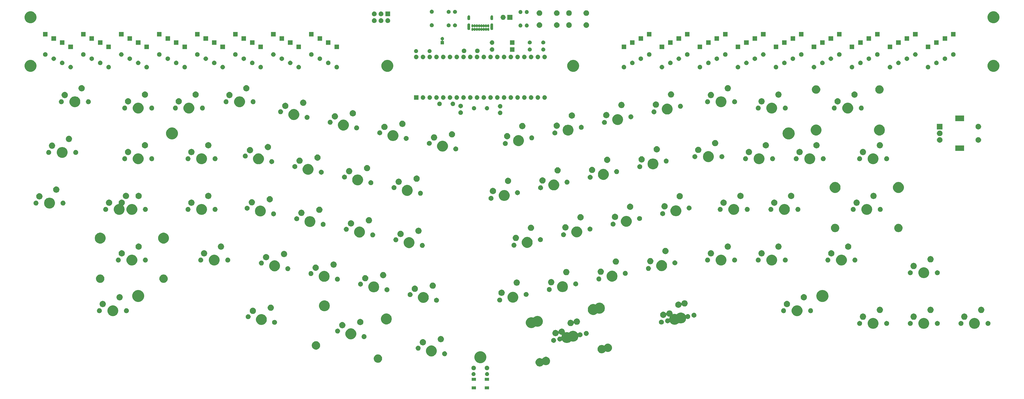
<source format=gbr>
G04 #@! TF.GenerationSoftware,KiCad,Pcbnew,(5.1.6)-1*
G04 #@! TF.CreationDate,2020-09-04T21:54:12-05:00*
G04 #@! TF.ProjectId,keyboard,6b657962-6f61-4726-942e-6b696361645f,rev?*
G04 #@! TF.SameCoordinates,Original*
G04 #@! TF.FileFunction,Soldermask,Bot*
G04 #@! TF.FilePolarity,Negative*
%FSLAX46Y46*%
G04 Gerber Fmt 4.6, Leading zero omitted, Abs format (unit mm)*
G04 Created by KiCad (PCBNEW (5.1.6)-1) date 2020-09-04 21:54:12*
%MOMM*%
%LPD*%
G01*
G04 APERTURE LIST*
%ADD10C,0.100000*%
G04 APERTURE END LIST*
D10*
G36*
X202477000Y-224039250D02*
G01*
X200875000Y-224039250D01*
X200875000Y-222937250D01*
X202477000Y-222937250D01*
X202477000Y-224039250D01*
G37*
G36*
X197577000Y-224039250D02*
G01*
X195975000Y-224039250D01*
X195975000Y-222937250D01*
X197577000Y-222937250D01*
X197577000Y-224039250D01*
G37*
G36*
X197577000Y-220839250D02*
G01*
X195975000Y-220839250D01*
X195975000Y-219737250D01*
X197577000Y-219737250D01*
X197577000Y-220839250D01*
G37*
G36*
X202477000Y-220839250D02*
G01*
X200875000Y-220839250D01*
X200875000Y-219737250D01*
X202477000Y-219737250D01*
X202477000Y-220839250D01*
G37*
G36*
X201990309Y-217559110D02*
G01*
X202126982Y-217615722D01*
X202249985Y-217697910D01*
X202354590Y-217802515D01*
X202436778Y-217925518D01*
X202493390Y-218062191D01*
X202522250Y-218207283D01*
X202522250Y-218355217D01*
X202493390Y-218500309D01*
X202436778Y-218636982D01*
X202354590Y-218759985D01*
X202249985Y-218864590D01*
X202126982Y-218946778D01*
X202126981Y-218946779D01*
X202126980Y-218946779D01*
X201990309Y-219003390D01*
X201845218Y-219032250D01*
X201697282Y-219032250D01*
X201552191Y-219003390D01*
X201415520Y-218946779D01*
X201415519Y-218946779D01*
X201415518Y-218946778D01*
X201292515Y-218864590D01*
X201187910Y-218759985D01*
X201105722Y-218636982D01*
X201049110Y-218500309D01*
X201020250Y-218355217D01*
X201020250Y-218207283D01*
X201049110Y-218062191D01*
X201105722Y-217925518D01*
X201187910Y-217802515D01*
X201292515Y-217697910D01*
X201415518Y-217615722D01*
X201552191Y-217559110D01*
X201697282Y-217530250D01*
X201845218Y-217530250D01*
X201990309Y-217559110D01*
G37*
G36*
X196910309Y-217559110D02*
G01*
X197046982Y-217615722D01*
X197169985Y-217697910D01*
X197274590Y-217802515D01*
X197356778Y-217925518D01*
X197413390Y-218062191D01*
X197442250Y-218207283D01*
X197442250Y-218355217D01*
X197413390Y-218500309D01*
X197356778Y-218636982D01*
X197274590Y-218759985D01*
X197169985Y-218864590D01*
X197046982Y-218946778D01*
X197046981Y-218946779D01*
X197046980Y-218946779D01*
X196910309Y-219003390D01*
X196765218Y-219032250D01*
X196617282Y-219032250D01*
X196472191Y-219003390D01*
X196335520Y-218946779D01*
X196335519Y-218946779D01*
X196335518Y-218946778D01*
X196212515Y-218864590D01*
X196107910Y-218759985D01*
X196025722Y-218636982D01*
X195969110Y-218500309D01*
X195940250Y-218355217D01*
X195940250Y-218207283D01*
X195969110Y-218062191D01*
X196025722Y-217925518D01*
X196107910Y-217802515D01*
X196212515Y-217697910D01*
X196335518Y-217615722D01*
X196472191Y-217559110D01*
X196617282Y-217530250D01*
X196765218Y-217530250D01*
X196910309Y-217559110D01*
G37*
G36*
X201971228Y-215176953D02*
G01*
X202126100Y-215241103D01*
X202265481Y-215334235D01*
X202384015Y-215452769D01*
X202477147Y-215592150D01*
X202541297Y-215747022D01*
X202574000Y-215911434D01*
X202574000Y-216079066D01*
X202541297Y-216243478D01*
X202477147Y-216398350D01*
X202384015Y-216537731D01*
X202265481Y-216656265D01*
X202126100Y-216749397D01*
X201971228Y-216813547D01*
X201806816Y-216846250D01*
X201639184Y-216846250D01*
X201474772Y-216813547D01*
X201319900Y-216749397D01*
X201180519Y-216656265D01*
X201061985Y-216537731D01*
X200968853Y-216398350D01*
X200904703Y-216243478D01*
X200872000Y-216079066D01*
X200872000Y-215911434D01*
X200904703Y-215747022D01*
X200968853Y-215592150D01*
X201061985Y-215452769D01*
X201180519Y-215334235D01*
X201319900Y-215241103D01*
X201474772Y-215176953D01*
X201639184Y-215144250D01*
X201806816Y-215144250D01*
X201971228Y-215176953D01*
G37*
G36*
X196971228Y-215176953D02*
G01*
X197126100Y-215241103D01*
X197265481Y-215334235D01*
X197384015Y-215452769D01*
X197477147Y-215592150D01*
X197541297Y-215747022D01*
X197574000Y-215911434D01*
X197574000Y-216079066D01*
X197541297Y-216243478D01*
X197477147Y-216398350D01*
X197384015Y-216537731D01*
X197265481Y-216656265D01*
X197126100Y-216749397D01*
X196971228Y-216813547D01*
X196806816Y-216846250D01*
X196639184Y-216846250D01*
X196474772Y-216813547D01*
X196319900Y-216749397D01*
X196180519Y-216656265D01*
X196061985Y-216537731D01*
X195968853Y-216398350D01*
X195904703Y-216243478D01*
X195872000Y-216079066D01*
X195872000Y-215911434D01*
X195904703Y-215747022D01*
X195968853Y-215592150D01*
X196061985Y-215452769D01*
X196180519Y-215334235D01*
X196319900Y-215241103D01*
X196474772Y-215176953D01*
X196639184Y-215144250D01*
X196806816Y-215144250D01*
X196971228Y-215176953D01*
G37*
G36*
X224346854Y-211843336D02*
G01*
X224465580Y-211892514D01*
X224633484Y-211962062D01*
X224633485Y-211962063D01*
X224891447Y-212134427D01*
X225110826Y-212353806D01*
X225188801Y-212470505D01*
X225283191Y-212611769D01*
X225296073Y-212642870D01*
X225401917Y-212898399D01*
X225462443Y-213202686D01*
X225462443Y-213512934D01*
X225401917Y-213817221D01*
X225356834Y-213926061D01*
X225283191Y-214103851D01*
X225283190Y-214103852D01*
X225110826Y-214361814D01*
X224891447Y-214581193D01*
X224723491Y-214693417D01*
X224633484Y-214753558D01*
X224465580Y-214823106D01*
X224346854Y-214872284D01*
X224194710Y-214902547D01*
X224042568Y-214932810D01*
X223732318Y-214932810D01*
X223580176Y-214902547D01*
X223428032Y-214872284D01*
X223344080Y-214837510D01*
X223141401Y-214753558D01*
X223051394Y-214693417D01*
X223029783Y-214681866D01*
X223006334Y-214674753D01*
X222981948Y-214672351D01*
X222957562Y-214674753D01*
X222934113Y-214681866D01*
X222912502Y-214693417D01*
X222893560Y-214708963D01*
X222878015Y-214727904D01*
X222782898Y-214870257D01*
X222563519Y-215089636D01*
X222481783Y-215144250D01*
X222305556Y-215262001D01*
X222137652Y-215331549D01*
X222018926Y-215380727D01*
X221866782Y-215410990D01*
X221714640Y-215441253D01*
X221404390Y-215441253D01*
X221252248Y-215410990D01*
X221100104Y-215380727D01*
X220981378Y-215331549D01*
X220813474Y-215262001D01*
X220637247Y-215144250D01*
X220555511Y-215089636D01*
X220336132Y-214870257D01*
X220163768Y-214612295D01*
X220163767Y-214612294D01*
X220060015Y-214361814D01*
X220045041Y-214325664D01*
X219984515Y-214021377D01*
X219984515Y-213711129D01*
X220045041Y-213406842D01*
X220094219Y-213288116D01*
X220163767Y-213120212D01*
X220245763Y-212997496D01*
X220336132Y-212862249D01*
X220555511Y-212642870D01*
X220813473Y-212470506D01*
X220813474Y-212470505D01*
X220981378Y-212400957D01*
X221100104Y-212351779D01*
X221404390Y-212291253D01*
X221714640Y-212291253D01*
X221866782Y-212321516D01*
X222018926Y-212351779D01*
X222102878Y-212386553D01*
X222305557Y-212470505D01*
X222395564Y-212530646D01*
X222417175Y-212542197D01*
X222440624Y-212549310D01*
X222465010Y-212551712D01*
X222489396Y-212549310D01*
X222512845Y-212542197D01*
X222534456Y-212530646D01*
X222553398Y-212515100D01*
X222568943Y-212496159D01*
X222586516Y-212469859D01*
X222664060Y-212353806D01*
X222883439Y-212134427D01*
X223141401Y-211962063D01*
X223141402Y-211962062D01*
X223309306Y-211892514D01*
X223428032Y-211843336D01*
X223732318Y-211782810D01*
X224042568Y-211782810D01*
X224346854Y-211843336D01*
G37*
G36*
X199507130Y-209691026D02*
G01*
X199887843Y-209766754D01*
X200297499Y-209936439D01*
X200666179Y-210182784D01*
X200979716Y-210496321D01*
X201226061Y-210865001D01*
X201395746Y-211274657D01*
X201482250Y-211709546D01*
X201482250Y-212152954D01*
X201395746Y-212587843D01*
X201226061Y-212997499D01*
X200979716Y-213366179D01*
X200666179Y-213679716D01*
X200297499Y-213926061D01*
X199887843Y-214095746D01*
X199507130Y-214171474D01*
X199452955Y-214182250D01*
X199009545Y-214182250D01*
X198955370Y-214171474D01*
X198574657Y-214095746D01*
X198165001Y-213926061D01*
X197796321Y-213679716D01*
X197482784Y-213366179D01*
X197236439Y-212997499D01*
X197066754Y-212587843D01*
X196980250Y-212152954D01*
X196980250Y-211709546D01*
X197066754Y-211274657D01*
X197236439Y-210865001D01*
X197482784Y-210496321D01*
X197796321Y-210182784D01*
X198165001Y-209936439D01*
X198574657Y-209766754D01*
X198955370Y-209691026D01*
X199009545Y-209680250D01*
X199452955Y-209680250D01*
X199507130Y-209691026D01*
G37*
G36*
X161055684Y-210914338D02*
G01*
X161210909Y-210945214D01*
X161329635Y-210994392D01*
X161497539Y-211063940D01*
X161525856Y-211082861D01*
X161755502Y-211236305D01*
X161974881Y-211455684D01*
X162027644Y-211534650D01*
X162147246Y-211713647D01*
X162175894Y-211782810D01*
X162265972Y-212000277D01*
X162326498Y-212304564D01*
X162326498Y-212614812D01*
X162265972Y-212919099D01*
X162216794Y-213037825D01*
X162147246Y-213205729D01*
X162147245Y-213205730D01*
X161974881Y-213463692D01*
X161755502Y-213683071D01*
X161583137Y-213798241D01*
X161497539Y-213855436D01*
X161329635Y-213924984D01*
X161210909Y-213974162D01*
X160906623Y-214034688D01*
X160596373Y-214034688D01*
X160292087Y-213974162D01*
X160173361Y-213924984D01*
X160005457Y-213855436D01*
X159919859Y-213798241D01*
X159747494Y-213683071D01*
X159528115Y-213463692D01*
X159355751Y-213205730D01*
X159355750Y-213205729D01*
X159286202Y-213037825D01*
X159237024Y-212919099D01*
X159176498Y-212614812D01*
X159176498Y-212304564D01*
X159237024Y-212000277D01*
X159327102Y-211782810D01*
X159355750Y-211713647D01*
X159475352Y-211534650D01*
X159528115Y-211455684D01*
X159747494Y-211236305D01*
X159977140Y-211082861D01*
X160005457Y-211063940D01*
X160173361Y-210994392D01*
X160292087Y-210945214D01*
X160447312Y-210914338D01*
X160596373Y-210884688D01*
X160906623Y-210884688D01*
X161055684Y-210914338D01*
G37*
G36*
X181433947Y-207621728D02*
G01*
X181650053Y-207711242D01*
X181806096Y-207775877D01*
X182141021Y-207999667D01*
X182425850Y-208284496D01*
X182649640Y-208619421D01*
X182696343Y-208732173D01*
X182803789Y-208991570D01*
X182882373Y-209386638D01*
X182882373Y-209789450D01*
X182803789Y-210184518D01*
X182725249Y-210374131D01*
X182649640Y-210556667D01*
X182425850Y-210891592D01*
X182141021Y-211176421D01*
X181806096Y-211400211D01*
X181672172Y-211455684D01*
X181433947Y-211554360D01*
X181038879Y-211632944D01*
X180636067Y-211632944D01*
X180240999Y-211554360D01*
X180002774Y-211455684D01*
X179868850Y-211400211D01*
X179533925Y-211176421D01*
X179249096Y-210891592D01*
X179025306Y-210556667D01*
X178949697Y-210374131D01*
X178871157Y-210184518D01*
X178792573Y-209789450D01*
X178792573Y-209386638D01*
X178871157Y-208991570D01*
X178978603Y-208732173D01*
X179025306Y-208619421D01*
X179249096Y-208284496D01*
X179533925Y-207999667D01*
X179868850Y-207775877D01*
X180024893Y-207711242D01*
X180240999Y-207621728D01*
X180636067Y-207543144D01*
X181038879Y-207543144D01*
X181433947Y-207621728D01*
G37*
G36*
X186076567Y-209753820D02*
G01*
X186245089Y-209823624D01*
X186396754Y-209924963D01*
X186525735Y-210053944D01*
X186627074Y-210205609D01*
X186696878Y-210374131D01*
X186732463Y-210553032D01*
X186732463Y-210735438D01*
X186696878Y-210914339D01*
X186627074Y-211082861D01*
X186525735Y-211234526D01*
X186396754Y-211363507D01*
X186245089Y-211464846D01*
X186076567Y-211534650D01*
X185897666Y-211570235D01*
X185715260Y-211570235D01*
X185536359Y-211534650D01*
X185367837Y-211464846D01*
X185216172Y-211363507D01*
X185087191Y-211234526D01*
X184985852Y-211082861D01*
X184916048Y-210914339D01*
X184880463Y-210735438D01*
X184880463Y-210553032D01*
X184916048Y-210374131D01*
X184985852Y-210205609D01*
X185087191Y-210053944D01*
X185216172Y-209924963D01*
X185367837Y-209823624D01*
X185536359Y-209753820D01*
X185715260Y-209718235D01*
X185897666Y-209718235D01*
X186076567Y-209753820D01*
G37*
G36*
X247486850Y-206862175D02*
G01*
X247638994Y-206892438D01*
X247757720Y-206941616D01*
X247925624Y-207011164D01*
X248011222Y-207068359D01*
X248183587Y-207183529D01*
X248402966Y-207402908D01*
X248480941Y-207519607D01*
X248575331Y-207660871D01*
X248644879Y-207828775D01*
X248679084Y-207911352D01*
X248694057Y-207947502D01*
X248754583Y-208251787D01*
X248754583Y-208562037D01*
X248724320Y-208714179D01*
X248694057Y-208866323D01*
X248650914Y-208970478D01*
X248575331Y-209152953D01*
X248575330Y-209152954D01*
X248402966Y-209410916D01*
X248183587Y-209630295D01*
X248015631Y-209742519D01*
X247925624Y-209802660D01*
X247757720Y-209872208D01*
X247638994Y-209921386D01*
X247486850Y-209951649D01*
X247334708Y-209981912D01*
X247024458Y-209981912D01*
X246872316Y-209951649D01*
X246720172Y-209921386D01*
X246636220Y-209886612D01*
X246433541Y-209802660D01*
X246343534Y-209742519D01*
X246321923Y-209730968D01*
X246298474Y-209723855D01*
X246274088Y-209721453D01*
X246249702Y-209723855D01*
X246226253Y-209730968D01*
X246204642Y-209742519D01*
X246185700Y-209758065D01*
X246170155Y-209777006D01*
X246075038Y-209919359D01*
X245855659Y-210138738D01*
X245683294Y-210253908D01*
X245597696Y-210311103D01*
X245445532Y-210374131D01*
X245311066Y-210429829D01*
X245006780Y-210490355D01*
X244696530Y-210490355D01*
X244392244Y-210429829D01*
X244257778Y-210374131D01*
X244105614Y-210311103D01*
X244020016Y-210253908D01*
X243847651Y-210138738D01*
X243628272Y-209919359D01*
X243455908Y-209661397D01*
X243455907Y-209661396D01*
X243352155Y-209410916D01*
X243337181Y-209374766D01*
X243286932Y-209122144D01*
X243276655Y-209070480D01*
X243276655Y-208760230D01*
X243337181Y-208455945D01*
X243455907Y-208169314D01*
X243513102Y-208083716D01*
X243628272Y-207911351D01*
X243847651Y-207691972D01*
X244067220Y-207545261D01*
X244105614Y-207519607D01*
X244292460Y-207442213D01*
X244392244Y-207400881D01*
X244696530Y-207340355D01*
X245006780Y-207340355D01*
X245311066Y-207400881D01*
X245395018Y-207435655D01*
X245597697Y-207519607D01*
X245687704Y-207579748D01*
X245709315Y-207591299D01*
X245732764Y-207598412D01*
X245757150Y-207600814D01*
X245781536Y-207598412D01*
X245804985Y-207591299D01*
X245826596Y-207579748D01*
X245845538Y-207564202D01*
X245861083Y-207545261D01*
X245878656Y-207518961D01*
X245956200Y-207402908D01*
X246175579Y-207183529D01*
X246347944Y-207068359D01*
X246433542Y-207011164D01*
X246601446Y-206941616D01*
X246720172Y-206892438D01*
X246872316Y-206862175D01*
X247024458Y-206831912D01*
X247334708Y-206831912D01*
X247486850Y-206862175D01*
G37*
G36*
X176138587Y-207641438D02*
G01*
X176307109Y-207711242D01*
X176458774Y-207812581D01*
X176587755Y-207941562D01*
X176689094Y-208093227D01*
X176758898Y-208261749D01*
X176794483Y-208440650D01*
X176794483Y-208623056D01*
X176758898Y-208801957D01*
X176689094Y-208970479D01*
X176587755Y-209122144D01*
X176458774Y-209251125D01*
X176307109Y-209352464D01*
X176138587Y-209422268D01*
X175959686Y-209457853D01*
X175777280Y-209457853D01*
X175598379Y-209422268D01*
X175429857Y-209352464D01*
X175278192Y-209251125D01*
X175149211Y-209122144D01*
X175047872Y-208970479D01*
X174978068Y-208801957D01*
X174942483Y-208623056D01*
X174942483Y-208440650D01*
X174978068Y-208261749D01*
X175047872Y-208093227D01*
X175149211Y-207941562D01*
X175278192Y-207812581D01*
X175429857Y-207711242D01*
X175598379Y-207641438D01*
X175777280Y-207605853D01*
X175959686Y-207605853D01*
X176138587Y-207641438D01*
G37*
G36*
X137716377Y-205954058D02*
G01*
X137918769Y-205994316D01*
X137971881Y-206016316D01*
X138205399Y-206113042D01*
X138205400Y-206113043D01*
X138463362Y-206285407D01*
X138682741Y-206504786D01*
X138797911Y-206677151D01*
X138855106Y-206762749D01*
X138883754Y-206831912D01*
X138958003Y-207011164D01*
X138973832Y-207049380D01*
X139008739Y-207224867D01*
X139034358Y-207353666D01*
X139034358Y-207663914D01*
X138979131Y-207941563D01*
X138973832Y-207968200D01*
X138855106Y-208254831D01*
X138850483Y-208261750D01*
X138682741Y-208512794D01*
X138463362Y-208732173D01*
X138358924Y-208801956D01*
X138205399Y-208904538D01*
X138046205Y-208970478D01*
X137918769Y-209023264D01*
X137614483Y-209083790D01*
X137304233Y-209083790D01*
X137152091Y-209053527D01*
X136999947Y-209023264D01*
X136872511Y-208970478D01*
X136713317Y-208904538D01*
X136559792Y-208801956D01*
X136455354Y-208732173D01*
X136235975Y-208512794D01*
X136068233Y-208261750D01*
X136063610Y-208254831D01*
X135944884Y-207968200D01*
X135939586Y-207941563D01*
X135884358Y-207663914D01*
X135884358Y-207353666D01*
X135909978Y-207224867D01*
X135944884Y-207049380D01*
X135960714Y-207011164D01*
X136034962Y-206831912D01*
X136063610Y-206762749D01*
X136120805Y-206677151D01*
X136235975Y-206504786D01*
X136455354Y-206285407D01*
X136713316Y-206113043D01*
X136713317Y-206113042D01*
X136946835Y-206016316D01*
X136999947Y-205994316D01*
X137202339Y-205954058D01*
X137304233Y-205933790D01*
X137614483Y-205933790D01*
X137716377Y-205954058D01*
G37*
G36*
X177830386Y-205150470D02*
G01*
X177981853Y-205180599D01*
X178195871Y-205269248D01*
X178195872Y-205269249D01*
X178388480Y-205397945D01*
X178552287Y-205561752D01*
X178603486Y-205638377D01*
X178680984Y-205754361D01*
X178769633Y-205968379D01*
X178798408Y-206113042D01*
X178813579Y-206189308D01*
X178814826Y-206195580D01*
X178814826Y-206427232D01*
X178769633Y-206654433D01*
X178680984Y-206868451D01*
X178680983Y-206868452D01*
X178552287Y-207061060D01*
X178388480Y-207224867D01*
X178260075Y-207310664D01*
X178195871Y-207353564D01*
X177981853Y-207442213D01*
X177830386Y-207472342D01*
X177754653Y-207487406D01*
X177522999Y-207487406D01*
X177447266Y-207472342D01*
X177295799Y-207442213D01*
X177081781Y-207353564D01*
X177017577Y-207310664D01*
X176889172Y-207224867D01*
X176725365Y-207061060D01*
X176596669Y-206868452D01*
X176596668Y-206868451D01*
X176508019Y-206654433D01*
X176462826Y-206427232D01*
X176462826Y-206195580D01*
X176464074Y-206189308D01*
X176479244Y-206113042D01*
X176508019Y-205968379D01*
X176596668Y-205754361D01*
X176674166Y-205638377D01*
X176725365Y-205561752D01*
X176889172Y-205397945D01*
X177081780Y-205269249D01*
X177081781Y-205269248D01*
X177295799Y-205180599D01*
X177447266Y-205150470D01*
X177522999Y-205135406D01*
X177754653Y-205135406D01*
X177830386Y-205150470D01*
G37*
G36*
X230017972Y-201196713D02*
G01*
X230169439Y-201226842D01*
X230383457Y-201315491D01*
X230447661Y-201358391D01*
X230576066Y-201444188D01*
X230739873Y-201607995D01*
X230772658Y-201657062D01*
X230868570Y-201800604D01*
X230957219Y-202014622D01*
X230983689Y-202147695D01*
X231002412Y-202241822D01*
X231002412Y-202470535D01*
X231004814Y-202494921D01*
X231011927Y-202518370D01*
X231023478Y-202539981D01*
X231039023Y-202558923D01*
X231057965Y-202574468D01*
X231079576Y-202586019D01*
X231103025Y-202593132D01*
X231127411Y-202595534D01*
X231151797Y-202593132D01*
X231551916Y-202513543D01*
X231954728Y-202513543D01*
X232349796Y-202592127D01*
X232482927Y-202647272D01*
X232506376Y-202654385D01*
X232530762Y-202656787D01*
X232555148Y-202654385D01*
X232578597Y-202647272D01*
X232600207Y-202635721D01*
X232619144Y-202620181D01*
X232777702Y-202461623D01*
X233112627Y-202237833D01*
X233330240Y-202147695D01*
X233484776Y-202083684D01*
X233879844Y-202005100D01*
X234282656Y-202005100D01*
X234677724Y-202083684D01*
X234832260Y-202147695D01*
X235049873Y-202237833D01*
X235384798Y-202461623D01*
X235669627Y-202746452D01*
X235787696Y-202923155D01*
X235803241Y-202942097D01*
X235822183Y-202957642D01*
X235843794Y-202969193D01*
X235867243Y-202976306D01*
X235891629Y-202978708D01*
X235916015Y-202976306D01*
X235939464Y-202969193D01*
X235961075Y-202957642D01*
X235980017Y-202942097D01*
X235995557Y-202923160D01*
X236003040Y-202911961D01*
X236132021Y-202782980D01*
X236283686Y-202681641D01*
X236452208Y-202611837D01*
X236631109Y-202576252D01*
X236813515Y-202576252D01*
X236992416Y-202611837D01*
X237160938Y-202681641D01*
X237312603Y-202782980D01*
X237441584Y-202911961D01*
X237542923Y-203063626D01*
X237612727Y-203232148D01*
X237648312Y-203411049D01*
X237648312Y-203593455D01*
X237612727Y-203772356D01*
X237542923Y-203940878D01*
X237441584Y-204092543D01*
X237312603Y-204221524D01*
X237160938Y-204322863D01*
X236992416Y-204392667D01*
X236813515Y-204428252D01*
X236631109Y-204428252D01*
X236452208Y-204392667D01*
X236283686Y-204322863D01*
X236283684Y-204322862D01*
X236279303Y-204321047D01*
X236266015Y-204313945D01*
X236242565Y-204306833D01*
X236218179Y-204304433D01*
X236193793Y-204306836D01*
X236170344Y-204313951D01*
X236148734Y-204325503D01*
X236129793Y-204341049D01*
X236114249Y-204359992D01*
X236102699Y-204381603D01*
X236095589Y-204405046D01*
X236047566Y-204646474D01*
X235982265Y-204804125D01*
X235893417Y-205018623D01*
X235669627Y-205353548D01*
X235384798Y-205638377D01*
X235049873Y-205862167D01*
X234895724Y-205926017D01*
X234677724Y-206016316D01*
X234282656Y-206094900D01*
X233879844Y-206094900D01*
X233484776Y-206016316D01*
X233351645Y-205961171D01*
X233328196Y-205954058D01*
X233303810Y-205951656D01*
X233279424Y-205954058D01*
X233255975Y-205961171D01*
X233234365Y-205972722D01*
X233215428Y-205988262D01*
X233056870Y-206146820D01*
X232721945Y-206370610D01*
X232585247Y-206427232D01*
X232349796Y-206524759D01*
X231954728Y-206603343D01*
X231551916Y-206603343D01*
X231156848Y-206524759D01*
X230921397Y-206427232D01*
X230784699Y-206370610D01*
X230449774Y-206146820D01*
X230164945Y-205861991D01*
X230046874Y-205685286D01*
X230031331Y-205666346D01*
X230012389Y-205650801D01*
X229990778Y-205639250D01*
X229967329Y-205632137D01*
X229942943Y-205629735D01*
X229918557Y-205632137D01*
X229895108Y-205639250D01*
X229873497Y-205650801D01*
X229854555Y-205666346D01*
X229839015Y-205685283D01*
X229831532Y-205696482D01*
X229702551Y-205825463D01*
X229550886Y-205926802D01*
X229382364Y-205996606D01*
X229203463Y-206032191D01*
X229021057Y-206032191D01*
X228842156Y-205996606D01*
X228673634Y-205926802D01*
X228521969Y-205825463D01*
X228392988Y-205696482D01*
X228291649Y-205544817D01*
X228221845Y-205376295D01*
X228186260Y-205197394D01*
X228186260Y-205014988D01*
X228221845Y-204836087D01*
X228291649Y-204667565D01*
X228392988Y-204515900D01*
X228521969Y-204386919D01*
X228673634Y-204285580D01*
X228842156Y-204215776D01*
X229021057Y-204180191D01*
X229203463Y-204180191D01*
X229382364Y-204215776D01*
X229550886Y-204285580D01*
X229550888Y-204285581D01*
X229555269Y-204287396D01*
X229568557Y-204294498D01*
X229592007Y-204301610D01*
X229616393Y-204304010D01*
X229640779Y-204301607D01*
X229664228Y-204294492D01*
X229685838Y-204282940D01*
X229704779Y-204267394D01*
X229720323Y-204248451D01*
X229731873Y-204226840D01*
X229738983Y-204203397D01*
X229787006Y-203961969D01*
X229892832Y-203706483D01*
X229899945Y-203683034D01*
X229902347Y-203658648D01*
X229899945Y-203634262D01*
X229892832Y-203610813D01*
X229881281Y-203589202D01*
X229865736Y-203570260D01*
X229846794Y-203554715D01*
X229825183Y-203543164D01*
X229801734Y-203536051D01*
X229777348Y-203533649D01*
X229710585Y-203533649D01*
X229634852Y-203518585D01*
X229483385Y-203488456D01*
X229269367Y-203399807D01*
X229146418Y-203317655D01*
X229076758Y-203271110D01*
X228912952Y-203107304D01*
X228877626Y-203054435D01*
X228862080Y-203035493D01*
X228843138Y-203019948D01*
X228821528Y-203008397D01*
X228798079Y-203001284D01*
X228773693Y-202998882D01*
X228749307Y-203001284D01*
X228725858Y-203008397D01*
X228704247Y-203019948D01*
X228685305Y-203035494D01*
X228669760Y-203054436D01*
X228658209Y-203076046D01*
X228651098Y-203099490D01*
X228629291Y-203209119D01*
X228540642Y-203423137D01*
X228540641Y-203423138D01*
X228411945Y-203615746D01*
X228248138Y-203779553D01*
X228144809Y-203848595D01*
X228055529Y-203908250D01*
X227841511Y-203996899D01*
X227743759Y-204016343D01*
X227614311Y-204042092D01*
X227382657Y-204042092D01*
X227253209Y-204016343D01*
X227155457Y-203996899D01*
X226941439Y-203908250D01*
X226852159Y-203848595D01*
X226748830Y-203779553D01*
X226585023Y-203615746D01*
X226456327Y-203423138D01*
X226456326Y-203423137D01*
X226367677Y-203209119D01*
X226333141Y-203035493D01*
X226322484Y-202981919D01*
X226322484Y-202750265D01*
X226345268Y-202635721D01*
X226367677Y-202523065D01*
X226456326Y-202309047D01*
X226514184Y-202222457D01*
X226585023Y-202116438D01*
X226748830Y-201952631D01*
X226877235Y-201866834D01*
X226941439Y-201823934D01*
X227155457Y-201735285D01*
X227306924Y-201705156D01*
X227382657Y-201690092D01*
X227614311Y-201690092D01*
X227690044Y-201705156D01*
X227841511Y-201735285D01*
X228055529Y-201823934D01*
X228119733Y-201866834D01*
X228248138Y-201952631D01*
X228411944Y-202116437D01*
X228447270Y-202169306D01*
X228462816Y-202188248D01*
X228481758Y-202203793D01*
X228503368Y-202215344D01*
X228526817Y-202222457D01*
X228551203Y-202224859D01*
X228575589Y-202222457D01*
X228599038Y-202215344D01*
X228620649Y-202203793D01*
X228639591Y-202188247D01*
X228655136Y-202169305D01*
X228666687Y-202147695D01*
X228673798Y-202124251D01*
X228695605Y-202014622D01*
X228784254Y-201800604D01*
X228880166Y-201657062D01*
X228912951Y-201607995D01*
X229076758Y-201444188D01*
X229205163Y-201358391D01*
X229269367Y-201315491D01*
X229483385Y-201226842D01*
X229634852Y-201196713D01*
X229710585Y-201181649D01*
X229942239Y-201181649D01*
X230017972Y-201196713D01*
G37*
G36*
X227054436Y-204724219D02*
G01*
X227222958Y-204794023D01*
X227374623Y-204895362D01*
X227503604Y-205024343D01*
X227604943Y-205176008D01*
X227674747Y-205344530D01*
X227710332Y-205523431D01*
X227710332Y-205705837D01*
X227674747Y-205884738D01*
X227604943Y-206053260D01*
X227503604Y-206204925D01*
X227374623Y-206333906D01*
X227222958Y-206435245D01*
X227054436Y-206505049D01*
X226875535Y-206540634D01*
X226693129Y-206540634D01*
X226514228Y-206505049D01*
X226345706Y-206435245D01*
X226194041Y-206333906D01*
X226065060Y-206204925D01*
X225963721Y-206053260D01*
X225893917Y-205884738D01*
X225858332Y-205705837D01*
X225858332Y-205523431D01*
X225893917Y-205344530D01*
X225963721Y-205176008D01*
X226065060Y-205024343D01*
X226194041Y-204895362D01*
X226345706Y-204794023D01*
X226514228Y-204724219D01*
X226693129Y-204688634D01*
X226875535Y-204688634D01*
X227054436Y-204724219D01*
G37*
G36*
X184569719Y-203986214D02*
G01*
X184721186Y-204016343D01*
X184935204Y-204104992D01*
X184999408Y-204147892D01*
X185127813Y-204233689D01*
X185291620Y-204397496D01*
X185330327Y-204455426D01*
X185420317Y-204590105D01*
X185508966Y-204804123D01*
X185539095Y-204955590D01*
X185554159Y-205031323D01*
X185554159Y-205262977D01*
X185552911Y-205269249D01*
X185508966Y-205490177D01*
X185420317Y-205704195D01*
X185420316Y-205704196D01*
X185291620Y-205896804D01*
X185127813Y-206060611D01*
X184999408Y-206146408D01*
X184935204Y-206189308D01*
X184721186Y-206277957D01*
X184569719Y-206308086D01*
X184493986Y-206323150D01*
X184262332Y-206323150D01*
X184186599Y-206308086D01*
X184035132Y-206277957D01*
X183821114Y-206189308D01*
X183756910Y-206146408D01*
X183628505Y-206060611D01*
X183464698Y-205896804D01*
X183336002Y-205704196D01*
X183336001Y-205704195D01*
X183247352Y-205490177D01*
X183203407Y-205269249D01*
X183202159Y-205262977D01*
X183202159Y-205031323D01*
X183217223Y-204955590D01*
X183247352Y-204804123D01*
X183336001Y-204590105D01*
X183425991Y-204455426D01*
X183464698Y-204397496D01*
X183628505Y-204233689D01*
X183756910Y-204147892D01*
X183821114Y-204104992D01*
X184035132Y-204016343D01*
X184186599Y-203986214D01*
X184262332Y-203971150D01*
X184493986Y-203971150D01*
X184569719Y-203986214D01*
G37*
G36*
X151154165Y-201185562D02*
G01*
X151370271Y-201275076D01*
X151526314Y-201339711D01*
X151861239Y-201563501D01*
X152146068Y-201848330D01*
X152369858Y-202183255D01*
X152407668Y-202274537D01*
X152524007Y-202555404D01*
X152602591Y-202950472D01*
X152602591Y-203353284D01*
X152524007Y-203748352D01*
X152482485Y-203848595D01*
X152369858Y-204120501D01*
X152146068Y-204455426D01*
X151861239Y-204740255D01*
X151526314Y-204964045D01*
X151403326Y-205014988D01*
X151154165Y-205118194D01*
X150759097Y-205196778D01*
X150356285Y-205196778D01*
X149961217Y-205118194D01*
X149712056Y-205014988D01*
X149589068Y-204964045D01*
X149254143Y-204740255D01*
X148969314Y-204455426D01*
X148745524Y-204120501D01*
X148632897Y-203848595D01*
X148591375Y-203748352D01*
X148512791Y-203353284D01*
X148512791Y-202950472D01*
X148591375Y-202555404D01*
X148707714Y-202274537D01*
X148745524Y-202183255D01*
X148969314Y-201848330D01*
X149254143Y-201563501D01*
X149589068Y-201339711D01*
X149745111Y-201275076D01*
X149961217Y-201185562D01*
X150356285Y-201106978D01*
X150759097Y-201106978D01*
X151154165Y-201185562D01*
G37*
G36*
X155796785Y-203317654D02*
G01*
X155965307Y-203387458D01*
X156116972Y-203488797D01*
X156245953Y-203617778D01*
X156347292Y-203769443D01*
X156417096Y-203937965D01*
X156452681Y-204116866D01*
X156452681Y-204299272D01*
X156417096Y-204478173D01*
X156347292Y-204646695D01*
X156245953Y-204798360D01*
X156116972Y-204927341D01*
X155965307Y-205028680D01*
X155796785Y-205098484D01*
X155617884Y-205134069D01*
X155435478Y-205134069D01*
X155256577Y-205098484D01*
X155088055Y-205028680D01*
X154936390Y-204927341D01*
X154807409Y-204798360D01*
X154706070Y-204646695D01*
X154636266Y-204478173D01*
X154600681Y-204299272D01*
X154600681Y-204116866D01*
X154636266Y-203937965D01*
X154706070Y-203769443D01*
X154807409Y-203617778D01*
X154936390Y-203488797D01*
X155088055Y-203387458D01*
X155256577Y-203317654D01*
X155435478Y-203282069D01*
X155617884Y-203282069D01*
X155796785Y-203317654D01*
G37*
G36*
X239320344Y-202103394D02*
G01*
X239488866Y-202173198D01*
X239640531Y-202274537D01*
X239769512Y-202403518D01*
X239870851Y-202555183D01*
X239940655Y-202723705D01*
X239976240Y-202902606D01*
X239976240Y-203085012D01*
X239940655Y-203263913D01*
X239870851Y-203432435D01*
X239769512Y-203584100D01*
X239640531Y-203713081D01*
X239488866Y-203814420D01*
X239320344Y-203884224D01*
X239141443Y-203919809D01*
X238959037Y-203919809D01*
X238780136Y-203884224D01*
X238611614Y-203814420D01*
X238459949Y-203713081D01*
X238330968Y-203584100D01*
X238229629Y-203432435D01*
X238159825Y-203263913D01*
X238124240Y-203085012D01*
X238124240Y-202902606D01*
X238159825Y-202723705D01*
X238229629Y-202555183D01*
X238330968Y-202403518D01*
X238459949Y-202274537D01*
X238611614Y-202173198D01*
X238780136Y-202103394D01*
X238959037Y-202067809D01*
X239141443Y-202067809D01*
X239320344Y-202103394D01*
G37*
G36*
X145858805Y-201205272D02*
G01*
X146027327Y-201275076D01*
X146178992Y-201376415D01*
X146307973Y-201505396D01*
X146409312Y-201657061D01*
X146479116Y-201825583D01*
X146514701Y-202004484D01*
X146514701Y-202186890D01*
X146479116Y-202365791D01*
X146409312Y-202534313D01*
X146307973Y-202685978D01*
X146178992Y-202814959D01*
X146027327Y-202916298D01*
X145858805Y-202986102D01*
X145679904Y-203021687D01*
X145497498Y-203021687D01*
X145318597Y-202986102D01*
X145150075Y-202916298D01*
X144998410Y-202814959D01*
X144869429Y-202685978D01*
X144768090Y-202534313D01*
X144698286Y-202365791D01*
X144662701Y-202186890D01*
X144662701Y-202004484D01*
X144698286Y-201825583D01*
X144768090Y-201657061D01*
X144869429Y-201505396D01*
X144998410Y-201376415D01*
X145150075Y-201275076D01*
X145318597Y-201205272D01*
X145497498Y-201169687D01*
X145679904Y-201169687D01*
X145858805Y-201205272D01*
G37*
G36*
X385565224Y-197264934D02*
G01*
X385722768Y-197330191D01*
X385937373Y-197419083D01*
X386272298Y-197642873D01*
X386557127Y-197927702D01*
X386780917Y-198262627D01*
X386823143Y-198364570D01*
X386935066Y-198634776D01*
X387013650Y-199029844D01*
X387013650Y-199432656D01*
X386935066Y-199827724D01*
X386867407Y-199991066D01*
X386780917Y-200199873D01*
X386557127Y-200534798D01*
X386272298Y-200819627D01*
X385937373Y-201043417D01*
X385783922Y-201106978D01*
X385565224Y-201197566D01*
X385170156Y-201276150D01*
X384767344Y-201276150D01*
X384372276Y-201197566D01*
X384153578Y-201106978D01*
X384000127Y-201043417D01*
X383665202Y-200819627D01*
X383380373Y-200534798D01*
X383156583Y-200199873D01*
X383070093Y-199991066D01*
X383002434Y-199827724D01*
X382923850Y-199432656D01*
X382923850Y-199029844D01*
X383002434Y-198634776D01*
X383114357Y-198364570D01*
X383156583Y-198262627D01*
X383380373Y-197927702D01*
X383665202Y-197642873D01*
X384000127Y-197419083D01*
X384214732Y-197330191D01*
X384372276Y-197264934D01*
X384767344Y-197186350D01*
X385170156Y-197186350D01*
X385565224Y-197264934D01*
G37*
G36*
X347465224Y-197264934D02*
G01*
X347622768Y-197330191D01*
X347837373Y-197419083D01*
X348172298Y-197642873D01*
X348457127Y-197927702D01*
X348680917Y-198262627D01*
X348723143Y-198364570D01*
X348835066Y-198634776D01*
X348913650Y-199029844D01*
X348913650Y-199432656D01*
X348835066Y-199827724D01*
X348767407Y-199991066D01*
X348680917Y-200199873D01*
X348457127Y-200534798D01*
X348172298Y-200819627D01*
X347837373Y-201043417D01*
X347683922Y-201106978D01*
X347465224Y-201197566D01*
X347070156Y-201276150D01*
X346667344Y-201276150D01*
X346272276Y-201197566D01*
X346053578Y-201106978D01*
X345900127Y-201043417D01*
X345565202Y-200819627D01*
X345280373Y-200534798D01*
X345056583Y-200199873D01*
X344970093Y-199991066D01*
X344902434Y-199827724D01*
X344823850Y-199432656D01*
X344823850Y-199029844D01*
X344902434Y-198634776D01*
X345014357Y-198364570D01*
X345056583Y-198262627D01*
X345280373Y-197927702D01*
X345565202Y-197642873D01*
X345900127Y-197419083D01*
X346114732Y-197330191D01*
X346272276Y-197264934D01*
X346667344Y-197186350D01*
X347070156Y-197186350D01*
X347465224Y-197264934D01*
G37*
G36*
X366515224Y-197264934D02*
G01*
X366672768Y-197330191D01*
X366887373Y-197419083D01*
X367222298Y-197642873D01*
X367507127Y-197927702D01*
X367730917Y-198262627D01*
X367773143Y-198364570D01*
X367885066Y-198634776D01*
X367963650Y-199029844D01*
X367963650Y-199432656D01*
X367885066Y-199827724D01*
X367817407Y-199991066D01*
X367730917Y-200199873D01*
X367507127Y-200534798D01*
X367222298Y-200819627D01*
X366887373Y-201043417D01*
X366733922Y-201106978D01*
X366515224Y-201197566D01*
X366120156Y-201276150D01*
X365717344Y-201276150D01*
X365322276Y-201197566D01*
X365103578Y-201106978D01*
X364950127Y-201043417D01*
X364615202Y-200819627D01*
X364330373Y-200534798D01*
X364106583Y-200199873D01*
X364020093Y-199991066D01*
X363952434Y-199827724D01*
X363873850Y-199432656D01*
X363873850Y-199029844D01*
X363952434Y-198634776D01*
X364064357Y-198364570D01*
X364106583Y-198262627D01*
X364330373Y-197927702D01*
X364615202Y-197642873D01*
X364950127Y-197419083D01*
X365164732Y-197330191D01*
X365322276Y-197264934D01*
X365717344Y-197186350D01*
X366120156Y-197186350D01*
X366515224Y-197264934D01*
G37*
G36*
X147550604Y-198714304D02*
G01*
X147702071Y-198744433D01*
X147916089Y-198833082D01*
X147950786Y-198856266D01*
X148108698Y-198961779D01*
X148272505Y-199125586D01*
X148342778Y-199230758D01*
X148401202Y-199318195D01*
X148489851Y-199532213D01*
X148508197Y-199624445D01*
X148533797Y-199753142D01*
X148535044Y-199759414D01*
X148535044Y-199991066D01*
X148489851Y-200218267D01*
X148401202Y-200432285D01*
X148401201Y-200432286D01*
X148272505Y-200624894D01*
X148108698Y-200788701D01*
X147980293Y-200874498D01*
X147916089Y-200917398D01*
X147702071Y-201006047D01*
X147550604Y-201036176D01*
X147474871Y-201051240D01*
X147243217Y-201051240D01*
X147167484Y-201036176D01*
X147016017Y-201006047D01*
X146801999Y-200917398D01*
X146737795Y-200874498D01*
X146609390Y-200788701D01*
X146445583Y-200624894D01*
X146316887Y-200432286D01*
X146316886Y-200432285D01*
X146228237Y-200218267D01*
X146183044Y-199991066D01*
X146183044Y-199759414D01*
X146184292Y-199753142D01*
X146209891Y-199624445D01*
X146228237Y-199532213D01*
X146316886Y-199318195D01*
X146375310Y-199230758D01*
X146445583Y-199125586D01*
X146609390Y-198961779D01*
X146767302Y-198856266D01*
X146801999Y-198833082D01*
X147016017Y-198744433D01*
X147167484Y-198714304D01*
X147243217Y-198699240D01*
X147474871Y-198699240D01*
X147550604Y-198714304D01*
G37*
G36*
X221315343Y-196484524D02*
G01*
X221496160Y-196559421D01*
X221687492Y-196638673D01*
X222022417Y-196862463D01*
X222307246Y-197147292D01*
X222531036Y-197482217D01*
X222568236Y-197572026D01*
X222685185Y-197854366D01*
X222763769Y-198249434D01*
X222763769Y-198652246D01*
X222685185Y-199047314D01*
X222623370Y-199196549D01*
X222531036Y-199419463D01*
X222307246Y-199754388D01*
X222022417Y-200039217D01*
X221687492Y-200263007D01*
X221533343Y-200326857D01*
X221315343Y-200417156D01*
X220920275Y-200495740D01*
X220517463Y-200495740D01*
X220122395Y-200417156D01*
X219989264Y-200362011D01*
X219965815Y-200354898D01*
X219941429Y-200352496D01*
X219917043Y-200354898D01*
X219893594Y-200362011D01*
X219871984Y-200373562D01*
X219853047Y-200389102D01*
X219694489Y-200547660D01*
X219359564Y-200771450D01*
X219243254Y-200819627D01*
X218987415Y-200925599D01*
X218592347Y-201004183D01*
X218189535Y-201004183D01*
X217794467Y-200925599D01*
X217538628Y-200819627D01*
X217422318Y-200771450D01*
X217087393Y-200547660D01*
X216802564Y-200262831D01*
X216578774Y-199927906D01*
X216471895Y-199669876D01*
X216424625Y-199555757D01*
X216346041Y-199160689D01*
X216346041Y-198757877D01*
X216424625Y-198362809D01*
X216561797Y-198031646D01*
X216578774Y-197990660D01*
X216802564Y-197655735D01*
X217087393Y-197370906D01*
X217422318Y-197147116D01*
X217591205Y-197077161D01*
X217794467Y-196992967D01*
X218189535Y-196914383D01*
X218592347Y-196914383D01*
X218987415Y-196992967D01*
X219120546Y-197048112D01*
X219143995Y-197055225D01*
X219168381Y-197057627D01*
X219192767Y-197055225D01*
X219216216Y-197048112D01*
X219237826Y-197036561D01*
X219256763Y-197021021D01*
X219415321Y-196862463D01*
X219750246Y-196638673D01*
X219941578Y-196559421D01*
X220122395Y-196484524D01*
X220517463Y-196405940D01*
X220920275Y-196405940D01*
X221315343Y-196484524D01*
G37*
G36*
X235701114Y-197391978D02*
G01*
X235852581Y-197422107D01*
X236066599Y-197510756D01*
X236105756Y-197536920D01*
X236259208Y-197639453D01*
X236423015Y-197803260D01*
X236477870Y-197885357D01*
X236551712Y-197995869D01*
X236640361Y-198209887D01*
X236666408Y-198340835D01*
X236672191Y-198369905D01*
X236685554Y-198437088D01*
X236685554Y-198668740D01*
X236640361Y-198895941D01*
X236551712Y-199109959D01*
X236527226Y-199146605D01*
X236423015Y-199302568D01*
X236259208Y-199466375D01*
X236180399Y-199519033D01*
X236066599Y-199595072D01*
X235852581Y-199683721D01*
X235701114Y-199713850D01*
X235625381Y-199728914D01*
X235393727Y-199728914D01*
X235317994Y-199713850D01*
X235166527Y-199683721D01*
X234952509Y-199595072D01*
X234838709Y-199519033D01*
X234759900Y-199466375D01*
X234596094Y-199302569D01*
X234560768Y-199249700D01*
X234545222Y-199230758D01*
X234526280Y-199215213D01*
X234504670Y-199203662D01*
X234481221Y-199196549D01*
X234456835Y-199194147D01*
X234432449Y-199196549D01*
X234409000Y-199203662D01*
X234387389Y-199215213D01*
X234368447Y-199230759D01*
X234352902Y-199249701D01*
X234341351Y-199271311D01*
X234334240Y-199294755D01*
X234312433Y-199404384D01*
X234223784Y-199618402D01*
X234208462Y-199641333D01*
X234095087Y-199811011D01*
X233931280Y-199974818D01*
X233802875Y-200060615D01*
X233738671Y-200103515D01*
X233524653Y-200192164D01*
X233393434Y-200218265D01*
X233297453Y-200237357D01*
X233065799Y-200237357D01*
X232969818Y-200218265D01*
X232838599Y-200192164D01*
X232624581Y-200103515D01*
X232560377Y-200060615D01*
X232431972Y-199974818D01*
X232268165Y-199811011D01*
X232154790Y-199641333D01*
X232139468Y-199618402D01*
X232050819Y-199404384D01*
X232008085Y-199189544D01*
X232005626Y-199177184D01*
X232005626Y-198945530D01*
X232025329Y-198846479D01*
X232050819Y-198718330D01*
X232139468Y-198504312D01*
X232197326Y-198417722D01*
X232268165Y-198311703D01*
X232431972Y-198147896D01*
X232560377Y-198062099D01*
X232624581Y-198019199D01*
X232838599Y-197930550D01*
X233011630Y-197896132D01*
X233065799Y-197885357D01*
X233297453Y-197885357D01*
X233351622Y-197896132D01*
X233524653Y-197930550D01*
X233738671Y-198019199D01*
X233802875Y-198062099D01*
X233931280Y-198147896D01*
X234095086Y-198311702D01*
X234130412Y-198364571D01*
X234145958Y-198383513D01*
X234164900Y-198399058D01*
X234186510Y-198410609D01*
X234209959Y-198417722D01*
X234234345Y-198420124D01*
X234258731Y-198417722D01*
X234282180Y-198410609D01*
X234303791Y-198399058D01*
X234322733Y-198383512D01*
X234338278Y-198364570D01*
X234349829Y-198342960D01*
X234356940Y-198319516D01*
X234378747Y-198209887D01*
X234467396Y-197995869D01*
X234541238Y-197885357D01*
X234596093Y-197803260D01*
X234759900Y-197639453D01*
X234913352Y-197536920D01*
X234952509Y-197510756D01*
X235166527Y-197422107D01*
X235317994Y-197391978D01*
X235393727Y-197376914D01*
X235625381Y-197376914D01*
X235701114Y-197391978D01*
G37*
G36*
X352218854Y-198340835D02*
G01*
X352387376Y-198410639D01*
X352539041Y-198511978D01*
X352668022Y-198640959D01*
X352769361Y-198792624D01*
X352839165Y-198961146D01*
X352874750Y-199140047D01*
X352874750Y-199322453D01*
X352839165Y-199501354D01*
X352769361Y-199669876D01*
X352668022Y-199821541D01*
X352539041Y-199950522D01*
X352387376Y-200051861D01*
X352218854Y-200121665D01*
X352039953Y-200157250D01*
X351857547Y-200157250D01*
X351678646Y-200121665D01*
X351510124Y-200051861D01*
X351358459Y-199950522D01*
X351229478Y-199821541D01*
X351128139Y-199669876D01*
X351058335Y-199501354D01*
X351022750Y-199322453D01*
X351022750Y-199140047D01*
X351058335Y-198961146D01*
X351128139Y-198792624D01*
X351229478Y-198640959D01*
X351358459Y-198511978D01*
X351510124Y-198410639D01*
X351678646Y-198340835D01*
X351857547Y-198305250D01*
X352039953Y-198305250D01*
X352218854Y-198340835D01*
G37*
G36*
X342058854Y-198340835D02*
G01*
X342227376Y-198410639D01*
X342379041Y-198511978D01*
X342508022Y-198640959D01*
X342609361Y-198792624D01*
X342679165Y-198961146D01*
X342714750Y-199140047D01*
X342714750Y-199322453D01*
X342679165Y-199501354D01*
X342609361Y-199669876D01*
X342508022Y-199821541D01*
X342379041Y-199950522D01*
X342227376Y-200051861D01*
X342058854Y-200121665D01*
X341879953Y-200157250D01*
X341697547Y-200157250D01*
X341518646Y-200121665D01*
X341350124Y-200051861D01*
X341198459Y-199950522D01*
X341069478Y-199821541D01*
X340968139Y-199669876D01*
X340898335Y-199501354D01*
X340862750Y-199322453D01*
X340862750Y-199140047D01*
X340898335Y-198961146D01*
X340968139Y-198792624D01*
X341069478Y-198640959D01*
X341198459Y-198511978D01*
X341350124Y-198410639D01*
X341518646Y-198340835D01*
X341697547Y-198305250D01*
X341879953Y-198305250D01*
X342058854Y-198340835D01*
G37*
G36*
X390318854Y-198340835D02*
G01*
X390487376Y-198410639D01*
X390639041Y-198511978D01*
X390768022Y-198640959D01*
X390869361Y-198792624D01*
X390939165Y-198961146D01*
X390974750Y-199140047D01*
X390974750Y-199322453D01*
X390939165Y-199501354D01*
X390869361Y-199669876D01*
X390768022Y-199821541D01*
X390639041Y-199950522D01*
X390487376Y-200051861D01*
X390318854Y-200121665D01*
X390139953Y-200157250D01*
X389957547Y-200157250D01*
X389778646Y-200121665D01*
X389610124Y-200051861D01*
X389458459Y-199950522D01*
X389329478Y-199821541D01*
X389228139Y-199669876D01*
X389158335Y-199501354D01*
X389122750Y-199322453D01*
X389122750Y-199140047D01*
X389158335Y-198961146D01*
X389228139Y-198792624D01*
X389329478Y-198640959D01*
X389458459Y-198511978D01*
X389610124Y-198410639D01*
X389778646Y-198340835D01*
X389957547Y-198305250D01*
X390139953Y-198305250D01*
X390318854Y-198340835D01*
G37*
G36*
X371268854Y-198340835D02*
G01*
X371437376Y-198410639D01*
X371589041Y-198511978D01*
X371718022Y-198640959D01*
X371819361Y-198792624D01*
X371889165Y-198961146D01*
X371924750Y-199140047D01*
X371924750Y-199322453D01*
X371889165Y-199501354D01*
X371819361Y-199669876D01*
X371718022Y-199821541D01*
X371589041Y-199950522D01*
X371437376Y-200051861D01*
X371268854Y-200121665D01*
X371089953Y-200157250D01*
X370907547Y-200157250D01*
X370728646Y-200121665D01*
X370560124Y-200051861D01*
X370408459Y-199950522D01*
X370279478Y-199821541D01*
X370178139Y-199669876D01*
X370108335Y-199501354D01*
X370072750Y-199322453D01*
X370072750Y-199140047D01*
X370108335Y-198961146D01*
X370178139Y-198792624D01*
X370279478Y-198640959D01*
X370408459Y-198511978D01*
X370560124Y-198410639D01*
X370728646Y-198340835D01*
X370907547Y-198305250D01*
X371089953Y-198305250D01*
X371268854Y-198340835D01*
G37*
G36*
X380158854Y-198340835D02*
G01*
X380327376Y-198410639D01*
X380479041Y-198511978D01*
X380608022Y-198640959D01*
X380709361Y-198792624D01*
X380779165Y-198961146D01*
X380814750Y-199140047D01*
X380814750Y-199322453D01*
X380779165Y-199501354D01*
X380709361Y-199669876D01*
X380608022Y-199821541D01*
X380479041Y-199950522D01*
X380327376Y-200051861D01*
X380158854Y-200121665D01*
X379979953Y-200157250D01*
X379797547Y-200157250D01*
X379618646Y-200121665D01*
X379450124Y-200051861D01*
X379298459Y-199950522D01*
X379169478Y-199821541D01*
X379068139Y-199669876D01*
X378998335Y-199501354D01*
X378962750Y-199322453D01*
X378962750Y-199140047D01*
X378998335Y-198961146D01*
X379068139Y-198792624D01*
X379169478Y-198640959D01*
X379298459Y-198511978D01*
X379450124Y-198410639D01*
X379618646Y-198340835D01*
X379797547Y-198305250D01*
X379979953Y-198305250D01*
X380158854Y-198340835D01*
G37*
G36*
X361108854Y-198340835D02*
G01*
X361277376Y-198410639D01*
X361429041Y-198511978D01*
X361558022Y-198640959D01*
X361659361Y-198792624D01*
X361729165Y-198961146D01*
X361764750Y-199140047D01*
X361764750Y-199322453D01*
X361729165Y-199501354D01*
X361659361Y-199669876D01*
X361558022Y-199821541D01*
X361429041Y-199950522D01*
X361277376Y-200051861D01*
X361108854Y-200121665D01*
X360929953Y-200157250D01*
X360747547Y-200157250D01*
X360568646Y-200121665D01*
X360400124Y-200051861D01*
X360248459Y-199950522D01*
X360119478Y-199821541D01*
X360018139Y-199669876D01*
X359948335Y-199501354D01*
X359912750Y-199322453D01*
X359912750Y-199140047D01*
X359948335Y-198961146D01*
X360018139Y-198792624D01*
X360119478Y-198640959D01*
X360248459Y-198511978D01*
X360400124Y-198410639D01*
X360568646Y-198340835D01*
X360747547Y-198305250D01*
X360929953Y-198305250D01*
X361108854Y-198340835D01*
G37*
G36*
X154289937Y-197550048D02*
G01*
X154441404Y-197580177D01*
X154655422Y-197668826D01*
X154655423Y-197668827D01*
X154848031Y-197797523D01*
X155011838Y-197961330D01*
X155050505Y-198019200D01*
X155140535Y-198153939D01*
X155229184Y-198367957D01*
X155257832Y-198511979D01*
X155274377Y-198595157D01*
X155274377Y-198826811D01*
X155270465Y-198846479D01*
X155229184Y-199054011D01*
X155140535Y-199268029D01*
X155138342Y-199271311D01*
X155011838Y-199460638D01*
X154848031Y-199624445D01*
X154780038Y-199669876D01*
X154655422Y-199753142D01*
X154441404Y-199841791D01*
X154289937Y-199871920D01*
X154214204Y-199886984D01*
X153982550Y-199886984D01*
X153906817Y-199871920D01*
X153755350Y-199841791D01*
X153541332Y-199753142D01*
X153416716Y-199669876D01*
X153348723Y-199624445D01*
X153184916Y-199460638D01*
X153058412Y-199271311D01*
X153056219Y-199268029D01*
X152967570Y-199054011D01*
X152926289Y-198846479D01*
X152922377Y-198826811D01*
X152922377Y-198595157D01*
X152938922Y-198511979D01*
X152967570Y-198367957D01*
X153056219Y-198153939D01*
X153146249Y-198019200D01*
X153184916Y-197961330D01*
X153348723Y-197797523D01*
X153541331Y-197668827D01*
X153541332Y-197668826D01*
X153755350Y-197580177D01*
X153906817Y-197550048D01*
X153982550Y-197534984D01*
X154214204Y-197534984D01*
X154289937Y-197550048D01*
G37*
G36*
X117531724Y-195807115D02*
G01*
X117713864Y-195882560D01*
X117903873Y-195961264D01*
X118238798Y-196185054D01*
X118523627Y-196469883D01*
X118747417Y-196804808D01*
X118768821Y-196856483D01*
X118901566Y-197176957D01*
X118980150Y-197572025D01*
X118980150Y-197974837D01*
X118901566Y-198369905D01*
X118842717Y-198511978D01*
X118747417Y-198742054D01*
X118523627Y-199076979D01*
X118238798Y-199361808D01*
X117903873Y-199585598D01*
X117769316Y-199641333D01*
X117531724Y-199739747D01*
X117136656Y-199818331D01*
X116733844Y-199818331D01*
X116338776Y-199739747D01*
X116101184Y-199641333D01*
X115966627Y-199585598D01*
X115631702Y-199361808D01*
X115346873Y-199076979D01*
X115123083Y-198742054D01*
X115027783Y-198511978D01*
X114968934Y-198369905D01*
X114890350Y-197974837D01*
X114890350Y-197572025D01*
X114968934Y-197176957D01*
X115101679Y-196856483D01*
X115123083Y-196804808D01*
X115346873Y-196469883D01*
X115631702Y-196185054D01*
X115966627Y-195961264D01*
X116156636Y-195882560D01*
X116338776Y-195807115D01*
X116733844Y-195728531D01*
X117136656Y-195728531D01*
X117531724Y-195807115D01*
G37*
G36*
X122174344Y-197939207D02*
G01*
X122342866Y-198009011D01*
X122494531Y-198110350D01*
X122623512Y-198239331D01*
X122724851Y-198390996D01*
X122794655Y-198559518D01*
X122830240Y-198738419D01*
X122830240Y-198920825D01*
X122794655Y-199099726D01*
X122724851Y-199268248D01*
X122623512Y-199419913D01*
X122494531Y-199548894D01*
X122342866Y-199650233D01*
X122174344Y-199720037D01*
X121995443Y-199755622D01*
X121813037Y-199755622D01*
X121634136Y-199720037D01*
X121465614Y-199650233D01*
X121313949Y-199548894D01*
X121184968Y-199419913D01*
X121083629Y-199268248D01*
X121013825Y-199099726D01*
X120978240Y-198920825D01*
X120978240Y-198738419D01*
X121013825Y-198559518D01*
X121083629Y-198390996D01*
X121184968Y-198239331D01*
X121313949Y-198110350D01*
X121465614Y-198009011D01*
X121634136Y-197939207D01*
X121813037Y-197903622D01*
X121995443Y-197903622D01*
X122174344Y-197939207D01*
G37*
G36*
X270517972Y-194346713D02*
G01*
X270669439Y-194376842D01*
X270883457Y-194465491D01*
X270888059Y-194468566D01*
X271076066Y-194594188D01*
X271239873Y-194757995D01*
X271294545Y-194839818D01*
X271368570Y-194950604D01*
X271457219Y-195164622D01*
X271480578Y-195282057D01*
X271502412Y-195391822D01*
X271502412Y-195607401D01*
X271504814Y-195631787D01*
X271511927Y-195655236D01*
X271523478Y-195676847D01*
X271539023Y-195695789D01*
X271557965Y-195711334D01*
X271579576Y-195722885D01*
X271603025Y-195729998D01*
X271627411Y-195732400D01*
X271651797Y-195729998D01*
X272054844Y-195649827D01*
X272457656Y-195649827D01*
X272852725Y-195728411D01*
X272993484Y-195786715D01*
X273016933Y-195793828D01*
X273041319Y-195796230D01*
X273065705Y-195793828D01*
X273089154Y-195786715D01*
X273110765Y-195775164D01*
X273129701Y-195759624D01*
X273277702Y-195611623D01*
X273612627Y-195387833D01*
X273811735Y-195305360D01*
X273984776Y-195233684D01*
X274379844Y-195155100D01*
X274782656Y-195155100D01*
X275177724Y-195233684D01*
X275350765Y-195305360D01*
X275549873Y-195387833D01*
X275884798Y-195611623D01*
X276169627Y-195896452D01*
X276284582Y-196068494D01*
X276300122Y-196087430D01*
X276319064Y-196102975D01*
X276340675Y-196114526D01*
X276364124Y-196121639D01*
X276388510Y-196124041D01*
X276412896Y-196121639D01*
X276436345Y-196114526D01*
X276457956Y-196102975D01*
X276476898Y-196087430D01*
X276492439Y-196068493D01*
X276505968Y-196048245D01*
X276634949Y-195919264D01*
X276786614Y-195817925D01*
X276955136Y-195748121D01*
X277134037Y-195712536D01*
X277316443Y-195712536D01*
X277495344Y-195748121D01*
X277663866Y-195817925D01*
X277815531Y-195919264D01*
X277944512Y-196048245D01*
X278045851Y-196199910D01*
X278115655Y-196368432D01*
X278151240Y-196547333D01*
X278151240Y-196729739D01*
X278115655Y-196908640D01*
X278045851Y-197077162D01*
X277944512Y-197228827D01*
X277815531Y-197357808D01*
X277663866Y-197459147D01*
X277495344Y-197528951D01*
X277316443Y-197564536D01*
X277134037Y-197564536D01*
X276955136Y-197528951D01*
X276786614Y-197459147D01*
X276786611Y-197459145D01*
X276782427Y-197457412D01*
X276768772Y-197450113D01*
X276745323Y-197443001D01*
X276720937Y-197440599D01*
X276696550Y-197443001D01*
X276673102Y-197450115D01*
X276651491Y-197461666D01*
X276632549Y-197477211D01*
X276617004Y-197496154D01*
X276605453Y-197517764D01*
X276598341Y-197541212D01*
X276547566Y-197796474D01*
X276469026Y-197986087D01*
X276393417Y-198168623D01*
X276169627Y-198503548D01*
X275884798Y-198788377D01*
X275549873Y-199012167D01*
X275448857Y-199054009D01*
X275177724Y-199166316D01*
X274782656Y-199244900D01*
X274379844Y-199244900D01*
X273984775Y-199166316D01*
X273844016Y-199108012D01*
X273820567Y-199100899D01*
X273796181Y-199098497D01*
X273771795Y-199100899D01*
X273748346Y-199108012D01*
X273726735Y-199119563D01*
X273707799Y-199135103D01*
X273559798Y-199283104D01*
X273224873Y-199506894D01*
X273106904Y-199555758D01*
X272852724Y-199661043D01*
X272457656Y-199739627D01*
X272054844Y-199739627D01*
X271659776Y-199661043D01*
X271405596Y-199555758D01*
X271287627Y-199506894D01*
X270952702Y-199283104D01*
X270667873Y-198998275D01*
X270552918Y-198826233D01*
X270537378Y-198807297D01*
X270518436Y-198791752D01*
X270496825Y-198780201D01*
X270473376Y-198773088D01*
X270448990Y-198770686D01*
X270424604Y-198773088D01*
X270401155Y-198780201D01*
X270379544Y-198791752D01*
X270360602Y-198807297D01*
X270345061Y-198826234D01*
X270331532Y-198846482D01*
X270202551Y-198975463D01*
X270050886Y-199076802D01*
X269882364Y-199146606D01*
X269703463Y-199182191D01*
X269521057Y-199182191D01*
X269342156Y-199146606D01*
X269173634Y-199076802D01*
X269021969Y-198975463D01*
X268892988Y-198846482D01*
X268791649Y-198694817D01*
X268721845Y-198526295D01*
X268686260Y-198347394D01*
X268686260Y-198164988D01*
X268721845Y-197986087D01*
X268791649Y-197817565D01*
X268892988Y-197665900D01*
X269021969Y-197536919D01*
X269173634Y-197435580D01*
X269342156Y-197365776D01*
X269521057Y-197330191D01*
X269703463Y-197330191D01*
X269882364Y-197365776D01*
X270050886Y-197435580D01*
X270050889Y-197435582D01*
X270055073Y-197437315D01*
X270068728Y-197444614D01*
X270092177Y-197451726D01*
X270116563Y-197454128D01*
X270140950Y-197451726D01*
X270164398Y-197444612D01*
X270186009Y-197433061D01*
X270204951Y-197417516D01*
X270220496Y-197398573D01*
X270232047Y-197376963D01*
X270239159Y-197353515D01*
X270289934Y-197098253D01*
X270390078Y-196856483D01*
X270397191Y-196833034D01*
X270399593Y-196808648D01*
X270397191Y-196784262D01*
X270390078Y-196760813D01*
X270378527Y-196739202D01*
X270362982Y-196720260D01*
X270344040Y-196704715D01*
X270322429Y-196693164D01*
X270298980Y-196686051D01*
X270274594Y-196683649D01*
X270210585Y-196683649D01*
X270134852Y-196668585D01*
X269983385Y-196638456D01*
X269769367Y-196549807D01*
X269649754Y-196469884D01*
X269576758Y-196421110D01*
X269412953Y-196257305D01*
X269377780Y-196204665D01*
X269362235Y-196185723D01*
X269343293Y-196170178D01*
X269321682Y-196158627D01*
X269298233Y-196151514D01*
X269273847Y-196149112D01*
X269249461Y-196151514D01*
X269226012Y-196158627D01*
X269204401Y-196170178D01*
X269185459Y-196185723D01*
X269169914Y-196204665D01*
X269158363Y-196226276D01*
X269151251Y-196249720D01*
X269132219Y-196345403D01*
X269043570Y-196559421D01*
X269000670Y-196623625D01*
X268914873Y-196752030D01*
X268751066Y-196915837D01*
X268690592Y-196956244D01*
X268558457Y-197044534D01*
X268344439Y-197133183D01*
X268192972Y-197163312D01*
X268117239Y-197178376D01*
X267885585Y-197178376D01*
X267809852Y-197163312D01*
X267658385Y-197133183D01*
X267444367Y-197044534D01*
X267312232Y-196956244D01*
X267251758Y-196915837D01*
X267087951Y-196752030D01*
X267002154Y-196623625D01*
X266959254Y-196559421D01*
X266870605Y-196345403D01*
X266826573Y-196124041D01*
X266825412Y-196118203D01*
X266825412Y-195886549D01*
X266845270Y-195786715D01*
X266870605Y-195659349D01*
X266959254Y-195445331D01*
X267040861Y-195323198D01*
X267087951Y-195252722D01*
X267251758Y-195088915D01*
X267444366Y-194960219D01*
X267444367Y-194960218D01*
X267658385Y-194871569D01*
X267818008Y-194839818D01*
X267885585Y-194826376D01*
X268117239Y-194826376D01*
X268184816Y-194839818D01*
X268344439Y-194871569D01*
X268558457Y-194960218D01*
X268558458Y-194960219D01*
X268751066Y-195088915D01*
X268914871Y-195252720D01*
X268950044Y-195305360D01*
X268965589Y-195324302D01*
X268984531Y-195339847D01*
X269006142Y-195351398D01*
X269029591Y-195358511D01*
X269053977Y-195360913D01*
X269078363Y-195358511D01*
X269101812Y-195351398D01*
X269123423Y-195339847D01*
X269142365Y-195324302D01*
X269157910Y-195305360D01*
X269169461Y-195283749D01*
X269176573Y-195260305D01*
X269195605Y-195164622D01*
X269284254Y-194950604D01*
X269358279Y-194839818D01*
X269412951Y-194757995D01*
X269576758Y-194594188D01*
X269764765Y-194468566D01*
X269769367Y-194465491D01*
X269983385Y-194376842D01*
X270134852Y-194346713D01*
X270210585Y-194331649D01*
X270442239Y-194331649D01*
X270517972Y-194346713D01*
G37*
G36*
X267557364Y-197860503D02*
G01*
X267725886Y-197930307D01*
X267877551Y-198031646D01*
X268006532Y-198160627D01*
X268107871Y-198312292D01*
X268177675Y-198480814D01*
X268213260Y-198659715D01*
X268213260Y-198842121D01*
X268177675Y-199021022D01*
X268107871Y-199189544D01*
X268006532Y-199341209D01*
X267877551Y-199470190D01*
X267725886Y-199571529D01*
X267557364Y-199641333D01*
X267378463Y-199676918D01*
X267196057Y-199676918D01*
X267017156Y-199641333D01*
X266848634Y-199571529D01*
X266696969Y-199470190D01*
X266567988Y-199341209D01*
X266466649Y-199189544D01*
X266396845Y-199021022D01*
X266361260Y-198842121D01*
X266361260Y-198659715D01*
X266396845Y-198480814D01*
X266466649Y-198312292D01*
X266567988Y-198160627D01*
X266696969Y-198031646D01*
X266848634Y-197930307D01*
X267017156Y-197860503D01*
X267196057Y-197824918D01*
X267378463Y-197824918D01*
X267557364Y-197860503D01*
G37*
G36*
X164516546Y-195586402D02*
G01*
X164692655Y-195659349D01*
X164888695Y-195740551D01*
X165223620Y-195964341D01*
X165508449Y-196249170D01*
X165732239Y-196584095D01*
X165732239Y-196584096D01*
X165886388Y-196956244D01*
X165964972Y-197351312D01*
X165964972Y-197754124D01*
X165886388Y-198149192D01*
X165804290Y-198347394D01*
X165732239Y-198521341D01*
X165508449Y-198856266D01*
X165223620Y-199141095D01*
X164888695Y-199364885D01*
X164756934Y-199419462D01*
X164516546Y-199519034D01*
X164121478Y-199597618D01*
X163718666Y-199597618D01*
X163323598Y-199519034D01*
X163083210Y-199419462D01*
X162951449Y-199364885D01*
X162616524Y-199141095D01*
X162331695Y-198856266D01*
X162107905Y-198521341D01*
X162035854Y-198347394D01*
X161953756Y-198149192D01*
X161875172Y-197754124D01*
X161875172Y-197351312D01*
X161953756Y-196956244D01*
X162107905Y-196584096D01*
X162107905Y-196584095D01*
X162331695Y-196249170D01*
X162616524Y-195964341D01*
X162951449Y-195740551D01*
X163147489Y-195659349D01*
X163323598Y-195586402D01*
X163718666Y-195507818D01*
X164121478Y-195507818D01*
X164516546Y-195586402D01*
G37*
G36*
X362300310Y-195530314D02*
G01*
X362451777Y-195560443D01*
X362665795Y-195649092D01*
X362701266Y-195672793D01*
X362858404Y-195777789D01*
X363022211Y-195941596D01*
X363099406Y-196057127D01*
X363150908Y-196134205D01*
X363239557Y-196348223D01*
X363254055Y-196421110D01*
X363284750Y-196575423D01*
X363284750Y-196807077D01*
X363279587Y-196833034D01*
X363239557Y-197034277D01*
X363150908Y-197248295D01*
X363150907Y-197248296D01*
X363022211Y-197440904D01*
X362858404Y-197604711D01*
X362762447Y-197668827D01*
X362665795Y-197733408D01*
X362451777Y-197822057D01*
X362300310Y-197852186D01*
X362224577Y-197867250D01*
X361992923Y-197867250D01*
X361917190Y-197852186D01*
X361765723Y-197822057D01*
X361551705Y-197733408D01*
X361455053Y-197668827D01*
X361359096Y-197604711D01*
X361195289Y-197440904D01*
X361066593Y-197248296D01*
X361066592Y-197248295D01*
X360977943Y-197034277D01*
X360937913Y-196833034D01*
X360932750Y-196807077D01*
X360932750Y-196575423D01*
X360963445Y-196421110D01*
X360977943Y-196348223D01*
X361066592Y-196134205D01*
X361118094Y-196057127D01*
X361195289Y-195941596D01*
X361359096Y-195777789D01*
X361516234Y-195672793D01*
X361551705Y-195649092D01*
X361765723Y-195560443D01*
X361917190Y-195530314D01*
X361992923Y-195515250D01*
X362224577Y-195515250D01*
X362300310Y-195530314D01*
G37*
G36*
X381350310Y-195530314D02*
G01*
X381501777Y-195560443D01*
X381715795Y-195649092D01*
X381751266Y-195672793D01*
X381908404Y-195777789D01*
X382072211Y-195941596D01*
X382149406Y-196057127D01*
X382200908Y-196134205D01*
X382289557Y-196348223D01*
X382304055Y-196421110D01*
X382334750Y-196575423D01*
X382334750Y-196807077D01*
X382329587Y-196833034D01*
X382289557Y-197034277D01*
X382200908Y-197248295D01*
X382200907Y-197248296D01*
X382072211Y-197440904D01*
X381908404Y-197604711D01*
X381812447Y-197668827D01*
X381715795Y-197733408D01*
X381501777Y-197822057D01*
X381350310Y-197852186D01*
X381274577Y-197867250D01*
X381042923Y-197867250D01*
X380967190Y-197852186D01*
X380815723Y-197822057D01*
X380601705Y-197733408D01*
X380505053Y-197668827D01*
X380409096Y-197604711D01*
X380245289Y-197440904D01*
X380116593Y-197248296D01*
X380116592Y-197248295D01*
X380027943Y-197034277D01*
X379987913Y-196833034D01*
X379982750Y-196807077D01*
X379982750Y-196575423D01*
X380013445Y-196421110D01*
X380027943Y-196348223D01*
X380116592Y-196134205D01*
X380168094Y-196057127D01*
X380245289Y-195941596D01*
X380409096Y-195777789D01*
X380566234Y-195672793D01*
X380601705Y-195649092D01*
X380815723Y-195560443D01*
X380967190Y-195530314D01*
X381042923Y-195515250D01*
X381274577Y-195515250D01*
X381350310Y-195530314D01*
G37*
G36*
X343250310Y-195530314D02*
G01*
X343401777Y-195560443D01*
X343615795Y-195649092D01*
X343651266Y-195672793D01*
X343808404Y-195777789D01*
X343972211Y-195941596D01*
X344049406Y-196057127D01*
X344100908Y-196134205D01*
X344189557Y-196348223D01*
X344204055Y-196421110D01*
X344234750Y-196575423D01*
X344234750Y-196807077D01*
X344229587Y-196833034D01*
X344189557Y-197034277D01*
X344100908Y-197248295D01*
X344100907Y-197248296D01*
X343972211Y-197440904D01*
X343808404Y-197604711D01*
X343712447Y-197668827D01*
X343615795Y-197733408D01*
X343401777Y-197822057D01*
X343250310Y-197852186D01*
X343174577Y-197867250D01*
X342942923Y-197867250D01*
X342867190Y-197852186D01*
X342715723Y-197822057D01*
X342501705Y-197733408D01*
X342405053Y-197668827D01*
X342309096Y-197604711D01*
X342145289Y-197440904D01*
X342016593Y-197248296D01*
X342016592Y-197248295D01*
X341927943Y-197034277D01*
X341887913Y-196833034D01*
X341882750Y-196807077D01*
X341882750Y-196575423D01*
X341913445Y-196421110D01*
X341927943Y-196348223D01*
X342016592Y-196134205D01*
X342068094Y-196057127D01*
X342145289Y-195941596D01*
X342309096Y-195777789D01*
X342466234Y-195672793D01*
X342501705Y-195649092D01*
X342715723Y-195560443D01*
X342867190Y-195530314D01*
X342942923Y-195515250D01*
X343174577Y-195515250D01*
X343250310Y-195530314D01*
G37*
G36*
X112236364Y-195826825D02*
G01*
X112404886Y-195896629D01*
X112556551Y-195997968D01*
X112685532Y-196126949D01*
X112786871Y-196278614D01*
X112856675Y-196447136D01*
X112892260Y-196626037D01*
X112892260Y-196808443D01*
X112856675Y-196987344D01*
X112786871Y-197155866D01*
X112685532Y-197307531D01*
X112556551Y-197436512D01*
X112404886Y-197537851D01*
X112236364Y-197607655D01*
X112057463Y-197643240D01*
X111875057Y-197643240D01*
X111696156Y-197607655D01*
X111527634Y-197537851D01*
X111375969Y-197436512D01*
X111246988Y-197307531D01*
X111145649Y-197155866D01*
X111075845Y-196987344D01*
X111040260Y-196808443D01*
X111040260Y-196626037D01*
X111075845Y-196447136D01*
X111145649Y-196278614D01*
X111246988Y-196126949D01*
X111375969Y-195997968D01*
X111527634Y-195896629D01*
X111696156Y-195826825D01*
X111875057Y-195791240D01*
X112057463Y-195791240D01*
X112236364Y-195826825D01*
G37*
G36*
X279820344Y-195253394D02*
G01*
X279988866Y-195323198D01*
X280140531Y-195424537D01*
X280269512Y-195553518D01*
X280370851Y-195705183D01*
X280440655Y-195873705D01*
X280476240Y-196052606D01*
X280476240Y-196235012D01*
X280440655Y-196413913D01*
X280370851Y-196582435D01*
X280269512Y-196734100D01*
X280140531Y-196863081D01*
X279988866Y-196964420D01*
X279820344Y-197034224D01*
X279641443Y-197069809D01*
X279459037Y-197069809D01*
X279280136Y-197034224D01*
X279111614Y-196964420D01*
X278959949Y-196863081D01*
X278830968Y-196734100D01*
X278729629Y-196582435D01*
X278659825Y-196413913D01*
X278624240Y-196235012D01*
X278624240Y-196052606D01*
X278659825Y-195873705D01*
X278729629Y-195705183D01*
X278830968Y-195553518D01*
X278959949Y-195424537D01*
X279111614Y-195323198D01*
X279280136Y-195253394D01*
X279459037Y-195217809D01*
X279641443Y-195217809D01*
X279820344Y-195253394D01*
G37*
G36*
X318890224Y-192502434D02*
G01*
X319084440Y-192582881D01*
X319262373Y-192656583D01*
X319597298Y-192880373D01*
X319882127Y-193165202D01*
X320105917Y-193500127D01*
X320138312Y-193578336D01*
X320260066Y-193872276D01*
X320338650Y-194267344D01*
X320338650Y-194670156D01*
X320260066Y-195065224D01*
X320209201Y-195188022D01*
X320105917Y-195437373D01*
X319882127Y-195772298D01*
X319597298Y-196057127D01*
X319262373Y-196280917D01*
X319108224Y-196344767D01*
X318890224Y-196435066D01*
X318495156Y-196513650D01*
X318092344Y-196513650D01*
X317697276Y-196435066D01*
X317479276Y-196344767D01*
X317325127Y-196280917D01*
X316990202Y-196057127D01*
X316705373Y-195772298D01*
X316481583Y-195437373D01*
X316378299Y-195188022D01*
X316327434Y-195065224D01*
X316248850Y-194670156D01*
X316248850Y-194267344D01*
X316327434Y-193872276D01*
X316449188Y-193578336D01*
X316481583Y-193500127D01*
X316705373Y-193165202D01*
X316990202Y-192880373D01*
X317325127Y-192656583D01*
X317503060Y-192582881D01*
X317697276Y-192502434D01*
X318092344Y-192423850D01*
X318495156Y-192423850D01*
X318890224Y-192502434D01*
G37*
G36*
X61715224Y-192502434D02*
G01*
X61909440Y-192582881D01*
X62087373Y-192656583D01*
X62422298Y-192880373D01*
X62707127Y-193165202D01*
X62930917Y-193500127D01*
X62963312Y-193578336D01*
X63085066Y-193872276D01*
X63163650Y-194267344D01*
X63163650Y-194670156D01*
X63085066Y-195065224D01*
X63034201Y-195188022D01*
X62930917Y-195437373D01*
X62707127Y-195772298D01*
X62422298Y-196057127D01*
X62087373Y-196280917D01*
X61933224Y-196344767D01*
X61715224Y-196435066D01*
X61320156Y-196513650D01*
X60917344Y-196513650D01*
X60522276Y-196435066D01*
X60304276Y-196344767D01*
X60150127Y-196280917D01*
X59815202Y-196057127D01*
X59530373Y-195772298D01*
X59306583Y-195437373D01*
X59203299Y-195188022D01*
X59152434Y-195065224D01*
X59073850Y-194670156D01*
X59073850Y-194267344D01*
X59152434Y-193872276D01*
X59274188Y-193578336D01*
X59306583Y-193500127D01*
X59530373Y-193165202D01*
X59815202Y-192880373D01*
X60150127Y-192656583D01*
X60328060Y-192582881D01*
X60522276Y-192502434D01*
X60917344Y-192423850D01*
X61320156Y-192423850D01*
X61715224Y-192502434D01*
G37*
G36*
X244607483Y-191533627D02*
G01*
X244825483Y-191623926D01*
X244979632Y-191687776D01*
X245314557Y-191911566D01*
X245599386Y-192196395D01*
X245823176Y-192531320D01*
X245827048Y-192540668D01*
X245977325Y-192903469D01*
X246055909Y-193298537D01*
X246055909Y-193701349D01*
X245977325Y-194096417D01*
X245906524Y-194267345D01*
X245823176Y-194468566D01*
X245599386Y-194803491D01*
X245314557Y-195088320D01*
X244979632Y-195312110D01*
X244825483Y-195375960D01*
X244607483Y-195466259D01*
X244212415Y-195544843D01*
X243809603Y-195544843D01*
X243414535Y-195466259D01*
X243281404Y-195411114D01*
X243257955Y-195404001D01*
X243233569Y-195401599D01*
X243209183Y-195404001D01*
X243185734Y-195411114D01*
X243164124Y-195422665D01*
X243145187Y-195438205D01*
X242986629Y-195596763D01*
X242651704Y-195820553D01*
X242578980Y-195850676D01*
X242279555Y-195974702D01*
X241884487Y-196053286D01*
X241481675Y-196053286D01*
X241086607Y-195974702D01*
X240787182Y-195850676D01*
X240714458Y-195820553D01*
X240379533Y-195596763D01*
X240094704Y-195311934D01*
X239870914Y-194977009D01*
X239759610Y-194708296D01*
X239716765Y-194604860D01*
X239638181Y-194209792D01*
X239638181Y-193806980D01*
X239716765Y-193411912D01*
X239841365Y-193111102D01*
X239870914Y-193039763D01*
X240094704Y-192704838D01*
X240379533Y-192420009D01*
X240714458Y-192196219D01*
X240868607Y-192132369D01*
X241086607Y-192042070D01*
X241481675Y-191963486D01*
X241884487Y-191963486D01*
X242279555Y-192042070D01*
X242412686Y-192097215D01*
X242436135Y-192104328D01*
X242460521Y-192106730D01*
X242484907Y-192104328D01*
X242508356Y-192097215D01*
X242529966Y-192085664D01*
X242548903Y-192070124D01*
X242707461Y-191911566D01*
X243042386Y-191687776D01*
X243196535Y-191623926D01*
X243414535Y-191533627D01*
X243809603Y-191455043D01*
X244212415Y-191455043D01*
X244607483Y-191533627D01*
G37*
G36*
X113928163Y-193335857D02*
G01*
X114079630Y-193365986D01*
X114293648Y-193454635D01*
X114293649Y-193454636D01*
X114486257Y-193583332D01*
X114650064Y-193747139D01*
X114735861Y-193875544D01*
X114778761Y-193939748D01*
X114867410Y-194153766D01*
X114885756Y-194245998D01*
X114911783Y-194376842D01*
X114912603Y-194380967D01*
X114912603Y-194612619D01*
X114867410Y-194839820D01*
X114778761Y-195053838D01*
X114778760Y-195053839D01*
X114650064Y-195246447D01*
X114486257Y-195410254D01*
X114402439Y-195466259D01*
X114293648Y-195538951D01*
X114079630Y-195627600D01*
X113971582Y-195649092D01*
X113852430Y-195672793D01*
X113620776Y-195672793D01*
X113501624Y-195649092D01*
X113393576Y-195627600D01*
X113179558Y-195538951D01*
X113070767Y-195466259D01*
X112986949Y-195410254D01*
X112823142Y-195246447D01*
X112694446Y-195053839D01*
X112694445Y-195053838D01*
X112605796Y-194839820D01*
X112560603Y-194612619D01*
X112560603Y-194380967D01*
X112561424Y-194376842D01*
X112587450Y-194245998D01*
X112605796Y-194153766D01*
X112694445Y-193939748D01*
X112737345Y-193875544D01*
X112823142Y-193747139D01*
X112986949Y-193583332D01*
X113179557Y-193454636D01*
X113179558Y-193454635D01*
X113393576Y-193365986D01*
X113545043Y-193335857D01*
X113620776Y-193320793D01*
X113852430Y-193320793D01*
X113928163Y-193335857D01*
G37*
G36*
X56308854Y-193578335D02*
G01*
X56477376Y-193648139D01*
X56629041Y-193749478D01*
X56758022Y-193878459D01*
X56859361Y-194030124D01*
X56929165Y-194198646D01*
X56964750Y-194377547D01*
X56964750Y-194559953D01*
X56929165Y-194738854D01*
X56859361Y-194907376D01*
X56758022Y-195059041D01*
X56629041Y-195188022D01*
X56477376Y-195289361D01*
X56308854Y-195359165D01*
X56129953Y-195394750D01*
X55947547Y-195394750D01*
X55768646Y-195359165D01*
X55600124Y-195289361D01*
X55448459Y-195188022D01*
X55319478Y-195059041D01*
X55218139Y-194907376D01*
X55148335Y-194738854D01*
X55112750Y-194559953D01*
X55112750Y-194377547D01*
X55148335Y-194198646D01*
X55218139Y-194030124D01*
X55319478Y-193878459D01*
X55448459Y-193749478D01*
X55600124Y-193648139D01*
X55768646Y-193578335D01*
X55947547Y-193542750D01*
X56129953Y-193542750D01*
X56308854Y-193578335D01*
G37*
G36*
X323643854Y-193578335D02*
G01*
X323812376Y-193648139D01*
X323964041Y-193749478D01*
X324093022Y-193878459D01*
X324194361Y-194030124D01*
X324264165Y-194198646D01*
X324299750Y-194377547D01*
X324299750Y-194559953D01*
X324264165Y-194738854D01*
X324194361Y-194907376D01*
X324093022Y-195059041D01*
X323964041Y-195188022D01*
X323812376Y-195289361D01*
X323643854Y-195359165D01*
X323464953Y-195394750D01*
X323282547Y-195394750D01*
X323103646Y-195359165D01*
X322935124Y-195289361D01*
X322783459Y-195188022D01*
X322654478Y-195059041D01*
X322553139Y-194907376D01*
X322483335Y-194738854D01*
X322447750Y-194559953D01*
X322447750Y-194377547D01*
X322483335Y-194198646D01*
X322553139Y-194030124D01*
X322654478Y-193878459D01*
X322783459Y-193749478D01*
X322935124Y-193648139D01*
X323103646Y-193578335D01*
X323282547Y-193542750D01*
X323464953Y-193542750D01*
X323643854Y-193578335D01*
G37*
G36*
X313483854Y-193578335D02*
G01*
X313652376Y-193648139D01*
X313804041Y-193749478D01*
X313933022Y-193878459D01*
X314034361Y-194030124D01*
X314104165Y-194198646D01*
X314139750Y-194377547D01*
X314139750Y-194559953D01*
X314104165Y-194738854D01*
X314034361Y-194907376D01*
X313933022Y-195059041D01*
X313804041Y-195188022D01*
X313652376Y-195289361D01*
X313483854Y-195359165D01*
X313304953Y-195394750D01*
X313122547Y-195394750D01*
X312943646Y-195359165D01*
X312775124Y-195289361D01*
X312623459Y-195188022D01*
X312494478Y-195059041D01*
X312393139Y-194907376D01*
X312323335Y-194738854D01*
X312287750Y-194559953D01*
X312287750Y-194377547D01*
X312323335Y-194198646D01*
X312393139Y-194030124D01*
X312494478Y-193878459D01*
X312623459Y-193749478D01*
X312775124Y-193648139D01*
X312943646Y-193578335D01*
X313122547Y-193542750D01*
X313304953Y-193542750D01*
X313483854Y-193578335D01*
G37*
G36*
X66468854Y-193578335D02*
G01*
X66637376Y-193648139D01*
X66789041Y-193749478D01*
X66918022Y-193878459D01*
X67019361Y-194030124D01*
X67089165Y-194198646D01*
X67124750Y-194377547D01*
X67124750Y-194559953D01*
X67089165Y-194738854D01*
X67019361Y-194907376D01*
X66918022Y-195059041D01*
X66789041Y-195188022D01*
X66637376Y-195289361D01*
X66468854Y-195359165D01*
X66289953Y-195394750D01*
X66107547Y-195394750D01*
X65928646Y-195359165D01*
X65760124Y-195289361D01*
X65608459Y-195188022D01*
X65479478Y-195059041D01*
X65378139Y-194907376D01*
X65308335Y-194738854D01*
X65272750Y-194559953D01*
X65272750Y-194377547D01*
X65308335Y-194198646D01*
X65378139Y-194030124D01*
X65479478Y-193878459D01*
X65608459Y-193749478D01*
X65760124Y-193648139D01*
X65928646Y-193578335D01*
X66107547Y-193542750D01*
X66289953Y-193542750D01*
X66468854Y-193578335D01*
G37*
G36*
X349596266Y-192989510D02*
G01*
X349751777Y-193020443D01*
X349965795Y-193109092D01*
X349965796Y-193109093D01*
X350158404Y-193237789D01*
X350322211Y-193401596D01*
X350353460Y-193448364D01*
X350450908Y-193594205D01*
X350539557Y-193808223D01*
X350565719Y-193939747D01*
X350584750Y-194035423D01*
X350584750Y-194267077D01*
X350571906Y-194331649D01*
X350539557Y-194494277D01*
X350450908Y-194708295D01*
X350450907Y-194708296D01*
X350322211Y-194900904D01*
X350158404Y-195064711D01*
X350029999Y-195150508D01*
X349965795Y-195193408D01*
X349751777Y-195282057D01*
X349601580Y-195311933D01*
X349524577Y-195327250D01*
X349292923Y-195327250D01*
X349215920Y-195311933D01*
X349065723Y-195282057D01*
X348851705Y-195193408D01*
X348787501Y-195150508D01*
X348659096Y-195064711D01*
X348495289Y-194900904D01*
X348366593Y-194708296D01*
X348366592Y-194708295D01*
X348277943Y-194494277D01*
X348245594Y-194331649D01*
X348232750Y-194267077D01*
X348232750Y-194035423D01*
X348251781Y-193939747D01*
X348277943Y-193808223D01*
X348366592Y-193594205D01*
X348464040Y-193448364D01*
X348495289Y-193401596D01*
X348659096Y-193237789D01*
X348851704Y-193109093D01*
X348851705Y-193109092D01*
X349065723Y-193020443D01*
X349221234Y-192989510D01*
X349292923Y-192975250D01*
X349524577Y-192975250D01*
X349596266Y-192989510D01*
G37*
G36*
X368646266Y-192989510D02*
G01*
X368801777Y-193020443D01*
X369015795Y-193109092D01*
X369015796Y-193109093D01*
X369208404Y-193237789D01*
X369372211Y-193401596D01*
X369403460Y-193448364D01*
X369500908Y-193594205D01*
X369589557Y-193808223D01*
X369615719Y-193939747D01*
X369634750Y-194035423D01*
X369634750Y-194267077D01*
X369621906Y-194331649D01*
X369589557Y-194494277D01*
X369500908Y-194708295D01*
X369500907Y-194708296D01*
X369372211Y-194900904D01*
X369208404Y-195064711D01*
X369079999Y-195150508D01*
X369015795Y-195193408D01*
X368801777Y-195282057D01*
X368651580Y-195311933D01*
X368574577Y-195327250D01*
X368342923Y-195327250D01*
X368265920Y-195311933D01*
X368115723Y-195282057D01*
X367901705Y-195193408D01*
X367837501Y-195150508D01*
X367709096Y-195064711D01*
X367545289Y-194900904D01*
X367416593Y-194708296D01*
X367416592Y-194708295D01*
X367327943Y-194494277D01*
X367295594Y-194331649D01*
X367282750Y-194267077D01*
X367282750Y-194035423D01*
X367301781Y-193939747D01*
X367327943Y-193808223D01*
X367416592Y-193594205D01*
X367514040Y-193448364D01*
X367545289Y-193401596D01*
X367709096Y-193237789D01*
X367901704Y-193109093D01*
X367901705Y-193109092D01*
X368115723Y-193020443D01*
X368271234Y-192989510D01*
X368342923Y-192975250D01*
X368574577Y-192975250D01*
X368646266Y-192989510D01*
G37*
G36*
X387696266Y-192989510D02*
G01*
X387851777Y-193020443D01*
X388065795Y-193109092D01*
X388065796Y-193109093D01*
X388258404Y-193237789D01*
X388422211Y-193401596D01*
X388453460Y-193448364D01*
X388550908Y-193594205D01*
X388639557Y-193808223D01*
X388665719Y-193939747D01*
X388684750Y-194035423D01*
X388684750Y-194267077D01*
X388671906Y-194331649D01*
X388639557Y-194494277D01*
X388550908Y-194708295D01*
X388550907Y-194708296D01*
X388422211Y-194900904D01*
X388258404Y-195064711D01*
X388129999Y-195150508D01*
X388065795Y-195193408D01*
X387851777Y-195282057D01*
X387701580Y-195311933D01*
X387624577Y-195327250D01*
X387392923Y-195327250D01*
X387315920Y-195311933D01*
X387165723Y-195282057D01*
X386951705Y-195193408D01*
X386887501Y-195150508D01*
X386759096Y-195064711D01*
X386595289Y-194900904D01*
X386466593Y-194708296D01*
X386466592Y-194708295D01*
X386377943Y-194494277D01*
X386345594Y-194331649D01*
X386332750Y-194267077D01*
X386332750Y-194035423D01*
X386351781Y-193939747D01*
X386377943Y-193808223D01*
X386466592Y-193594205D01*
X386564040Y-193448364D01*
X386595289Y-193401596D01*
X386759096Y-193237789D01*
X386951704Y-193109093D01*
X386951705Y-193109092D01*
X387165723Y-193020443D01*
X387321234Y-192989510D01*
X387392923Y-192975250D01*
X387624577Y-192975250D01*
X387696266Y-192989510D01*
G37*
G36*
X141224406Y-190635505D02*
G01*
X141420314Y-190716653D01*
X141596555Y-190789654D01*
X141931480Y-191013444D01*
X142216309Y-191298273D01*
X142440099Y-191633198D01*
X142440099Y-191633199D01*
X142594248Y-192005347D01*
X142672832Y-192400415D01*
X142672832Y-192803227D01*
X142594248Y-193198295D01*
X142540337Y-193328448D01*
X142440099Y-193570444D01*
X142216309Y-193905369D01*
X141931480Y-194190198D01*
X141596555Y-194413988D01*
X141477398Y-194463344D01*
X141224406Y-194568137D01*
X140829338Y-194646721D01*
X140426526Y-194646721D01*
X140031458Y-194568137D01*
X139778466Y-194463344D01*
X139659309Y-194413988D01*
X139324384Y-194190198D01*
X139039555Y-193905369D01*
X138815765Y-193570444D01*
X138715527Y-193328448D01*
X138661616Y-193198295D01*
X138583032Y-192803227D01*
X138583032Y-192400415D01*
X138661616Y-192005347D01*
X138815765Y-191633199D01*
X138815765Y-191633198D01*
X139039555Y-191298273D01*
X139324384Y-191013444D01*
X139659309Y-190789654D01*
X139835550Y-190716653D01*
X140031458Y-190635505D01*
X140426526Y-190556921D01*
X140829338Y-190556921D01*
X141224406Y-190635505D01*
G37*
G36*
X120667496Y-192171601D02*
G01*
X120818963Y-192201730D01*
X121032981Y-192290379D01*
X121067536Y-192313468D01*
X121225590Y-192419076D01*
X121389397Y-192582883D01*
X121453222Y-192678404D01*
X121518094Y-192775492D01*
X121606743Y-192989510D01*
X121606743Y-192989512D01*
X121651936Y-193216710D01*
X121651936Y-193448364D01*
X121650688Y-193454636D01*
X121606743Y-193675564D01*
X121518094Y-193889582D01*
X121518093Y-193889583D01*
X121389397Y-194082191D01*
X121225590Y-194245998D01*
X121097404Y-194331649D01*
X121032981Y-194374695D01*
X120818963Y-194463344D01*
X120667496Y-194493473D01*
X120591763Y-194508537D01*
X120360109Y-194508537D01*
X120284376Y-194493473D01*
X120132909Y-194463344D01*
X119918891Y-194374695D01*
X119854468Y-194331649D01*
X119726282Y-194245998D01*
X119562475Y-194082191D01*
X119433779Y-193889583D01*
X119433778Y-193889582D01*
X119345129Y-193675564D01*
X119301184Y-193454636D01*
X119299936Y-193448364D01*
X119299936Y-193216710D01*
X119345129Y-192989512D01*
X119345129Y-192989510D01*
X119433778Y-192775492D01*
X119498650Y-192678404D01*
X119562475Y-192582883D01*
X119726282Y-192419076D01*
X119884336Y-192313468D01*
X119918891Y-192290379D01*
X120132909Y-192201730D01*
X120284376Y-192171601D01*
X120360109Y-192156537D01*
X120591763Y-192156537D01*
X120667496Y-192171601D01*
G37*
G36*
X276201114Y-190541978D02*
G01*
X276352581Y-190572107D01*
X276566599Y-190660756D01*
X276566600Y-190660757D01*
X276759208Y-190789453D01*
X276923015Y-190953260D01*
X276998902Y-191066834D01*
X277051712Y-191145869D01*
X277140361Y-191359887D01*
X277164057Y-191479014D01*
X277185283Y-191585723D01*
X277185554Y-191587088D01*
X277185554Y-191818740D01*
X277140361Y-192045941D01*
X277051712Y-192259959D01*
X277051711Y-192259960D01*
X276923015Y-192452568D01*
X276759208Y-192616375D01*
X276630803Y-192702172D01*
X276566599Y-192745072D01*
X276352581Y-192833721D01*
X276201114Y-192863850D01*
X276125381Y-192878914D01*
X275893727Y-192878914D01*
X275817994Y-192863850D01*
X275666527Y-192833721D01*
X275452509Y-192745072D01*
X275388305Y-192702172D01*
X275259900Y-192616375D01*
X275096095Y-192452570D01*
X275060922Y-192399930D01*
X275045377Y-192380988D01*
X275026435Y-192365443D01*
X275004824Y-192353892D01*
X274981375Y-192346779D01*
X274956989Y-192344377D01*
X274932603Y-192346779D01*
X274909154Y-192353892D01*
X274887543Y-192365443D01*
X274868601Y-192380988D01*
X274853056Y-192399930D01*
X274841505Y-192421541D01*
X274834393Y-192444985D01*
X274815361Y-192540668D01*
X274726712Y-192754686D01*
X274726711Y-192754687D01*
X274598015Y-192947295D01*
X274434208Y-193111102D01*
X274305803Y-193196899D01*
X274241599Y-193239799D01*
X274027581Y-193328448D01*
X273876114Y-193358577D01*
X273800381Y-193373641D01*
X273568727Y-193373641D01*
X273492994Y-193358577D01*
X273341527Y-193328448D01*
X273127509Y-193239799D01*
X273063305Y-193196899D01*
X272934900Y-193111102D01*
X272771093Y-192947295D01*
X272642397Y-192754687D01*
X272642396Y-192754686D01*
X272553747Y-192540668D01*
X272508554Y-192313467D01*
X272508554Y-192081815D01*
X272516460Y-192042071D01*
X272553747Y-191854616D01*
X272553747Y-191854614D01*
X272642396Y-191640596D01*
X272713870Y-191533628D01*
X272771093Y-191447987D01*
X272934900Y-191284180D01*
X273112036Y-191165822D01*
X273127509Y-191155483D01*
X273341527Y-191066834D01*
X273492994Y-191036705D01*
X273568727Y-191021641D01*
X273800381Y-191021641D01*
X273876114Y-191036705D01*
X274027581Y-191066834D01*
X274241599Y-191155483D01*
X274257072Y-191165822D01*
X274434208Y-191284180D01*
X274598013Y-191447985D01*
X274633186Y-191500625D01*
X274648731Y-191519567D01*
X274667673Y-191535112D01*
X274689284Y-191546663D01*
X274712733Y-191553776D01*
X274737119Y-191556178D01*
X274761505Y-191553776D01*
X274784954Y-191546663D01*
X274806565Y-191535112D01*
X274825507Y-191519567D01*
X274841052Y-191500625D01*
X274852603Y-191479014D01*
X274859715Y-191455570D01*
X274878747Y-191359887D01*
X274967396Y-191145869D01*
X275020206Y-191066834D01*
X275096093Y-190953260D01*
X275259900Y-190789453D01*
X275452508Y-190660757D01*
X275452509Y-190660756D01*
X275666527Y-190572107D01*
X275817994Y-190541978D01*
X275893727Y-190526914D01*
X276125381Y-190526914D01*
X276201114Y-190541978D01*
G37*
G36*
X314675310Y-190767814D02*
G01*
X314826777Y-190797943D01*
X315040795Y-190886592D01*
X315040796Y-190886593D01*
X315233404Y-191015289D01*
X315397211Y-191179096D01*
X315467427Y-191284182D01*
X315525908Y-191371705D01*
X315614557Y-191585723D01*
X315644686Y-191737190D01*
X315659750Y-191812923D01*
X315659750Y-192044577D01*
X315647865Y-192104328D01*
X315614557Y-192271777D01*
X315525908Y-192485795D01*
X315525907Y-192485796D01*
X315397211Y-192678404D01*
X315233404Y-192842211D01*
X315104999Y-192928008D01*
X315040795Y-192970908D01*
X314826777Y-193059557D01*
X314675310Y-193089686D01*
X314599577Y-193104750D01*
X314367923Y-193104750D01*
X314292190Y-193089686D01*
X314140723Y-193059557D01*
X313926705Y-192970908D01*
X313862501Y-192928008D01*
X313734096Y-192842211D01*
X313570289Y-192678404D01*
X313441593Y-192485796D01*
X313441592Y-192485795D01*
X313352943Y-192271777D01*
X313319635Y-192104328D01*
X313307750Y-192044577D01*
X313307750Y-191812923D01*
X313322814Y-191737190D01*
X313352943Y-191585723D01*
X313441592Y-191371705D01*
X313500073Y-191284182D01*
X313570289Y-191179096D01*
X313734096Y-191015289D01*
X313926704Y-190886593D01*
X313926705Y-190886592D01*
X314140723Y-190797943D01*
X314292190Y-190767814D01*
X314367923Y-190752750D01*
X314599577Y-190752750D01*
X314675310Y-190767814D01*
G37*
G36*
X57500310Y-190767814D02*
G01*
X57651777Y-190797943D01*
X57865795Y-190886592D01*
X57865796Y-190886593D01*
X58058404Y-191015289D01*
X58222211Y-191179096D01*
X58292427Y-191284182D01*
X58350908Y-191371705D01*
X58439557Y-191585723D01*
X58469686Y-191737190D01*
X58484750Y-191812923D01*
X58484750Y-192044577D01*
X58472865Y-192104328D01*
X58439557Y-192271777D01*
X58350908Y-192485795D01*
X58350907Y-192485796D01*
X58222211Y-192678404D01*
X58058404Y-192842211D01*
X57929999Y-192928008D01*
X57865795Y-192970908D01*
X57651777Y-193059557D01*
X57500310Y-193089686D01*
X57424577Y-193104750D01*
X57192923Y-193104750D01*
X57117190Y-193089686D01*
X56965723Y-193059557D01*
X56751705Y-192970908D01*
X56687501Y-192928008D01*
X56559096Y-192842211D01*
X56395289Y-192678404D01*
X56266593Y-192485796D01*
X56266592Y-192485795D01*
X56177943Y-192271777D01*
X56144635Y-192104328D01*
X56132750Y-192044577D01*
X56132750Y-191812923D01*
X56147814Y-191737190D01*
X56177943Y-191585723D01*
X56266592Y-191371705D01*
X56325073Y-191284182D01*
X56395289Y-191179096D01*
X56559096Y-191015289D01*
X56751704Y-190886593D01*
X56751705Y-190886592D01*
X56965723Y-190797943D01*
X57117190Y-190767814D01*
X57192923Y-190752750D01*
X57424577Y-190752750D01*
X57500310Y-190767814D01*
G37*
G36*
X178407023Y-187502747D02*
G01*
X178589163Y-187578192D01*
X178779172Y-187656896D01*
X179114097Y-187880686D01*
X179398926Y-188165515D01*
X179622716Y-188500440D01*
X179665724Y-188604271D01*
X179776865Y-188872589D01*
X179855449Y-189267657D01*
X179855449Y-189670469D01*
X179776865Y-190065537D01*
X179730925Y-190176446D01*
X179622716Y-190437686D01*
X179398926Y-190772611D01*
X179114097Y-191057440D01*
X178779172Y-191281230D01*
X178644615Y-191336965D01*
X178407023Y-191435379D01*
X178011955Y-191513963D01*
X177609143Y-191513963D01*
X177214075Y-191435379D01*
X176976483Y-191336965D01*
X176841926Y-191281230D01*
X176507001Y-191057440D01*
X176222172Y-190772611D01*
X175998382Y-190437686D01*
X175890173Y-190176446D01*
X175844233Y-190065537D01*
X175765649Y-189670469D01*
X175765649Y-189267657D01*
X175844233Y-188872589D01*
X175955374Y-188604271D01*
X175998382Y-188500440D01*
X176222172Y-188165515D01*
X176507001Y-187880686D01*
X176841926Y-187656896D01*
X177031935Y-187578192D01*
X177214075Y-187502747D01*
X177609143Y-187424163D01*
X178011955Y-187424163D01*
X178407023Y-187502747D01*
G37*
G36*
X183049643Y-189634839D02*
G01*
X183218165Y-189704643D01*
X183369830Y-189805982D01*
X183498811Y-189934963D01*
X183600150Y-190086628D01*
X183669954Y-190255150D01*
X183705539Y-190434051D01*
X183705539Y-190616457D01*
X183669954Y-190795358D01*
X183600150Y-190963880D01*
X183498811Y-191115545D01*
X183369830Y-191244526D01*
X183218165Y-191345865D01*
X183049643Y-191415669D01*
X182870742Y-191451254D01*
X182688336Y-191451254D01*
X182509435Y-191415669D01*
X182340913Y-191345865D01*
X182189248Y-191244526D01*
X182060267Y-191115545D01*
X181958928Y-190963880D01*
X181889124Y-190795358D01*
X181853539Y-190616457D01*
X181853539Y-190434051D01*
X181889124Y-190255150D01*
X181958928Y-190086628D01*
X182060267Y-189934963D01*
X182189248Y-189805982D01*
X182340913Y-189704643D01*
X182509435Y-189634839D01*
X182688336Y-189599254D01*
X182870742Y-189599254D01*
X183049643Y-189634839D01*
G37*
G36*
X212084580Y-187424043D02*
G01*
X212213810Y-187477572D01*
X212456729Y-187578192D01*
X212791654Y-187801982D01*
X213076483Y-188086811D01*
X213300273Y-188421736D01*
X213334379Y-188504075D01*
X213454422Y-188793885D01*
X213533006Y-189188953D01*
X213533006Y-189591765D01*
X213454422Y-189986833D01*
X213421821Y-190065538D01*
X213300273Y-190358982D01*
X213076483Y-190693907D01*
X212791654Y-190978736D01*
X212456729Y-191202526D01*
X212302580Y-191266376D01*
X212084580Y-191356675D01*
X211689512Y-191435259D01*
X211286700Y-191435259D01*
X210891632Y-191356675D01*
X210673632Y-191266376D01*
X210519483Y-191202526D01*
X210184558Y-190978736D01*
X209899729Y-190693907D01*
X209675939Y-190358982D01*
X209554391Y-190065538D01*
X209521790Y-189986833D01*
X209443206Y-189591765D01*
X209443206Y-189188953D01*
X209521790Y-188793885D01*
X209641833Y-188504075D01*
X209675939Y-188421736D01*
X209899729Y-188086811D01*
X210184558Y-187801982D01*
X210519483Y-187578192D01*
X210762402Y-187477572D01*
X210891632Y-187424043D01*
X211286700Y-187345459D01*
X211689512Y-187345459D01*
X212084580Y-187424043D01*
G37*
G36*
X206789220Y-189556135D02*
G01*
X206957742Y-189625939D01*
X207109407Y-189727278D01*
X207238388Y-189856259D01*
X207339727Y-190007924D01*
X207409531Y-190176446D01*
X207445116Y-190355347D01*
X207445116Y-190537753D01*
X207409531Y-190716654D01*
X207339727Y-190885176D01*
X207238388Y-191036841D01*
X207109407Y-191165822D01*
X206957742Y-191267161D01*
X206789220Y-191336965D01*
X206610319Y-191372550D01*
X206427913Y-191372550D01*
X206249012Y-191336965D01*
X206080490Y-191267161D01*
X205928825Y-191165822D01*
X205799844Y-191036841D01*
X205698505Y-190885176D01*
X205628701Y-190716654D01*
X205593116Y-190537753D01*
X205593116Y-190355347D01*
X205628701Y-190176446D01*
X205698505Y-190007924D01*
X205799844Y-189856259D01*
X205928825Y-189727278D01*
X206080490Y-189625939D01*
X206249012Y-189556135D01*
X206427913Y-189520550D01*
X206610319Y-189520550D01*
X206789220Y-189556135D01*
G37*
G36*
X328094630Y-186672276D02*
G01*
X328475343Y-186748004D01*
X328884999Y-186917689D01*
X329253679Y-187164034D01*
X329567216Y-187477571D01*
X329813561Y-187846251D01*
X329983246Y-188255907D01*
X330031886Y-188500440D01*
X330069750Y-188690795D01*
X330069750Y-189134205D01*
X330058974Y-189188380D01*
X329983246Y-189569093D01*
X329813561Y-189978749D01*
X329567216Y-190347429D01*
X329253679Y-190660966D01*
X328884999Y-190907311D01*
X328475343Y-191076996D01*
X328094630Y-191152724D01*
X328040455Y-191163500D01*
X327597045Y-191163500D01*
X327542870Y-191152724D01*
X327162157Y-191076996D01*
X326752501Y-190907311D01*
X326383821Y-190660966D01*
X326070284Y-190347429D01*
X325823939Y-189978749D01*
X325654254Y-189569093D01*
X325578526Y-189188380D01*
X325567750Y-189134205D01*
X325567750Y-188690795D01*
X325605614Y-188500440D01*
X325654254Y-188255907D01*
X325823939Y-187846251D01*
X326070284Y-187477571D01*
X326383821Y-187164034D01*
X326752501Y-186917689D01*
X327162157Y-186748004D01*
X327542870Y-186672276D01*
X327597045Y-186661500D01*
X328040455Y-186661500D01*
X328094630Y-186672276D01*
G37*
G36*
X70919630Y-186672276D02*
G01*
X71300343Y-186748004D01*
X71709999Y-186917689D01*
X72078679Y-187164034D01*
X72392216Y-187477571D01*
X72638561Y-187846251D01*
X72808246Y-188255907D01*
X72856886Y-188500440D01*
X72894750Y-188690795D01*
X72894750Y-189134205D01*
X72883974Y-189188380D01*
X72808246Y-189569093D01*
X72638561Y-189978749D01*
X72392216Y-190347429D01*
X72078679Y-190660966D01*
X71709999Y-190907311D01*
X71300343Y-191076996D01*
X70919630Y-191152724D01*
X70865455Y-191163500D01*
X70422045Y-191163500D01*
X70367870Y-191152724D01*
X69987157Y-191076996D01*
X69577501Y-190907311D01*
X69208821Y-190660966D01*
X68895284Y-190347429D01*
X68648939Y-189978749D01*
X68479254Y-189569093D01*
X68403526Y-189188380D01*
X68392750Y-189134205D01*
X68392750Y-188690795D01*
X68430614Y-188500440D01*
X68479254Y-188255907D01*
X68648939Y-187846251D01*
X68895284Y-187477571D01*
X69208821Y-187164034D01*
X69577501Y-186917689D01*
X69987157Y-186748004D01*
X70367870Y-186672276D01*
X70422045Y-186661500D01*
X70865455Y-186661500D01*
X70919630Y-186672276D01*
G37*
G36*
X321025310Y-188227814D02*
G01*
X321176777Y-188257943D01*
X321390795Y-188346592D01*
X321390796Y-188346593D01*
X321583404Y-188475289D01*
X321747211Y-188639096D01*
X321833008Y-188767501D01*
X321875908Y-188831705D01*
X321964557Y-189045723D01*
X321993047Y-189188953D01*
X322008703Y-189267657D01*
X322009750Y-189272924D01*
X322009750Y-189504576D01*
X321964557Y-189731777D01*
X321875908Y-189945795D01*
X321834395Y-190007924D01*
X321747211Y-190138404D01*
X321583404Y-190302211D01*
X321454999Y-190388008D01*
X321390795Y-190430908D01*
X321176777Y-190519557D01*
X321085299Y-190537753D01*
X320949577Y-190564750D01*
X320717923Y-190564750D01*
X320582201Y-190537753D01*
X320490723Y-190519557D01*
X320276705Y-190430908D01*
X320212501Y-190388008D01*
X320084096Y-190302211D01*
X319920289Y-190138404D01*
X319833105Y-190007924D01*
X319791592Y-189945795D01*
X319702943Y-189731777D01*
X319657750Y-189504576D01*
X319657750Y-189272924D01*
X319658798Y-189267657D01*
X319674453Y-189188953D01*
X319702943Y-189045723D01*
X319791592Y-188831705D01*
X319834492Y-188767501D01*
X319920289Y-188639096D01*
X320084096Y-188475289D01*
X320276704Y-188346593D01*
X320276705Y-188346592D01*
X320490723Y-188257943D01*
X320642190Y-188227814D01*
X320717923Y-188212750D01*
X320949577Y-188212750D01*
X321025310Y-188227814D01*
G37*
G36*
X63850310Y-188227814D02*
G01*
X64001777Y-188257943D01*
X64215795Y-188346592D01*
X64215796Y-188346593D01*
X64408404Y-188475289D01*
X64572211Y-188639096D01*
X64658008Y-188767501D01*
X64700908Y-188831705D01*
X64789557Y-189045723D01*
X64818047Y-189188953D01*
X64833703Y-189267657D01*
X64834750Y-189272924D01*
X64834750Y-189504576D01*
X64789557Y-189731777D01*
X64700908Y-189945795D01*
X64659395Y-190007924D01*
X64572211Y-190138404D01*
X64408404Y-190302211D01*
X64279999Y-190388008D01*
X64215795Y-190430908D01*
X64001777Y-190519557D01*
X63910299Y-190537753D01*
X63774577Y-190564750D01*
X63542923Y-190564750D01*
X63407201Y-190537753D01*
X63315723Y-190519557D01*
X63101705Y-190430908D01*
X63037501Y-190388008D01*
X62909096Y-190302211D01*
X62745289Y-190138404D01*
X62658105Y-190007924D01*
X62616592Y-189945795D01*
X62527943Y-189731777D01*
X62482750Y-189504576D01*
X62482750Y-189272924D01*
X62483798Y-189267657D01*
X62499453Y-189188953D01*
X62527943Y-189045723D01*
X62616592Y-188831705D01*
X62659492Y-188767501D01*
X62745289Y-188639096D01*
X62909096Y-188475289D01*
X63101704Y-188346593D01*
X63101705Y-188346592D01*
X63315723Y-188257943D01*
X63467190Y-188227814D01*
X63542923Y-188212750D01*
X63774577Y-188212750D01*
X63850310Y-188227814D01*
G37*
G36*
X173111663Y-187522457D02*
G01*
X173280185Y-187592261D01*
X173431850Y-187693600D01*
X173560831Y-187822581D01*
X173662170Y-187974246D01*
X173731974Y-188142768D01*
X173767559Y-188321669D01*
X173767559Y-188504075D01*
X173731974Y-188682976D01*
X173662170Y-188851498D01*
X173560831Y-189003163D01*
X173431850Y-189132144D01*
X173280185Y-189233483D01*
X173111663Y-189303287D01*
X172932762Y-189338872D01*
X172750356Y-189338872D01*
X172571455Y-189303287D01*
X172402933Y-189233483D01*
X172251268Y-189132144D01*
X172122287Y-189003163D01*
X172020948Y-188851498D01*
X171951144Y-188682976D01*
X171915559Y-188504075D01*
X171915559Y-188321669D01*
X171951144Y-188142768D01*
X172020948Y-187974246D01*
X172122287Y-187822581D01*
X172251268Y-187693600D01*
X172402933Y-187592261D01*
X172571455Y-187522457D01*
X172750356Y-187486872D01*
X172932762Y-187486872D01*
X173111663Y-187522457D01*
G37*
G36*
X216727200Y-187443753D02*
G01*
X216895722Y-187513557D01*
X217047387Y-187614896D01*
X217176368Y-187743877D01*
X217277707Y-187895542D01*
X217347511Y-188064064D01*
X217383096Y-188242965D01*
X217383096Y-188425371D01*
X217347511Y-188604272D01*
X217277707Y-188772794D01*
X217176368Y-188924459D01*
X217047387Y-189053440D01*
X216895722Y-189154779D01*
X216727200Y-189224583D01*
X216548299Y-189260168D01*
X216365893Y-189260168D01*
X216186992Y-189224583D01*
X216018470Y-189154779D01*
X215866805Y-189053440D01*
X215737824Y-188924459D01*
X215636485Y-188772794D01*
X215566681Y-188604272D01*
X215531096Y-188425371D01*
X215531096Y-188242965D01*
X215566681Y-188064064D01*
X215636485Y-187895542D01*
X215737824Y-187743877D01*
X215866805Y-187614896D01*
X216018470Y-187513557D01*
X216186992Y-187443753D01*
X216365893Y-187408168D01*
X216548299Y-187408168D01*
X216727200Y-187443753D01*
G37*
G36*
X207416672Y-186535450D02*
G01*
X207576295Y-186567201D01*
X207790313Y-186655850D01*
X207854517Y-186698750D01*
X207982922Y-186784547D01*
X208146729Y-186948354D01*
X208183350Y-187003162D01*
X208275426Y-187140963D01*
X208364075Y-187354981D01*
X208393467Y-187502747D01*
X208408475Y-187578192D01*
X208409268Y-187582182D01*
X208409268Y-187813834D01*
X208364075Y-188041035D01*
X208275426Y-188255053D01*
X208275425Y-188255054D01*
X208146729Y-188447662D01*
X207982922Y-188611469D01*
X207875905Y-188682975D01*
X207790313Y-188740166D01*
X207576295Y-188828815D01*
X207424828Y-188858944D01*
X207349095Y-188874008D01*
X207117441Y-188874008D01*
X207041708Y-188858944D01*
X206890241Y-188828815D01*
X206676223Y-188740166D01*
X206590631Y-188682975D01*
X206483614Y-188611469D01*
X206319807Y-188447662D01*
X206191111Y-188255054D01*
X206191110Y-188255053D01*
X206102461Y-188041035D01*
X206057268Y-187813834D01*
X206057268Y-187582182D01*
X206058062Y-187578192D01*
X206073069Y-187502747D01*
X206102461Y-187354981D01*
X206191110Y-187140963D01*
X206283186Y-187003162D01*
X206319807Y-186948354D01*
X206483614Y-186784547D01*
X206612019Y-186698750D01*
X206676223Y-186655850D01*
X206890241Y-186567201D01*
X207049864Y-186535450D01*
X207117441Y-186522008D01*
X207349095Y-186522008D01*
X207416672Y-186535450D01*
G37*
G36*
X159773311Y-183542029D02*
G01*
X159895226Y-183592528D01*
X160145460Y-183696178D01*
X160480385Y-183919968D01*
X160765214Y-184204797D01*
X160989004Y-184539722D01*
X161032012Y-184643554D01*
X161143153Y-184911871D01*
X161221737Y-185306939D01*
X161221737Y-185709751D01*
X161143153Y-186104819D01*
X161097212Y-186215729D01*
X160989004Y-186476968D01*
X160765214Y-186811893D01*
X160480385Y-187096722D01*
X160145460Y-187320512D01*
X160085232Y-187345459D01*
X159773311Y-187474661D01*
X159378243Y-187553245D01*
X158975431Y-187553245D01*
X158580363Y-187474661D01*
X158268442Y-187345459D01*
X158208214Y-187320512D01*
X157873289Y-187096722D01*
X157588460Y-186811893D01*
X157364670Y-186476968D01*
X157256462Y-186215729D01*
X157210521Y-186104819D01*
X157131937Y-185709751D01*
X157131937Y-185306939D01*
X157210521Y-184911871D01*
X157321662Y-184643554D01*
X157364670Y-184539722D01*
X157588460Y-184204797D01*
X157873289Y-183919968D01*
X158208214Y-183696178D01*
X158458448Y-183592528D01*
X158580363Y-183542029D01*
X158975431Y-183463445D01*
X159378243Y-183463445D01*
X159773311Y-183542029D01*
G37*
G36*
X164415931Y-185674121D02*
G01*
X164584453Y-185743925D01*
X164736118Y-185845264D01*
X164865099Y-185974245D01*
X164966438Y-186125910D01*
X165036242Y-186294432D01*
X165071827Y-186473333D01*
X165071827Y-186655739D01*
X165036242Y-186834640D01*
X164966438Y-187003162D01*
X164865099Y-187154827D01*
X164736118Y-187283808D01*
X164584453Y-187385147D01*
X164415931Y-187454951D01*
X164237030Y-187490536D01*
X164054624Y-187490536D01*
X163875723Y-187454951D01*
X163707201Y-187385147D01*
X163555536Y-187283808D01*
X163426555Y-187154827D01*
X163325216Y-187003162D01*
X163255412Y-186834640D01*
X163219827Y-186655739D01*
X163219827Y-186473333D01*
X163255412Y-186294432D01*
X163325216Y-186125910D01*
X163426555Y-185974245D01*
X163555536Y-185845264D01*
X163707201Y-185743925D01*
X163875723Y-185674121D01*
X164054624Y-185638536D01*
X164237030Y-185638536D01*
X164415931Y-185674121D01*
G37*
G36*
X230718292Y-183463326D02*
G01*
X230908300Y-183542030D01*
X231090441Y-183617475D01*
X231425366Y-183841265D01*
X231710195Y-184126094D01*
X231933985Y-184461019D01*
X231966585Y-184539723D01*
X232088134Y-184833168D01*
X232166718Y-185228236D01*
X232166718Y-185631048D01*
X232088134Y-186026116D01*
X232046798Y-186125910D01*
X231933985Y-186398265D01*
X231710195Y-186733190D01*
X231425366Y-187018019D01*
X231090441Y-187241809D01*
X230989048Y-187283807D01*
X230718292Y-187395958D01*
X230323224Y-187474542D01*
X229920412Y-187474542D01*
X229525344Y-187395958D01*
X229254588Y-187283807D01*
X229153195Y-187241809D01*
X228818270Y-187018019D01*
X228533441Y-186733190D01*
X228309651Y-186398265D01*
X228196838Y-186125910D01*
X228155502Y-186026116D01*
X228076918Y-185631048D01*
X228076918Y-185228236D01*
X228155502Y-184833168D01*
X228277051Y-184539723D01*
X228309651Y-184461019D01*
X228533441Y-184126094D01*
X228818270Y-183841265D01*
X229153195Y-183617475D01*
X229335336Y-183542030D01*
X229525344Y-183463326D01*
X229920412Y-183384742D01*
X230323224Y-183384742D01*
X230718292Y-183463326D01*
G37*
G36*
X225422932Y-185595418D02*
G01*
X225591454Y-185665222D01*
X225743119Y-185766561D01*
X225872100Y-185895542D01*
X225973439Y-186047207D01*
X226043243Y-186215729D01*
X226078828Y-186394630D01*
X226078828Y-186577036D01*
X226043243Y-186755937D01*
X225973439Y-186924459D01*
X225872100Y-187076124D01*
X225743119Y-187205105D01*
X225591454Y-187306444D01*
X225422932Y-187376248D01*
X225244031Y-187411833D01*
X225061625Y-187411833D01*
X224882724Y-187376248D01*
X224714202Y-187306444D01*
X224562537Y-187205105D01*
X224433556Y-187076124D01*
X224332217Y-186924459D01*
X224262413Y-186755937D01*
X224226828Y-186577036D01*
X224226828Y-186394630D01*
X224262413Y-186215729D01*
X224332217Y-186047207D01*
X224433556Y-185895542D01*
X224562537Y-185766561D01*
X224714202Y-185665222D01*
X224882724Y-185595418D01*
X225061625Y-185559833D01*
X225244031Y-185559833D01*
X225422932Y-185595418D01*
G37*
G36*
X174803462Y-185031489D02*
G01*
X174954929Y-185061618D01*
X175168947Y-185150267D01*
X175233151Y-185193167D01*
X175361556Y-185278964D01*
X175525363Y-185442771D01*
X175603581Y-185559833D01*
X175654060Y-185635380D01*
X175742709Y-185849398D01*
X175767543Y-185974246D01*
X175786655Y-186070327D01*
X175787902Y-186076599D01*
X175787902Y-186308251D01*
X175742709Y-186535452D01*
X175654060Y-186749470D01*
X175649739Y-186755937D01*
X175525363Y-186942079D01*
X175361556Y-187105886D01*
X175288310Y-187154827D01*
X175168947Y-187234583D01*
X174954929Y-187323232D01*
X174843186Y-187345459D01*
X174727729Y-187368425D01*
X174496075Y-187368425D01*
X174380618Y-187345459D01*
X174268875Y-187323232D01*
X174054857Y-187234583D01*
X173935494Y-187154827D01*
X173862248Y-187105886D01*
X173698441Y-186942079D01*
X173574065Y-186755937D01*
X173569744Y-186749470D01*
X173481095Y-186535452D01*
X173435902Y-186308251D01*
X173435902Y-186076599D01*
X173437150Y-186070327D01*
X173456261Y-185974246D01*
X173481095Y-185849398D01*
X173569744Y-185635380D01*
X173620223Y-185559833D01*
X173698441Y-185442771D01*
X173862248Y-185278964D01*
X173990653Y-185193167D01*
X174054857Y-185150267D01*
X174268875Y-185061618D01*
X174420342Y-185031489D01*
X174496075Y-185016425D01*
X174727729Y-185016425D01*
X174803462Y-185031489D01*
G37*
G36*
X181542795Y-183867233D02*
G01*
X181694262Y-183897362D01*
X181908280Y-183986011D01*
X181942835Y-184009100D01*
X182100889Y-184114708D01*
X182264696Y-184278515D01*
X182319778Y-184360951D01*
X182393393Y-184471124D01*
X182482042Y-184685142D01*
X182500801Y-184779449D01*
X182527235Y-184912342D01*
X182527235Y-185143996D01*
X182525987Y-185150268D01*
X182482042Y-185371196D01*
X182393393Y-185585214D01*
X182359874Y-185635379D01*
X182264696Y-185777823D01*
X182100889Y-185941630D01*
X182052075Y-185974246D01*
X181908280Y-186070327D01*
X181694262Y-186158976D01*
X181542795Y-186189105D01*
X181467062Y-186204169D01*
X181235408Y-186204169D01*
X181159675Y-186189105D01*
X181008208Y-186158976D01*
X180794190Y-186070327D01*
X180650395Y-185974246D01*
X180601581Y-185941630D01*
X180437774Y-185777823D01*
X180342596Y-185635379D01*
X180309077Y-185585214D01*
X180220428Y-185371196D01*
X180176483Y-185150268D01*
X180175235Y-185143996D01*
X180175235Y-184912342D01*
X180201669Y-184779449D01*
X180220428Y-184685142D01*
X180309077Y-184471124D01*
X180382692Y-184360951D01*
X180437774Y-184278515D01*
X180601581Y-184114708D01*
X180759635Y-184009100D01*
X180794190Y-183986011D01*
X181008208Y-183897362D01*
X181159675Y-183867233D01*
X181235408Y-183852169D01*
X181467062Y-183852169D01*
X181542795Y-183867233D01*
G37*
G36*
X154477951Y-183561739D02*
G01*
X154646473Y-183631543D01*
X154798138Y-183732882D01*
X154927119Y-183861863D01*
X155028458Y-184013528D01*
X155098262Y-184182050D01*
X155133847Y-184360951D01*
X155133847Y-184543357D01*
X155098262Y-184722258D01*
X155028458Y-184890780D01*
X154927119Y-185042445D01*
X154798138Y-185171426D01*
X154646473Y-185272765D01*
X154477951Y-185342569D01*
X154299050Y-185378154D01*
X154116644Y-185378154D01*
X153937743Y-185342569D01*
X153769221Y-185272765D01*
X153617556Y-185171426D01*
X153488575Y-185042445D01*
X153387236Y-184890780D01*
X153317432Y-184722258D01*
X153281847Y-184543357D01*
X153281847Y-184360951D01*
X153317432Y-184182050D01*
X153387236Y-184013528D01*
X153488575Y-183861863D01*
X153617556Y-183732882D01*
X153769221Y-183631543D01*
X153937743Y-183561739D01*
X154116644Y-183526154D01*
X154299050Y-183526154D01*
X154477951Y-183561739D01*
G37*
G36*
X235360912Y-183483036D02*
G01*
X235529434Y-183552840D01*
X235681099Y-183654179D01*
X235810080Y-183783160D01*
X235911419Y-183934825D01*
X235981223Y-184103347D01*
X236016808Y-184282248D01*
X236016808Y-184464654D01*
X235981223Y-184643555D01*
X235911419Y-184812077D01*
X235810080Y-184963742D01*
X235681099Y-185092723D01*
X235529434Y-185194062D01*
X235360912Y-185263866D01*
X235182011Y-185299451D01*
X234999605Y-185299451D01*
X234820704Y-185263866D01*
X234652182Y-185194062D01*
X234500517Y-185092723D01*
X234371536Y-184963742D01*
X234270197Y-184812077D01*
X234200393Y-184643555D01*
X234164808Y-184464654D01*
X234164808Y-184282248D01*
X234200393Y-184103347D01*
X234270197Y-183934825D01*
X234371536Y-183783160D01*
X234500517Y-183654179D01*
X234652182Y-183552840D01*
X234820704Y-183483036D01*
X234999605Y-183447451D01*
X235182011Y-183447451D01*
X235360912Y-183483036D01*
G37*
G36*
X213107970Y-182732337D02*
G01*
X213259437Y-182762466D01*
X213473455Y-182851115D01*
X213491483Y-182863161D01*
X213666064Y-182979812D01*
X213829871Y-183143619D01*
X213897201Y-183244386D01*
X213958568Y-183336228D01*
X214047217Y-183550246D01*
X214067891Y-183654180D01*
X214083546Y-183732882D01*
X214092410Y-183777447D01*
X214092410Y-184009099D01*
X214047217Y-184236300D01*
X213958568Y-184450318D01*
X213934093Y-184486947D01*
X213829871Y-184642927D01*
X213666064Y-184806734D01*
X213574226Y-184868098D01*
X213473455Y-184935431D01*
X213259437Y-185024080D01*
X213107970Y-185054209D01*
X213032237Y-185069273D01*
X212800583Y-185069273D01*
X212724850Y-185054209D01*
X212573383Y-185024080D01*
X212359365Y-184935431D01*
X212258594Y-184868098D01*
X212166756Y-184806734D01*
X212002949Y-184642927D01*
X211898727Y-184486947D01*
X211874252Y-184450318D01*
X211785603Y-184236300D01*
X211740410Y-184009099D01*
X211740410Y-183777447D01*
X211749275Y-183732882D01*
X211764929Y-183654180D01*
X211785603Y-183550246D01*
X211874252Y-183336228D01*
X211935619Y-183244386D01*
X212002949Y-183143619D01*
X212166756Y-182979812D01*
X212341337Y-182863161D01*
X212359365Y-182851115D01*
X212573383Y-182762466D01*
X212724850Y-182732337D01*
X212800583Y-182717273D01*
X213032237Y-182717273D01*
X213107970Y-182732337D01*
G37*
G36*
X226050379Y-182574732D02*
G01*
X226210007Y-182606484D01*
X226424025Y-182695133D01*
X226488229Y-182738033D01*
X226616634Y-182823830D01*
X226780441Y-182987637D01*
X226865812Y-183115405D01*
X226909138Y-183180246D01*
X226997787Y-183394264D01*
X227027179Y-183542029D01*
X227042187Y-183617475D01*
X227042980Y-183621465D01*
X227042980Y-183853117D01*
X226997787Y-184080318D01*
X226909138Y-184294336D01*
X226909137Y-184294337D01*
X226780441Y-184486945D01*
X226616634Y-184650752D01*
X226509619Y-184722257D01*
X226424025Y-184779449D01*
X226210007Y-184868098D01*
X226058540Y-184898227D01*
X225982807Y-184913291D01*
X225751153Y-184913291D01*
X225675420Y-184898227D01*
X225523953Y-184868098D01*
X225309935Y-184779449D01*
X225224341Y-184722257D01*
X225117326Y-184650752D01*
X224953519Y-184486945D01*
X224824823Y-184294337D01*
X224824822Y-184294336D01*
X224736173Y-184080318D01*
X224690980Y-183853117D01*
X224690980Y-183621465D01*
X224691774Y-183617475D01*
X224706781Y-183542029D01*
X224736173Y-183394264D01*
X224824822Y-183180246D01*
X224868148Y-183115405D01*
X224953519Y-182987637D01*
X225117326Y-182823830D01*
X225245731Y-182738033D01*
X225309935Y-182695133D01*
X225523953Y-182606484D01*
X225683581Y-182574732D01*
X225751153Y-182561291D01*
X225982807Y-182561291D01*
X226050379Y-182574732D01*
G37*
G36*
X80410672Y-180846015D02*
G01*
X80628161Y-180889276D01*
X80726629Y-180930063D01*
X80914791Y-181008002D01*
X80914792Y-181008003D01*
X81172754Y-181180367D01*
X81392133Y-181399746D01*
X81507303Y-181572111D01*
X81564498Y-181657709D01*
X81587568Y-181713405D01*
X81679283Y-181934824D01*
X81683224Y-181944340D01*
X81727155Y-182165194D01*
X81743750Y-182248626D01*
X81743750Y-182558874D01*
X81683224Y-182863161D01*
X81678766Y-182873923D01*
X81564498Y-183149791D01*
X81534885Y-183194110D01*
X81392133Y-183407754D01*
X81172754Y-183627133D01*
X81069420Y-183696178D01*
X80914791Y-183799498D01*
X80746887Y-183869046D01*
X80628161Y-183918224D01*
X80544696Y-183934826D01*
X80323875Y-183978750D01*
X80013625Y-183978750D01*
X79792804Y-183934826D01*
X79709339Y-183918224D01*
X79590613Y-183869046D01*
X79422709Y-183799498D01*
X79268080Y-183696178D01*
X79164746Y-183627133D01*
X78945367Y-183407754D01*
X78802615Y-183194110D01*
X78773002Y-183149791D01*
X78658734Y-182873923D01*
X78654276Y-182863161D01*
X78593750Y-182558874D01*
X78593750Y-182248626D01*
X78610346Y-182165194D01*
X78654276Y-181944340D01*
X78658218Y-181934824D01*
X78749932Y-181713405D01*
X78773002Y-181657709D01*
X78830197Y-181572111D01*
X78945367Y-181399746D01*
X79164746Y-181180367D01*
X79422708Y-181008003D01*
X79422709Y-181008002D01*
X79610871Y-180930063D01*
X79709339Y-180889276D01*
X79926828Y-180846015D01*
X80013625Y-180828750D01*
X80323875Y-180828750D01*
X80410672Y-180846015D01*
G37*
G36*
X56598172Y-180846015D02*
G01*
X56815661Y-180889276D01*
X56914129Y-180930063D01*
X57102291Y-181008002D01*
X57102292Y-181008003D01*
X57360254Y-181180367D01*
X57579633Y-181399746D01*
X57694803Y-181572111D01*
X57751998Y-181657709D01*
X57775068Y-181713405D01*
X57866783Y-181934824D01*
X57870724Y-181944340D01*
X57914655Y-182165194D01*
X57931250Y-182248626D01*
X57931250Y-182558874D01*
X57870724Y-182863161D01*
X57866266Y-182873923D01*
X57751998Y-183149791D01*
X57722385Y-183194110D01*
X57579633Y-183407754D01*
X57360254Y-183627133D01*
X57256920Y-183696178D01*
X57102291Y-183799498D01*
X56934387Y-183869046D01*
X56815661Y-183918224D01*
X56732196Y-183934826D01*
X56511375Y-183978750D01*
X56201125Y-183978750D01*
X55980304Y-183934826D01*
X55896839Y-183918224D01*
X55778113Y-183869046D01*
X55610209Y-183799498D01*
X55455580Y-183696178D01*
X55352246Y-183627133D01*
X55132867Y-183407754D01*
X54990115Y-183194110D01*
X54960502Y-183149791D01*
X54846234Y-182873923D01*
X54841776Y-182863161D01*
X54781250Y-182558874D01*
X54781250Y-182248626D01*
X54797846Y-182165194D01*
X54841776Y-181944340D01*
X54845718Y-181934824D01*
X54937432Y-181713405D01*
X54960502Y-181657709D01*
X55017697Y-181572111D01*
X55132867Y-181399746D01*
X55352246Y-181180367D01*
X55610208Y-181008003D01*
X55610209Y-181008002D01*
X55798371Y-180930063D01*
X55896839Y-180889276D01*
X56114328Y-180846015D01*
X56201125Y-180828750D01*
X56511375Y-180828750D01*
X56598172Y-180846015D01*
G37*
G36*
X141139599Y-179581312D02*
G01*
X141321739Y-179656757D01*
X141511748Y-179735461D01*
X141846673Y-179959251D01*
X142131502Y-180244080D01*
X142355292Y-180579005D01*
X142398300Y-180682836D01*
X142509441Y-180951154D01*
X142588025Y-181346222D01*
X142588025Y-181749034D01*
X142509441Y-182144102D01*
X142463501Y-182255011D01*
X142355292Y-182516251D01*
X142131502Y-182851176D01*
X141846673Y-183136005D01*
X141511748Y-183359795D01*
X141377191Y-183415530D01*
X141139599Y-183513944D01*
X140744531Y-183592528D01*
X140341719Y-183592528D01*
X139946651Y-183513944D01*
X139709059Y-183415530D01*
X139574502Y-183359795D01*
X139239577Y-183136005D01*
X138954748Y-182851176D01*
X138730958Y-182516251D01*
X138622749Y-182255011D01*
X138576809Y-182144102D01*
X138498225Y-181749034D01*
X138498225Y-181346222D01*
X138576809Y-180951154D01*
X138687950Y-180682836D01*
X138730958Y-180579005D01*
X138954748Y-180244080D01*
X139239577Y-179959251D01*
X139574502Y-179735461D01*
X139764511Y-179656757D01*
X139946651Y-179581312D01*
X140341719Y-179502728D01*
X140744531Y-179502728D01*
X141139599Y-179581312D01*
G37*
G36*
X145782219Y-181713404D02*
G01*
X145950741Y-181783208D01*
X146102406Y-181884547D01*
X146231387Y-182013528D01*
X146332726Y-182165193D01*
X146402530Y-182333715D01*
X146438115Y-182512616D01*
X146438115Y-182695022D01*
X146402530Y-182873923D01*
X146332726Y-183042445D01*
X146231387Y-183194110D01*
X146102406Y-183323091D01*
X145950741Y-183424430D01*
X145782219Y-183494234D01*
X145603318Y-183529819D01*
X145420912Y-183529819D01*
X145242011Y-183494234D01*
X145073489Y-183424430D01*
X144921824Y-183323091D01*
X144792843Y-183194110D01*
X144691504Y-183042445D01*
X144621700Y-182873923D01*
X144586115Y-182695022D01*
X144586115Y-182512616D01*
X144621700Y-182333715D01*
X144691504Y-182165193D01*
X144792843Y-182013528D01*
X144921824Y-181884547D01*
X145073489Y-181783208D01*
X145242011Y-181713404D01*
X145420912Y-181677819D01*
X145603318Y-181677819D01*
X145782219Y-181713404D01*
G37*
G36*
X249352004Y-179502608D02*
G01*
X249561854Y-179589531D01*
X249724153Y-179656757D01*
X250059078Y-179880547D01*
X250343907Y-180165376D01*
X250567697Y-180500301D01*
X250601803Y-180582640D01*
X250721846Y-180872450D01*
X250800430Y-181267518D01*
X250800430Y-181670330D01*
X250721846Y-182065398D01*
X250680509Y-182165193D01*
X250567697Y-182437547D01*
X250343907Y-182772472D01*
X250059078Y-183057301D01*
X249724153Y-183281091D01*
X249591042Y-183336227D01*
X249352004Y-183435240D01*
X248956936Y-183513824D01*
X248554124Y-183513824D01*
X248159056Y-183435240D01*
X247920018Y-183336227D01*
X247786907Y-183281091D01*
X247451982Y-183057301D01*
X247167153Y-182772472D01*
X246943363Y-182437547D01*
X246830551Y-182165193D01*
X246789214Y-182065398D01*
X246710630Y-181670330D01*
X246710630Y-181267518D01*
X246789214Y-180872450D01*
X246909257Y-180582640D01*
X246943363Y-180500301D01*
X247167153Y-180165376D01*
X247451982Y-179880547D01*
X247786907Y-179656757D01*
X247949206Y-179589531D01*
X248159056Y-179502608D01*
X248554124Y-179424024D01*
X248956936Y-179424024D01*
X249352004Y-179502608D01*
G37*
G36*
X244056644Y-181634700D02*
G01*
X244225166Y-181704504D01*
X244376831Y-181805843D01*
X244505812Y-181934824D01*
X244607151Y-182086489D01*
X244676955Y-182255011D01*
X244712540Y-182433912D01*
X244712540Y-182616318D01*
X244676955Y-182795219D01*
X244607151Y-182963741D01*
X244505812Y-183115406D01*
X244376831Y-183244387D01*
X244225166Y-183345726D01*
X244056644Y-183415530D01*
X243877743Y-183451115D01*
X243695337Y-183451115D01*
X243516436Y-183415530D01*
X243347914Y-183345726D01*
X243196249Y-183244387D01*
X243067268Y-183115406D01*
X242965929Y-182963741D01*
X242896125Y-182795219D01*
X242860540Y-182616318D01*
X242860540Y-182433912D01*
X242896125Y-182255011D01*
X242965929Y-182086489D01*
X243067268Y-181934824D01*
X243196249Y-181805843D01*
X243347914Y-181704504D01*
X243516436Y-181634700D01*
X243695337Y-181599115D01*
X243877743Y-181599115D01*
X244056644Y-181634700D01*
G37*
G36*
X156169750Y-181070771D02*
G01*
X156321217Y-181100900D01*
X156535235Y-181189549D01*
X156566903Y-181210709D01*
X156727844Y-181318246D01*
X156891651Y-181482053D01*
X156969869Y-181599115D01*
X157020348Y-181674662D01*
X157108997Y-181888680D01*
X157127343Y-181980912D01*
X157152943Y-182109609D01*
X157154190Y-182115881D01*
X157154190Y-182347533D01*
X157108997Y-182574734D01*
X157020348Y-182788752D01*
X156996908Y-182823832D01*
X156891651Y-182981361D01*
X156727844Y-183145168D01*
X156599439Y-183230965D01*
X156535235Y-183273865D01*
X156321217Y-183362514D01*
X156209469Y-183384742D01*
X156094017Y-183407707D01*
X155862363Y-183407707D01*
X155746911Y-183384742D01*
X155635163Y-183362514D01*
X155421145Y-183273865D01*
X155356941Y-183230965D01*
X155228536Y-183145168D01*
X155064729Y-182981361D01*
X154959472Y-182823832D01*
X154936032Y-182788752D01*
X154847383Y-182574734D01*
X154802190Y-182347533D01*
X154802190Y-182115881D01*
X154803438Y-182109609D01*
X154829037Y-181980912D01*
X154847383Y-181888680D01*
X154936032Y-181674662D01*
X154986511Y-181599115D01*
X155064729Y-181482053D01*
X155228536Y-181318246D01*
X155389477Y-181210709D01*
X155421145Y-181189549D01*
X155635163Y-181100900D01*
X155786630Y-181070771D01*
X155862363Y-181055707D01*
X156094017Y-181055707D01*
X156169750Y-181070771D01*
G37*
G36*
X162909083Y-179906515D02*
G01*
X163060550Y-179936644D01*
X163274568Y-180025293D01*
X163315751Y-180052811D01*
X163467177Y-180153990D01*
X163630984Y-180317797D01*
X163674321Y-180382656D01*
X163759681Y-180510406D01*
X163848330Y-180724424D01*
X163867089Y-180818731D01*
X163893523Y-180951624D01*
X163893523Y-181183278D01*
X163883564Y-181233344D01*
X163848330Y-181410478D01*
X163759681Y-181624496D01*
X163726162Y-181674661D01*
X163630984Y-181817105D01*
X163467177Y-181980912D01*
X163340734Y-182065398D01*
X163274568Y-182109609D01*
X163060550Y-182198258D01*
X162920327Y-182226150D01*
X162833350Y-182243451D01*
X162601696Y-182243451D01*
X162514719Y-182226150D01*
X162374496Y-182198258D01*
X162160478Y-182109609D01*
X162094312Y-182065398D01*
X161967869Y-181980912D01*
X161804062Y-181817105D01*
X161708884Y-181674661D01*
X161675365Y-181624496D01*
X161586716Y-181410478D01*
X161551482Y-181233344D01*
X161541523Y-181183278D01*
X161541523Y-180951624D01*
X161567957Y-180818731D01*
X161586716Y-180724424D01*
X161675365Y-180510406D01*
X161760725Y-180382656D01*
X161804062Y-180317797D01*
X161967869Y-180153990D01*
X162119295Y-180052811D01*
X162160478Y-180025293D01*
X162374496Y-179936644D01*
X162525963Y-179906515D01*
X162601696Y-179891451D01*
X162833350Y-179891451D01*
X162909083Y-179906515D01*
G37*
G36*
X366515224Y-178214934D02*
G01*
X366678907Y-178282734D01*
X366887373Y-178369083D01*
X367222298Y-178592873D01*
X367507127Y-178877702D01*
X367730917Y-179212627D01*
X367772554Y-179313148D01*
X367885066Y-179584776D01*
X367963650Y-179979844D01*
X367963650Y-180382656D01*
X367885066Y-180777724D01*
X367821965Y-180930062D01*
X367730917Y-181149873D01*
X367507127Y-181484798D01*
X367222298Y-181769627D01*
X366887373Y-181993417D01*
X366733224Y-182057267D01*
X366515224Y-182147566D01*
X366120156Y-182226150D01*
X365717344Y-182226150D01*
X365322276Y-182147566D01*
X365104276Y-182057267D01*
X364950127Y-181993417D01*
X364615202Y-181769627D01*
X364330373Y-181484798D01*
X364106583Y-181149873D01*
X364015535Y-180930062D01*
X363952434Y-180777724D01*
X363873850Y-180382656D01*
X363873850Y-179979844D01*
X363952434Y-179584776D01*
X364064946Y-179313148D01*
X364106583Y-179212627D01*
X364330373Y-178877702D01*
X364615202Y-178592873D01*
X364950127Y-178369083D01*
X365158593Y-178282734D01*
X365322276Y-178214934D01*
X365717344Y-178136350D01*
X366120156Y-178136350D01*
X366515224Y-178214934D01*
G37*
G36*
X135844239Y-179601022D02*
G01*
X136012761Y-179670826D01*
X136164426Y-179772165D01*
X136293407Y-179901146D01*
X136394746Y-180052811D01*
X136464550Y-180221333D01*
X136500135Y-180400234D01*
X136500135Y-180582640D01*
X136464550Y-180761541D01*
X136394746Y-180930063D01*
X136293407Y-181081728D01*
X136164426Y-181210709D01*
X136012761Y-181312048D01*
X135844239Y-181381852D01*
X135665338Y-181417437D01*
X135482932Y-181417437D01*
X135304031Y-181381852D01*
X135135509Y-181312048D01*
X134983844Y-181210709D01*
X134854863Y-181081728D01*
X134753524Y-180930063D01*
X134683720Y-180761541D01*
X134648135Y-180582640D01*
X134648135Y-180400234D01*
X134683720Y-180221333D01*
X134753524Y-180052811D01*
X134854863Y-179901146D01*
X134983844Y-179772165D01*
X135135509Y-179670826D01*
X135304031Y-179601022D01*
X135482932Y-179565437D01*
X135665338Y-179565437D01*
X135844239Y-179601022D01*
G37*
G36*
X253994624Y-179522318D02*
G01*
X254163146Y-179592122D01*
X254314811Y-179693461D01*
X254443792Y-179822442D01*
X254545131Y-179974107D01*
X254614935Y-180142629D01*
X254650520Y-180321530D01*
X254650520Y-180503936D01*
X254614935Y-180682837D01*
X254545131Y-180851359D01*
X254443792Y-181003024D01*
X254314811Y-181132005D01*
X254163146Y-181233344D01*
X253994624Y-181303148D01*
X253815723Y-181338733D01*
X253633317Y-181338733D01*
X253454416Y-181303148D01*
X253285894Y-181233344D01*
X253134229Y-181132005D01*
X253005248Y-181003024D01*
X252903909Y-180851359D01*
X252834105Y-180682837D01*
X252798520Y-180503936D01*
X252798520Y-180321530D01*
X252834105Y-180142629D01*
X252903909Y-179974107D01*
X253005248Y-179822442D01*
X253134229Y-179693461D01*
X253285894Y-179592122D01*
X253454416Y-179522318D01*
X253633317Y-179486733D01*
X253815723Y-179486733D01*
X253994624Y-179522318D01*
G37*
G36*
X231741682Y-178771620D02*
G01*
X231893149Y-178801749D01*
X232107167Y-178890398D01*
X232141298Y-178913204D01*
X232299776Y-179019095D01*
X232463583Y-179182902D01*
X232497319Y-179233392D01*
X232592280Y-179375511D01*
X232680929Y-179589529D01*
X232709957Y-179735461D01*
X232717258Y-179772165D01*
X232726122Y-179816730D01*
X232726122Y-180048382D01*
X232680929Y-180275583D01*
X232592280Y-180489601D01*
X232578379Y-180510405D01*
X232463583Y-180682210D01*
X232299776Y-180846017D01*
X232218203Y-180900522D01*
X232107167Y-180974714D01*
X231893149Y-181063363D01*
X231741682Y-181093492D01*
X231665949Y-181108556D01*
X231434295Y-181108556D01*
X231358562Y-181093492D01*
X231207095Y-181063363D01*
X230993077Y-180974714D01*
X230882041Y-180900522D01*
X230800468Y-180846017D01*
X230636661Y-180682210D01*
X230521865Y-180510405D01*
X230507964Y-180489601D01*
X230419315Y-180275583D01*
X230374122Y-180048382D01*
X230374122Y-179816730D01*
X230382987Y-179772165D01*
X230390287Y-179735461D01*
X230419315Y-179589529D01*
X230507964Y-179375511D01*
X230602925Y-179233392D01*
X230636661Y-179182902D01*
X230800468Y-179019095D01*
X230958946Y-178913204D01*
X230993077Y-178890398D01*
X231207095Y-178801749D01*
X231358562Y-178771620D01*
X231434295Y-178756556D01*
X231665949Y-178756556D01*
X231741682Y-178771620D01*
G37*
G36*
X361108854Y-179290835D02*
G01*
X361277376Y-179360639D01*
X361429041Y-179461978D01*
X361558022Y-179590959D01*
X361659361Y-179742624D01*
X361729165Y-179911146D01*
X361764750Y-180090047D01*
X361764750Y-180272453D01*
X361729165Y-180451354D01*
X361659361Y-180619876D01*
X361558022Y-180771541D01*
X361429041Y-180900522D01*
X361277376Y-181001861D01*
X361108854Y-181071665D01*
X360929953Y-181107250D01*
X360747547Y-181107250D01*
X360568646Y-181071665D01*
X360400124Y-181001861D01*
X360248459Y-180900522D01*
X360119478Y-180771541D01*
X360018139Y-180619876D01*
X359948335Y-180451354D01*
X359912750Y-180272453D01*
X359912750Y-180090047D01*
X359948335Y-179911146D01*
X360018139Y-179742624D01*
X360119478Y-179590959D01*
X360248459Y-179461978D01*
X360400124Y-179360639D01*
X360568646Y-179290835D01*
X360747547Y-179255250D01*
X360929953Y-179255250D01*
X361108854Y-179290835D01*
G37*
G36*
X371268854Y-179290835D02*
G01*
X371437376Y-179360639D01*
X371589041Y-179461978D01*
X371718022Y-179590959D01*
X371819361Y-179742624D01*
X371889165Y-179911146D01*
X371924750Y-180090047D01*
X371924750Y-180272453D01*
X371889165Y-180451354D01*
X371819361Y-180619876D01*
X371718022Y-180771541D01*
X371589041Y-180900522D01*
X371437376Y-181001861D01*
X371268854Y-181071665D01*
X371089953Y-181107250D01*
X370907547Y-181107250D01*
X370728646Y-181071665D01*
X370560124Y-181001861D01*
X370408459Y-180900522D01*
X370279478Y-180771541D01*
X370178139Y-180619876D01*
X370108335Y-180451354D01*
X370072750Y-180272453D01*
X370072750Y-180090047D01*
X370108335Y-179911146D01*
X370178139Y-179742624D01*
X370279478Y-179590959D01*
X370408459Y-179461978D01*
X370560124Y-179360639D01*
X370728646Y-179290835D01*
X370907547Y-179255250D01*
X371089953Y-179255250D01*
X371268854Y-179290835D01*
G37*
G36*
X244684096Y-178614015D02*
G01*
X244843719Y-178645766D01*
X245057737Y-178734415D01*
X245057738Y-178734416D01*
X245250346Y-178863112D01*
X245414153Y-179026919D01*
X245499524Y-179154687D01*
X245542850Y-179219528D01*
X245631499Y-179433546D01*
X245660891Y-179581312D01*
X245675899Y-179656757D01*
X245676692Y-179660747D01*
X245676692Y-179892399D01*
X245631499Y-180119600D01*
X245542850Y-180333618D01*
X245542849Y-180333619D01*
X245414153Y-180526227D01*
X245250346Y-180690034D01*
X245143329Y-180761540D01*
X245057737Y-180818731D01*
X244843719Y-180907380D01*
X244692252Y-180937509D01*
X244616519Y-180952573D01*
X244384865Y-180952573D01*
X244309132Y-180937509D01*
X244157665Y-180907380D01*
X243943647Y-180818731D01*
X243858055Y-180761540D01*
X243751038Y-180690034D01*
X243587231Y-180526227D01*
X243458535Y-180333619D01*
X243458534Y-180333618D01*
X243369885Y-180119600D01*
X243324692Y-179892399D01*
X243324692Y-179660747D01*
X243325486Y-179656757D01*
X243340493Y-179581312D01*
X243369885Y-179433546D01*
X243458534Y-179219528D01*
X243501860Y-179154687D01*
X243587231Y-179026919D01*
X243751038Y-178863112D01*
X243943646Y-178734416D01*
X243943647Y-178734415D01*
X244157665Y-178645766D01*
X244317288Y-178614015D01*
X244384865Y-178600573D01*
X244616519Y-178600573D01*
X244684096Y-178614015D01*
G37*
G36*
X122505887Y-175620594D02*
G01*
X122670681Y-175688854D01*
X122878036Y-175774743D01*
X123212961Y-175998533D01*
X123497790Y-176283362D01*
X123721580Y-176618287D01*
X123766937Y-176727789D01*
X123875729Y-176990436D01*
X123954313Y-177385504D01*
X123954313Y-177788316D01*
X123875729Y-178183384D01*
X123829789Y-178294293D01*
X123721580Y-178555533D01*
X123497790Y-178890458D01*
X123212961Y-179175287D01*
X122878036Y-179399077D01*
X122743479Y-179454812D01*
X122505887Y-179553226D01*
X122110819Y-179631810D01*
X121708007Y-179631810D01*
X121312939Y-179553226D01*
X121075347Y-179454812D01*
X120940790Y-179399077D01*
X120605865Y-179175287D01*
X120321036Y-178890458D01*
X120097246Y-178555533D01*
X119989037Y-178294293D01*
X119943097Y-178183384D01*
X119864513Y-177788316D01*
X119864513Y-177385504D01*
X119943097Y-176990436D01*
X120051889Y-176727789D01*
X120097246Y-176618287D01*
X120321036Y-176283362D01*
X120605865Y-175998533D01*
X120940790Y-175774743D01*
X121148145Y-175688854D01*
X121312939Y-175620594D01*
X121708007Y-175542010D01*
X122110819Y-175542010D01*
X122505887Y-175620594D01*
G37*
G36*
X127148507Y-177752686D02*
G01*
X127317029Y-177822490D01*
X127468694Y-177923829D01*
X127597675Y-178052810D01*
X127699014Y-178204475D01*
X127768818Y-178372997D01*
X127804403Y-178551898D01*
X127804403Y-178734304D01*
X127768818Y-178913205D01*
X127699014Y-179081727D01*
X127597675Y-179233392D01*
X127468694Y-179362373D01*
X127317029Y-179463712D01*
X127148507Y-179533516D01*
X126969606Y-179569101D01*
X126787200Y-179569101D01*
X126608299Y-179533516D01*
X126439777Y-179463712D01*
X126288112Y-179362373D01*
X126159131Y-179233392D01*
X126057792Y-179081727D01*
X125987988Y-178913205D01*
X125952403Y-178734304D01*
X125952403Y-178551898D01*
X125987988Y-178372997D01*
X126057792Y-178204475D01*
X126159131Y-178052810D01*
X126288112Y-177923829D01*
X126439777Y-177822490D01*
X126608299Y-177752686D01*
X126787200Y-177717101D01*
X126969606Y-177717101D01*
X127148507Y-177752686D01*
G37*
G36*
X267985716Y-175541890D02*
G01*
X268195566Y-175628813D01*
X268357865Y-175696039D01*
X268692790Y-175919829D01*
X268977619Y-176204658D01*
X269201409Y-176539583D01*
X269235515Y-176621922D01*
X269355558Y-176911732D01*
X269434142Y-177306800D01*
X269434142Y-177709612D01*
X269355558Y-178104680D01*
X269322957Y-178183385D01*
X269201409Y-178476829D01*
X268977619Y-178811754D01*
X268692790Y-179096583D01*
X268357865Y-179320373D01*
X268224752Y-179375510D01*
X267985716Y-179474522D01*
X267590648Y-179553106D01*
X267187836Y-179553106D01*
X266792768Y-179474522D01*
X266553732Y-179375510D01*
X266420619Y-179320373D01*
X266085694Y-179096583D01*
X265800865Y-178811754D01*
X265577075Y-178476829D01*
X265455527Y-178183385D01*
X265422926Y-178104680D01*
X265344342Y-177709612D01*
X265344342Y-177306800D01*
X265422926Y-176911732D01*
X265542969Y-176621922D01*
X265577075Y-176539583D01*
X265800865Y-176204658D01*
X266085694Y-175919829D01*
X266420619Y-175696039D01*
X266582918Y-175628813D01*
X266792768Y-175541890D01*
X267187836Y-175463306D01*
X267590648Y-175463306D01*
X267985716Y-175541890D01*
G37*
G36*
X262690356Y-177673982D02*
G01*
X262858878Y-177743786D01*
X263010543Y-177845125D01*
X263139524Y-177974106D01*
X263240863Y-178125771D01*
X263310667Y-178294293D01*
X263346252Y-178473194D01*
X263346252Y-178655600D01*
X263310667Y-178834501D01*
X263240863Y-179003023D01*
X263139524Y-179154688D01*
X263010543Y-179283669D01*
X262858878Y-179385008D01*
X262690356Y-179454812D01*
X262511455Y-179490397D01*
X262329049Y-179490397D01*
X262150148Y-179454812D01*
X261981626Y-179385008D01*
X261829961Y-179283669D01*
X261700980Y-179154688D01*
X261599641Y-179003023D01*
X261529837Y-178834501D01*
X261494252Y-178655600D01*
X261494252Y-178473194D01*
X261529837Y-178294293D01*
X261599641Y-178125771D01*
X261700980Y-177974106D01*
X261829961Y-177845125D01*
X261981626Y-177743786D01*
X262150148Y-177673982D01*
X262329049Y-177638397D01*
X262511455Y-177638397D01*
X262690356Y-177673982D01*
G37*
G36*
X137536038Y-177110054D02*
G01*
X137687505Y-177140183D01*
X137901523Y-177228832D01*
X137965727Y-177271732D01*
X138094132Y-177357529D01*
X138257939Y-177521336D01*
X138336156Y-177638397D01*
X138386636Y-177713945D01*
X138475285Y-177927963D01*
X138500119Y-178052811D01*
X138520478Y-178155163D01*
X138520478Y-178386817D01*
X138505414Y-178462550D01*
X138475285Y-178614017D01*
X138386636Y-178828035D01*
X138363198Y-178863112D01*
X138257939Y-179020644D01*
X138094132Y-179184451D01*
X138020886Y-179233392D01*
X137901523Y-179313148D01*
X137687505Y-179401797D01*
X137575762Y-179424024D01*
X137460305Y-179446990D01*
X137228651Y-179446990D01*
X137113194Y-179424024D01*
X137001451Y-179401797D01*
X136787433Y-179313148D01*
X136668070Y-179233392D01*
X136594824Y-179184451D01*
X136431017Y-179020644D01*
X136325758Y-178863112D01*
X136302320Y-178828035D01*
X136213671Y-178614017D01*
X136183542Y-178462550D01*
X136168478Y-178386817D01*
X136168478Y-178155163D01*
X136188837Y-178052811D01*
X136213671Y-177927963D01*
X136302320Y-177713945D01*
X136352800Y-177638397D01*
X136431017Y-177521336D01*
X136594824Y-177357529D01*
X136723229Y-177271732D01*
X136787433Y-177228832D01*
X137001451Y-177140183D01*
X137152918Y-177110054D01*
X137228651Y-177094990D01*
X137460305Y-177094990D01*
X137536038Y-177110054D01*
G37*
G36*
X362300310Y-176480314D02*
G01*
X362451777Y-176510443D01*
X362665795Y-176599092D01*
X362699962Y-176621922D01*
X362858404Y-176727789D01*
X363022211Y-176891596D01*
X363099406Y-177007127D01*
X363150908Y-177084205D01*
X363239557Y-177298223D01*
X363256831Y-177385065D01*
X363283937Y-177521334D01*
X363284750Y-177525424D01*
X363284750Y-177757076D01*
X363239557Y-177984277D01*
X363150908Y-178198295D01*
X363108008Y-178262499D01*
X363022211Y-178390904D01*
X362858404Y-178554711D01*
X362801290Y-178592873D01*
X362665795Y-178683408D01*
X362451777Y-178772057D01*
X362302505Y-178801749D01*
X362224577Y-178817250D01*
X361992923Y-178817250D01*
X361914995Y-178801749D01*
X361765723Y-178772057D01*
X361551705Y-178683408D01*
X361416210Y-178592873D01*
X361359096Y-178554711D01*
X361195289Y-178390904D01*
X361109492Y-178262499D01*
X361066592Y-178198295D01*
X360977943Y-177984277D01*
X360932750Y-177757076D01*
X360932750Y-177525424D01*
X360933564Y-177521334D01*
X360960669Y-177385065D01*
X360977943Y-177298223D01*
X361066592Y-177084205D01*
X361118094Y-177007127D01*
X361195289Y-176891596D01*
X361359096Y-176727789D01*
X361517538Y-176621922D01*
X361551705Y-176599092D01*
X361765723Y-176510443D01*
X361917190Y-176480314D01*
X361992923Y-176465250D01*
X362224577Y-176465250D01*
X362300310Y-176480314D01*
G37*
G36*
X144275371Y-175945798D02*
G01*
X144426838Y-175975927D01*
X144640856Y-176064576D01*
X144675411Y-176087665D01*
X144833465Y-176193273D01*
X144997272Y-176357080D01*
X145083069Y-176485485D01*
X145125969Y-176549689D01*
X145214618Y-176763707D01*
X145238804Y-176885297D01*
X145259811Y-176990907D01*
X145259811Y-177222561D01*
X145258563Y-177228833D01*
X145214618Y-177449761D01*
X145125969Y-177663779D01*
X145119151Y-177673983D01*
X144997272Y-177856388D01*
X144833465Y-178020195D01*
X144784651Y-178052811D01*
X144640856Y-178148892D01*
X144426838Y-178237541D01*
X144275371Y-178267670D01*
X144199638Y-178282734D01*
X143967984Y-178282734D01*
X143892251Y-178267670D01*
X143740784Y-178237541D01*
X143526766Y-178148892D01*
X143382971Y-178052811D01*
X143334157Y-178020195D01*
X143170350Y-177856388D01*
X143048471Y-177673983D01*
X143041653Y-177663779D01*
X142953004Y-177449761D01*
X142909059Y-177228833D01*
X142907811Y-177222561D01*
X142907811Y-176990907D01*
X142928818Y-176885297D01*
X142953004Y-176763707D01*
X143041653Y-176549689D01*
X143084553Y-176485485D01*
X143170350Y-176357080D01*
X143334157Y-176193273D01*
X143492211Y-176087665D01*
X143526766Y-176064576D01*
X143740784Y-175975927D01*
X143892251Y-175945798D01*
X143967984Y-175930734D01*
X144199638Y-175930734D01*
X144275371Y-175945798D01*
G37*
G36*
X309365224Y-173452434D02*
G01*
X309583224Y-173542733D01*
X309737373Y-173606583D01*
X310072298Y-173830373D01*
X310357127Y-174115202D01*
X310580917Y-174450127D01*
X310613312Y-174528336D01*
X310735066Y-174822276D01*
X310813650Y-175217344D01*
X310813650Y-175620156D01*
X310735066Y-176015224D01*
X310661315Y-176193275D01*
X310580917Y-176387373D01*
X310357127Y-176722298D01*
X310072298Y-177007127D01*
X309737373Y-177230917D01*
X309636678Y-177272626D01*
X309365224Y-177385066D01*
X308970156Y-177463650D01*
X308567344Y-177463650D01*
X308172276Y-177385066D01*
X307900822Y-177272626D01*
X307800127Y-177230917D01*
X307465202Y-177007127D01*
X307180373Y-176722298D01*
X306956583Y-176387373D01*
X306876185Y-176193275D01*
X306802434Y-176015224D01*
X306723850Y-175620156D01*
X306723850Y-175217344D01*
X306802434Y-174822276D01*
X306924188Y-174528336D01*
X306956583Y-174450127D01*
X307180373Y-174115202D01*
X307465202Y-173830373D01*
X307800127Y-173606583D01*
X307954276Y-173542733D01*
X308172276Y-173452434D01*
X308567344Y-173373850D01*
X308970156Y-173373850D01*
X309365224Y-173452434D01*
G37*
G36*
X68858974Y-173452434D02*
G01*
X69076974Y-173542733D01*
X69231123Y-173606583D01*
X69566048Y-173830373D01*
X69850877Y-174115202D01*
X70074667Y-174450127D01*
X70107062Y-174528336D01*
X70228816Y-174822276D01*
X70307400Y-175217344D01*
X70307400Y-175620156D01*
X70228816Y-176015224D01*
X70155065Y-176193275D01*
X70074667Y-176387373D01*
X69850877Y-176722298D01*
X69566048Y-177007127D01*
X69231123Y-177230917D01*
X69130428Y-177272626D01*
X68858974Y-177385066D01*
X68463906Y-177463650D01*
X68061094Y-177463650D01*
X67666026Y-177385066D01*
X67394572Y-177272626D01*
X67293877Y-177230917D01*
X66958952Y-177007127D01*
X66674123Y-176722298D01*
X66450333Y-176387373D01*
X66369935Y-176193275D01*
X66296184Y-176015224D01*
X66217600Y-175620156D01*
X66217600Y-175217344D01*
X66296184Y-174822276D01*
X66417938Y-174528336D01*
X66450333Y-174450127D01*
X66674123Y-174115202D01*
X66958952Y-173830373D01*
X67293877Y-173606583D01*
X67448026Y-173542733D01*
X67666026Y-173452434D01*
X68061094Y-173373850D01*
X68463906Y-173373850D01*
X68858974Y-173452434D01*
G37*
G36*
X335558974Y-173452434D02*
G01*
X335776974Y-173542733D01*
X335931123Y-173606583D01*
X336266048Y-173830373D01*
X336550877Y-174115202D01*
X336774667Y-174450127D01*
X336807062Y-174528336D01*
X336928816Y-174822276D01*
X337007400Y-175217344D01*
X337007400Y-175620156D01*
X336928816Y-176015224D01*
X336855065Y-176193275D01*
X336774667Y-176387373D01*
X336550877Y-176722298D01*
X336266048Y-177007127D01*
X335931123Y-177230917D01*
X335830428Y-177272626D01*
X335558974Y-177385066D01*
X335163906Y-177463650D01*
X334761094Y-177463650D01*
X334366026Y-177385066D01*
X334094572Y-177272626D01*
X333993877Y-177230917D01*
X333658952Y-177007127D01*
X333374123Y-176722298D01*
X333150333Y-176387373D01*
X333069935Y-176193275D01*
X332996184Y-176015224D01*
X332917600Y-175620156D01*
X332917600Y-175217344D01*
X332996184Y-174822276D01*
X333117938Y-174528336D01*
X333150333Y-174450127D01*
X333374123Y-174115202D01*
X333658952Y-173830373D01*
X333993877Y-173606583D01*
X334148026Y-173542733D01*
X334366026Y-173452434D01*
X334761094Y-173373850D01*
X335163906Y-173373850D01*
X335558974Y-173452434D01*
G37*
G36*
X99815224Y-173452434D02*
G01*
X100033224Y-173542733D01*
X100187373Y-173606583D01*
X100522298Y-173830373D01*
X100807127Y-174115202D01*
X101030917Y-174450127D01*
X101063312Y-174528336D01*
X101185066Y-174822276D01*
X101263650Y-175217344D01*
X101263650Y-175620156D01*
X101185066Y-176015224D01*
X101111315Y-176193275D01*
X101030917Y-176387373D01*
X100807127Y-176722298D01*
X100522298Y-177007127D01*
X100187373Y-177230917D01*
X100086678Y-177272626D01*
X99815224Y-177385066D01*
X99420156Y-177463650D01*
X99017344Y-177463650D01*
X98622276Y-177385066D01*
X98350822Y-177272626D01*
X98250127Y-177230917D01*
X97915202Y-177007127D01*
X97630373Y-176722298D01*
X97406583Y-176387373D01*
X97326185Y-176193275D01*
X97252434Y-176015224D01*
X97173850Y-175620156D01*
X97173850Y-175217344D01*
X97252434Y-174822276D01*
X97374188Y-174528336D01*
X97406583Y-174450127D01*
X97630373Y-174115202D01*
X97915202Y-173830373D01*
X98250127Y-173606583D01*
X98404276Y-173542733D01*
X98622276Y-173452434D01*
X99017344Y-173373850D01*
X99420156Y-173373850D01*
X99815224Y-173452434D01*
G37*
G36*
X290315224Y-173452434D02*
G01*
X290533224Y-173542733D01*
X290687373Y-173606583D01*
X291022298Y-173830373D01*
X291307127Y-174115202D01*
X291530917Y-174450127D01*
X291563312Y-174528336D01*
X291685066Y-174822276D01*
X291763650Y-175217344D01*
X291763650Y-175620156D01*
X291685066Y-176015224D01*
X291611315Y-176193275D01*
X291530917Y-176387373D01*
X291307127Y-176722298D01*
X291022298Y-177007127D01*
X290687373Y-177230917D01*
X290586678Y-177272626D01*
X290315224Y-177385066D01*
X289920156Y-177463650D01*
X289517344Y-177463650D01*
X289122276Y-177385066D01*
X288850822Y-177272626D01*
X288750127Y-177230917D01*
X288415202Y-177007127D01*
X288130373Y-176722298D01*
X287906583Y-176387373D01*
X287826185Y-176193275D01*
X287752434Y-176015224D01*
X287673850Y-175620156D01*
X287673850Y-175217344D01*
X287752434Y-174822276D01*
X287874188Y-174528336D01*
X287906583Y-174450127D01*
X288130373Y-174115202D01*
X288415202Y-173830373D01*
X288750127Y-173606583D01*
X288904276Y-173542733D01*
X289122276Y-173452434D01*
X289517344Y-173373850D01*
X289920156Y-173373850D01*
X290315224Y-173452434D01*
G37*
G36*
X117210527Y-175640304D02*
G01*
X117379049Y-175710108D01*
X117530714Y-175811447D01*
X117659695Y-175940428D01*
X117761034Y-176092093D01*
X117830838Y-176260615D01*
X117866423Y-176439516D01*
X117866423Y-176621922D01*
X117830838Y-176800823D01*
X117761034Y-176969345D01*
X117659695Y-177121010D01*
X117530714Y-177249991D01*
X117379049Y-177351330D01*
X117210527Y-177421134D01*
X117031626Y-177456719D01*
X116849220Y-177456719D01*
X116670319Y-177421134D01*
X116501797Y-177351330D01*
X116350132Y-177249991D01*
X116221151Y-177121010D01*
X116119812Y-176969345D01*
X116050008Y-176800823D01*
X116014423Y-176621922D01*
X116014423Y-176439516D01*
X116050008Y-176260615D01*
X116119812Y-176092093D01*
X116221151Y-175940428D01*
X116350132Y-175811447D01*
X116501797Y-175710108D01*
X116670319Y-175640304D01*
X116849220Y-175604719D01*
X117031626Y-175604719D01*
X117210527Y-175640304D01*
G37*
G36*
X272628336Y-175561600D02*
G01*
X272796858Y-175631404D01*
X272948523Y-175732743D01*
X273077504Y-175861724D01*
X273178843Y-176013389D01*
X273248647Y-176181911D01*
X273284232Y-176360812D01*
X273284232Y-176543218D01*
X273248647Y-176722119D01*
X273178843Y-176890641D01*
X273077504Y-177042306D01*
X272948523Y-177171287D01*
X272796858Y-177272626D01*
X272628336Y-177342430D01*
X272449435Y-177378015D01*
X272267029Y-177378015D01*
X272088128Y-177342430D01*
X271919606Y-177272626D01*
X271767941Y-177171287D01*
X271638960Y-177042306D01*
X271537621Y-176890641D01*
X271467817Y-176722119D01*
X271432232Y-176543218D01*
X271432232Y-176360812D01*
X271467817Y-176181911D01*
X271537621Y-176013389D01*
X271638960Y-175861724D01*
X271767941Y-175732743D01*
X271919606Y-175631404D01*
X272088128Y-175561600D01*
X272267029Y-175526015D01*
X272449435Y-175526015D01*
X272628336Y-175561600D01*
G37*
G36*
X250375394Y-174810902D02*
G01*
X250526861Y-174841031D01*
X250740879Y-174929680D01*
X250740880Y-174929681D01*
X250933488Y-175058377D01*
X251097295Y-175222184D01*
X251167696Y-175327547D01*
X251225992Y-175414793D01*
X251314641Y-175628811D01*
X251343669Y-175774743D01*
X251358819Y-175850906D01*
X251359834Y-175856012D01*
X251359834Y-176087664D01*
X251314641Y-176314865D01*
X251225992Y-176528883D01*
X251212090Y-176549688D01*
X251097295Y-176721492D01*
X250933488Y-176885299D01*
X250841651Y-176946662D01*
X250740879Y-177013996D01*
X250526861Y-177102645D01*
X250375394Y-177132774D01*
X250299661Y-177147838D01*
X250068007Y-177147838D01*
X249992274Y-177132774D01*
X249840807Y-177102645D01*
X249626789Y-177013996D01*
X249526017Y-176946662D01*
X249434180Y-176885299D01*
X249270373Y-176721492D01*
X249155578Y-176549688D01*
X249141676Y-176528883D01*
X249053027Y-176314865D01*
X249007834Y-176087664D01*
X249007834Y-175856012D01*
X249008850Y-175850906D01*
X249023999Y-175774743D01*
X249053027Y-175628811D01*
X249141676Y-175414793D01*
X249199972Y-175327547D01*
X249270373Y-175222184D01*
X249434180Y-175058377D01*
X249626788Y-174929681D01*
X249626789Y-174929680D01*
X249840807Y-174841031D01*
X249992274Y-174810902D01*
X250068007Y-174795838D01*
X250299661Y-174795838D01*
X250375394Y-174810902D01*
G37*
G36*
X263317808Y-174653297D02*
G01*
X263477431Y-174685048D01*
X263691449Y-174773697D01*
X263691450Y-174773698D01*
X263884058Y-174902394D01*
X264047865Y-175066201D01*
X264102953Y-175148646D01*
X264176562Y-175258810D01*
X264265211Y-175472828D01*
X264278948Y-175541890D01*
X264309611Y-175696039D01*
X264310404Y-175700029D01*
X264310404Y-175931681D01*
X264265211Y-176158882D01*
X264176562Y-176372900D01*
X264176561Y-176372901D01*
X264047865Y-176565509D01*
X263884058Y-176729316D01*
X263777041Y-176800822D01*
X263691449Y-176858013D01*
X263477431Y-176946662D01*
X263325964Y-176976791D01*
X263250231Y-176991855D01*
X263018577Y-176991855D01*
X262942844Y-176976791D01*
X262791377Y-176946662D01*
X262577359Y-176858013D01*
X262491767Y-176800822D01*
X262384750Y-176729316D01*
X262220943Y-176565509D01*
X262092247Y-176372901D01*
X262092246Y-176372900D01*
X262003597Y-176158882D01*
X261958404Y-175931681D01*
X261958404Y-175700029D01*
X261959198Y-175696039D01*
X261989860Y-175541890D01*
X262003597Y-175472828D01*
X262092246Y-175258810D01*
X262165855Y-175148646D01*
X262220943Y-175066201D01*
X262384750Y-174902394D01*
X262577358Y-174773698D01*
X262577359Y-174773697D01*
X262791377Y-174685048D01*
X262951000Y-174653297D01*
X263018577Y-174639855D01*
X263250231Y-174639855D01*
X263317808Y-174653297D01*
G37*
G36*
X63452604Y-174528335D02*
G01*
X63621126Y-174598139D01*
X63772791Y-174699478D01*
X63901772Y-174828459D01*
X64003111Y-174980124D01*
X64072915Y-175148646D01*
X64108500Y-175327547D01*
X64108500Y-175509953D01*
X64072915Y-175688854D01*
X64003111Y-175857376D01*
X63901772Y-176009041D01*
X63772791Y-176138022D01*
X63621126Y-176239361D01*
X63452604Y-176309165D01*
X63273703Y-176344750D01*
X63091297Y-176344750D01*
X62912396Y-176309165D01*
X62743874Y-176239361D01*
X62592209Y-176138022D01*
X62463228Y-176009041D01*
X62361889Y-175857376D01*
X62292085Y-175688854D01*
X62256500Y-175509953D01*
X62256500Y-175327547D01*
X62292085Y-175148646D01*
X62361889Y-174980124D01*
X62463228Y-174828459D01*
X62592209Y-174699478D01*
X62743874Y-174598139D01*
X62912396Y-174528335D01*
X63091297Y-174492750D01*
X63273703Y-174492750D01*
X63452604Y-174528335D01*
G37*
G36*
X73612604Y-174528335D02*
G01*
X73781126Y-174598139D01*
X73932791Y-174699478D01*
X74061772Y-174828459D01*
X74163111Y-174980124D01*
X74232915Y-175148646D01*
X74268500Y-175327547D01*
X74268500Y-175509953D01*
X74232915Y-175688854D01*
X74163111Y-175857376D01*
X74061772Y-176009041D01*
X73932791Y-176138022D01*
X73781126Y-176239361D01*
X73612604Y-176309165D01*
X73433703Y-176344750D01*
X73251297Y-176344750D01*
X73072396Y-176309165D01*
X72903874Y-176239361D01*
X72752209Y-176138022D01*
X72623228Y-176009041D01*
X72521889Y-175857376D01*
X72452085Y-175688854D01*
X72416500Y-175509953D01*
X72416500Y-175327547D01*
X72452085Y-175148646D01*
X72521889Y-174980124D01*
X72623228Y-174828459D01*
X72752209Y-174699478D01*
X72903874Y-174598139D01*
X73072396Y-174528335D01*
X73251297Y-174492750D01*
X73433703Y-174492750D01*
X73612604Y-174528335D01*
G37*
G36*
X94408854Y-174528335D02*
G01*
X94577376Y-174598139D01*
X94729041Y-174699478D01*
X94858022Y-174828459D01*
X94959361Y-174980124D01*
X95029165Y-175148646D01*
X95064750Y-175327547D01*
X95064750Y-175509953D01*
X95029165Y-175688854D01*
X94959361Y-175857376D01*
X94858022Y-176009041D01*
X94729041Y-176138022D01*
X94577376Y-176239361D01*
X94408854Y-176309165D01*
X94229953Y-176344750D01*
X94047547Y-176344750D01*
X93868646Y-176309165D01*
X93700124Y-176239361D01*
X93548459Y-176138022D01*
X93419478Y-176009041D01*
X93318139Y-175857376D01*
X93248335Y-175688854D01*
X93212750Y-175509953D01*
X93212750Y-175327547D01*
X93248335Y-175148646D01*
X93318139Y-174980124D01*
X93419478Y-174828459D01*
X93548459Y-174699478D01*
X93700124Y-174598139D01*
X93868646Y-174528335D01*
X94047547Y-174492750D01*
X94229953Y-174492750D01*
X94408854Y-174528335D01*
G37*
G36*
X284908854Y-174528335D02*
G01*
X285077376Y-174598139D01*
X285229041Y-174699478D01*
X285358022Y-174828459D01*
X285459361Y-174980124D01*
X285529165Y-175148646D01*
X285564750Y-175327547D01*
X285564750Y-175509953D01*
X285529165Y-175688854D01*
X285459361Y-175857376D01*
X285358022Y-176009041D01*
X285229041Y-176138022D01*
X285077376Y-176239361D01*
X284908854Y-176309165D01*
X284729953Y-176344750D01*
X284547547Y-176344750D01*
X284368646Y-176309165D01*
X284200124Y-176239361D01*
X284048459Y-176138022D01*
X283919478Y-176009041D01*
X283818139Y-175857376D01*
X283748335Y-175688854D01*
X283712750Y-175509953D01*
X283712750Y-175327547D01*
X283748335Y-175148646D01*
X283818139Y-174980124D01*
X283919478Y-174828459D01*
X284048459Y-174699478D01*
X284200124Y-174598139D01*
X284368646Y-174528335D01*
X284547547Y-174492750D01*
X284729953Y-174492750D01*
X284908854Y-174528335D01*
G37*
G36*
X330152604Y-174528335D02*
G01*
X330321126Y-174598139D01*
X330472791Y-174699478D01*
X330601772Y-174828459D01*
X330703111Y-174980124D01*
X330772915Y-175148646D01*
X330808500Y-175327547D01*
X330808500Y-175509953D01*
X330772915Y-175688854D01*
X330703111Y-175857376D01*
X330601772Y-176009041D01*
X330472791Y-176138022D01*
X330321126Y-176239361D01*
X330152604Y-176309165D01*
X329973703Y-176344750D01*
X329791297Y-176344750D01*
X329612396Y-176309165D01*
X329443874Y-176239361D01*
X329292209Y-176138022D01*
X329163228Y-176009041D01*
X329061889Y-175857376D01*
X328992085Y-175688854D01*
X328956500Y-175509953D01*
X328956500Y-175327547D01*
X328992085Y-175148646D01*
X329061889Y-174980124D01*
X329163228Y-174828459D01*
X329292209Y-174699478D01*
X329443874Y-174598139D01*
X329612396Y-174528335D01*
X329791297Y-174492750D01*
X329973703Y-174492750D01*
X330152604Y-174528335D01*
G37*
G36*
X340312604Y-174528335D02*
G01*
X340481126Y-174598139D01*
X340632791Y-174699478D01*
X340761772Y-174828459D01*
X340863111Y-174980124D01*
X340932915Y-175148646D01*
X340968500Y-175327547D01*
X340968500Y-175509953D01*
X340932915Y-175688854D01*
X340863111Y-175857376D01*
X340761772Y-176009041D01*
X340632791Y-176138022D01*
X340481126Y-176239361D01*
X340312604Y-176309165D01*
X340133703Y-176344750D01*
X339951297Y-176344750D01*
X339772396Y-176309165D01*
X339603874Y-176239361D01*
X339452209Y-176138022D01*
X339323228Y-176009041D01*
X339221889Y-175857376D01*
X339152085Y-175688854D01*
X339116500Y-175509953D01*
X339116500Y-175327547D01*
X339152085Y-175148646D01*
X339221889Y-174980124D01*
X339323228Y-174828459D01*
X339452209Y-174699478D01*
X339603874Y-174598139D01*
X339772396Y-174528335D01*
X339951297Y-174492750D01*
X340133703Y-174492750D01*
X340312604Y-174528335D01*
G37*
G36*
X303958854Y-174528335D02*
G01*
X304127376Y-174598139D01*
X304279041Y-174699478D01*
X304408022Y-174828459D01*
X304509361Y-174980124D01*
X304579165Y-175148646D01*
X304614750Y-175327547D01*
X304614750Y-175509953D01*
X304579165Y-175688854D01*
X304509361Y-175857376D01*
X304408022Y-176009041D01*
X304279041Y-176138022D01*
X304127376Y-176239361D01*
X303958854Y-176309165D01*
X303779953Y-176344750D01*
X303597547Y-176344750D01*
X303418646Y-176309165D01*
X303250124Y-176239361D01*
X303098459Y-176138022D01*
X302969478Y-176009041D01*
X302868139Y-175857376D01*
X302798335Y-175688854D01*
X302762750Y-175509953D01*
X302762750Y-175327547D01*
X302798335Y-175148646D01*
X302868139Y-174980124D01*
X302969478Y-174828459D01*
X303098459Y-174699478D01*
X303250124Y-174598139D01*
X303418646Y-174528335D01*
X303597547Y-174492750D01*
X303779953Y-174492750D01*
X303958854Y-174528335D01*
G37*
G36*
X104568854Y-174528335D02*
G01*
X104737376Y-174598139D01*
X104889041Y-174699478D01*
X105018022Y-174828459D01*
X105119361Y-174980124D01*
X105189165Y-175148646D01*
X105224750Y-175327547D01*
X105224750Y-175509953D01*
X105189165Y-175688854D01*
X105119361Y-175857376D01*
X105018022Y-176009041D01*
X104889041Y-176138022D01*
X104737376Y-176239361D01*
X104568854Y-176309165D01*
X104389953Y-176344750D01*
X104207547Y-176344750D01*
X104028646Y-176309165D01*
X103860124Y-176239361D01*
X103708459Y-176138022D01*
X103579478Y-176009041D01*
X103478139Y-175857376D01*
X103408335Y-175688854D01*
X103372750Y-175509953D01*
X103372750Y-175327547D01*
X103408335Y-175148646D01*
X103478139Y-174980124D01*
X103579478Y-174828459D01*
X103708459Y-174699478D01*
X103860124Y-174598139D01*
X104028646Y-174528335D01*
X104207547Y-174492750D01*
X104389953Y-174492750D01*
X104568854Y-174528335D01*
G37*
G36*
X314118854Y-174528335D02*
G01*
X314287376Y-174598139D01*
X314439041Y-174699478D01*
X314568022Y-174828459D01*
X314669361Y-174980124D01*
X314739165Y-175148646D01*
X314774750Y-175327547D01*
X314774750Y-175509953D01*
X314739165Y-175688854D01*
X314669361Y-175857376D01*
X314568022Y-176009041D01*
X314439041Y-176138022D01*
X314287376Y-176239361D01*
X314118854Y-176309165D01*
X313939953Y-176344750D01*
X313757547Y-176344750D01*
X313578646Y-176309165D01*
X313410124Y-176239361D01*
X313258459Y-176138022D01*
X313129478Y-176009041D01*
X313028139Y-175857376D01*
X312958335Y-175688854D01*
X312922750Y-175509953D01*
X312922750Y-175327547D01*
X312958335Y-175148646D01*
X313028139Y-174980124D01*
X313129478Y-174828459D01*
X313258459Y-174699478D01*
X313410124Y-174598139D01*
X313578646Y-174528335D01*
X313757547Y-174492750D01*
X313939953Y-174492750D01*
X314118854Y-174528335D01*
G37*
G36*
X295068854Y-174528335D02*
G01*
X295237376Y-174598139D01*
X295389041Y-174699478D01*
X295518022Y-174828459D01*
X295619361Y-174980124D01*
X295689165Y-175148646D01*
X295724750Y-175327547D01*
X295724750Y-175509953D01*
X295689165Y-175688854D01*
X295619361Y-175857376D01*
X295518022Y-176009041D01*
X295389041Y-176138022D01*
X295237376Y-176239361D01*
X295068854Y-176309165D01*
X294889953Y-176344750D01*
X294707547Y-176344750D01*
X294528646Y-176309165D01*
X294360124Y-176239361D01*
X294208459Y-176138022D01*
X294079478Y-176009041D01*
X293978139Y-175857376D01*
X293908335Y-175688854D01*
X293872750Y-175509953D01*
X293872750Y-175327547D01*
X293908335Y-175148646D01*
X293978139Y-174980124D01*
X294079478Y-174828459D01*
X294208459Y-174699478D01*
X294360124Y-174598139D01*
X294528646Y-174528335D01*
X294707547Y-174492750D01*
X294889953Y-174492750D01*
X295068854Y-174528335D01*
G37*
G36*
X368650310Y-173940314D02*
G01*
X368801777Y-173970443D01*
X369015795Y-174059092D01*
X369015796Y-174059093D01*
X369208404Y-174187789D01*
X369372211Y-174351596D01*
X369421991Y-174426098D01*
X369500908Y-174544205D01*
X369589557Y-174758223D01*
X369611257Y-174867317D01*
X369634750Y-174985423D01*
X369634750Y-175217077D01*
X369633734Y-175222184D01*
X369589557Y-175444277D01*
X369500908Y-175658295D01*
X369458008Y-175722499D01*
X369372211Y-175850904D01*
X369208404Y-176014711D01*
X369133775Y-176064576D01*
X369015795Y-176143408D01*
X368801777Y-176232057D01*
X368658206Y-176260615D01*
X368574577Y-176277250D01*
X368342923Y-176277250D01*
X368259294Y-176260615D01*
X368115723Y-176232057D01*
X367901705Y-176143408D01*
X367783725Y-176064576D01*
X367709096Y-176014711D01*
X367545289Y-175850904D01*
X367459492Y-175722499D01*
X367416592Y-175658295D01*
X367327943Y-175444277D01*
X367283766Y-175222184D01*
X367282750Y-175217077D01*
X367282750Y-174985423D01*
X367306243Y-174867317D01*
X367327943Y-174758223D01*
X367416592Y-174544205D01*
X367495509Y-174426098D01*
X367545289Y-174351596D01*
X367709096Y-174187789D01*
X367901704Y-174059093D01*
X367901705Y-174059092D01*
X368115723Y-173970443D01*
X368267190Y-173940314D01*
X368342923Y-173925250D01*
X368574577Y-173925250D01*
X368650310Y-173940314D01*
G37*
G36*
X118902326Y-173149336D02*
G01*
X119053793Y-173179465D01*
X119267811Y-173268114D01*
X119267812Y-173268115D01*
X119460420Y-173396811D01*
X119624227Y-173560618D01*
X119669520Y-173628404D01*
X119752924Y-173753227D01*
X119841573Y-173967245D01*
X119859919Y-174059477D01*
X119885519Y-174188174D01*
X119886766Y-174194446D01*
X119886766Y-174426098D01*
X119841573Y-174653299D01*
X119752924Y-174867317D01*
X119752923Y-174867318D01*
X119624227Y-175059926D01*
X119460420Y-175223733D01*
X119407923Y-175258810D01*
X119267811Y-175352430D01*
X119053793Y-175441079D01*
X118942050Y-175463306D01*
X118826593Y-175486272D01*
X118594939Y-175486272D01*
X118479482Y-175463306D01*
X118367739Y-175441079D01*
X118153721Y-175352430D01*
X118013609Y-175258810D01*
X117961112Y-175223733D01*
X117797305Y-175059926D01*
X117668609Y-174867318D01*
X117668608Y-174867317D01*
X117579959Y-174653299D01*
X117534766Y-174426098D01*
X117534766Y-174194446D01*
X117536014Y-174188174D01*
X117561613Y-174059477D01*
X117579959Y-173967245D01*
X117668608Y-173753227D01*
X117752012Y-173628404D01*
X117797305Y-173560618D01*
X117961112Y-173396811D01*
X118153720Y-173268115D01*
X118153721Y-173268114D01*
X118367739Y-173179465D01*
X118519206Y-173149336D01*
X118594939Y-173134272D01*
X118826593Y-173134272D01*
X118902326Y-173149336D01*
G37*
G36*
X125641659Y-171985080D02*
G01*
X125793126Y-172015209D01*
X126007144Y-172103858D01*
X126041699Y-172126947D01*
X126199753Y-172232555D01*
X126363560Y-172396362D01*
X126449357Y-172524767D01*
X126492257Y-172588971D01*
X126580906Y-172802989D01*
X126580906Y-172802991D01*
X126626099Y-173030189D01*
X126626099Y-173261843D01*
X126624851Y-173268115D01*
X126580906Y-173489043D01*
X126492257Y-173703061D01*
X126492256Y-173703062D01*
X126363560Y-173895670D01*
X126199753Y-174059477D01*
X126071348Y-174145274D01*
X126007144Y-174188174D01*
X125793126Y-174276823D01*
X125641659Y-174306952D01*
X125565926Y-174322016D01*
X125334272Y-174322016D01*
X125258539Y-174306952D01*
X125107072Y-174276823D01*
X124893054Y-174188174D01*
X124828850Y-174145274D01*
X124700445Y-174059477D01*
X124536638Y-173895670D01*
X124407942Y-173703062D01*
X124407941Y-173703061D01*
X124319292Y-173489043D01*
X124275347Y-173268115D01*
X124274099Y-173261843D01*
X124274099Y-173030189D01*
X124319292Y-172802991D01*
X124319292Y-172802989D01*
X124407941Y-172588971D01*
X124450841Y-172524767D01*
X124536638Y-172396362D01*
X124700445Y-172232555D01*
X124858499Y-172126947D01*
X124893054Y-172103858D01*
X125107072Y-172015209D01*
X125258539Y-171985080D01*
X125334272Y-171970016D01*
X125565926Y-171970016D01*
X125641659Y-171985080D01*
G37*
G36*
X331344060Y-171717814D02*
G01*
X331495527Y-171747943D01*
X331709545Y-171836592D01*
X331709546Y-171836593D01*
X331902154Y-171965289D01*
X332065961Y-172129096D01*
X332135090Y-172232555D01*
X332194658Y-172321705D01*
X332283307Y-172535723D01*
X332313436Y-172687190D01*
X332328500Y-172762923D01*
X332328500Y-172994577D01*
X332313436Y-173070310D01*
X332283307Y-173221777D01*
X332194658Y-173435795D01*
X332194657Y-173435796D01*
X332065961Y-173628404D01*
X331902154Y-173792211D01*
X331845040Y-173830373D01*
X331709545Y-173920908D01*
X331495527Y-174009557D01*
X331344060Y-174039686D01*
X331268327Y-174054750D01*
X331036673Y-174054750D01*
X330960940Y-174039686D01*
X330809473Y-174009557D01*
X330595455Y-173920908D01*
X330459960Y-173830373D01*
X330402846Y-173792211D01*
X330239039Y-173628404D01*
X330110343Y-173435796D01*
X330110342Y-173435795D01*
X330021693Y-173221777D01*
X329991564Y-173070310D01*
X329976500Y-172994577D01*
X329976500Y-172762923D01*
X329991564Y-172687190D01*
X330021693Y-172535723D01*
X330110342Y-172321705D01*
X330169910Y-172232555D01*
X330239039Y-172129096D01*
X330402846Y-171965289D01*
X330595454Y-171836593D01*
X330595455Y-171836592D01*
X330809473Y-171747943D01*
X330960940Y-171717814D01*
X331036673Y-171702750D01*
X331268327Y-171702750D01*
X331344060Y-171717814D01*
G37*
G36*
X305150310Y-171717814D02*
G01*
X305301777Y-171747943D01*
X305515795Y-171836592D01*
X305515796Y-171836593D01*
X305708404Y-171965289D01*
X305872211Y-172129096D01*
X305941340Y-172232555D01*
X306000908Y-172321705D01*
X306089557Y-172535723D01*
X306119686Y-172687190D01*
X306134750Y-172762923D01*
X306134750Y-172994577D01*
X306119686Y-173070310D01*
X306089557Y-173221777D01*
X306000908Y-173435795D01*
X306000907Y-173435796D01*
X305872211Y-173628404D01*
X305708404Y-173792211D01*
X305651290Y-173830373D01*
X305515795Y-173920908D01*
X305301777Y-174009557D01*
X305150310Y-174039686D01*
X305074577Y-174054750D01*
X304842923Y-174054750D01*
X304767190Y-174039686D01*
X304615723Y-174009557D01*
X304401705Y-173920908D01*
X304266210Y-173830373D01*
X304209096Y-173792211D01*
X304045289Y-173628404D01*
X303916593Y-173435796D01*
X303916592Y-173435795D01*
X303827943Y-173221777D01*
X303797814Y-173070310D01*
X303782750Y-172994577D01*
X303782750Y-172762923D01*
X303797814Y-172687190D01*
X303827943Y-172535723D01*
X303916592Y-172321705D01*
X303976160Y-172232555D01*
X304045289Y-172129096D01*
X304209096Y-171965289D01*
X304401704Y-171836593D01*
X304401705Y-171836592D01*
X304615723Y-171747943D01*
X304767190Y-171717814D01*
X304842923Y-171702750D01*
X305074577Y-171702750D01*
X305150310Y-171717814D01*
G37*
G36*
X286100310Y-171717814D02*
G01*
X286251777Y-171747943D01*
X286465795Y-171836592D01*
X286465796Y-171836593D01*
X286658404Y-171965289D01*
X286822211Y-172129096D01*
X286891340Y-172232555D01*
X286950908Y-172321705D01*
X287039557Y-172535723D01*
X287069686Y-172687190D01*
X287084750Y-172762923D01*
X287084750Y-172994577D01*
X287069686Y-173070310D01*
X287039557Y-173221777D01*
X286950908Y-173435795D01*
X286950907Y-173435796D01*
X286822211Y-173628404D01*
X286658404Y-173792211D01*
X286601290Y-173830373D01*
X286465795Y-173920908D01*
X286251777Y-174009557D01*
X286100310Y-174039686D01*
X286024577Y-174054750D01*
X285792923Y-174054750D01*
X285717190Y-174039686D01*
X285565723Y-174009557D01*
X285351705Y-173920908D01*
X285216210Y-173830373D01*
X285159096Y-173792211D01*
X284995289Y-173628404D01*
X284866593Y-173435796D01*
X284866592Y-173435795D01*
X284777943Y-173221777D01*
X284747814Y-173070310D01*
X284732750Y-172994577D01*
X284732750Y-172762923D01*
X284747814Y-172687190D01*
X284777943Y-172535723D01*
X284866592Y-172321705D01*
X284926160Y-172232555D01*
X284995289Y-172129096D01*
X285159096Y-171965289D01*
X285351704Y-171836593D01*
X285351705Y-171836592D01*
X285565723Y-171747943D01*
X285717190Y-171717814D01*
X285792923Y-171702750D01*
X286024577Y-171702750D01*
X286100310Y-171717814D01*
G37*
G36*
X95600310Y-171717814D02*
G01*
X95751777Y-171747943D01*
X95965795Y-171836592D01*
X95965796Y-171836593D01*
X96158404Y-171965289D01*
X96322211Y-172129096D01*
X96391340Y-172232555D01*
X96450908Y-172321705D01*
X96539557Y-172535723D01*
X96569686Y-172687190D01*
X96584750Y-172762923D01*
X96584750Y-172994577D01*
X96569686Y-173070310D01*
X96539557Y-173221777D01*
X96450908Y-173435795D01*
X96450907Y-173435796D01*
X96322211Y-173628404D01*
X96158404Y-173792211D01*
X96101290Y-173830373D01*
X95965795Y-173920908D01*
X95751777Y-174009557D01*
X95600310Y-174039686D01*
X95524577Y-174054750D01*
X95292923Y-174054750D01*
X95217190Y-174039686D01*
X95065723Y-174009557D01*
X94851705Y-173920908D01*
X94716210Y-173830373D01*
X94659096Y-173792211D01*
X94495289Y-173628404D01*
X94366593Y-173435796D01*
X94366592Y-173435795D01*
X94277943Y-173221777D01*
X94247814Y-173070310D01*
X94232750Y-172994577D01*
X94232750Y-172762923D01*
X94247814Y-172687190D01*
X94277943Y-172535723D01*
X94366592Y-172321705D01*
X94426160Y-172232555D01*
X94495289Y-172129096D01*
X94659096Y-171965289D01*
X94851704Y-171836593D01*
X94851705Y-171836592D01*
X95065723Y-171747943D01*
X95217190Y-171717814D01*
X95292923Y-171702750D01*
X95524577Y-171702750D01*
X95600310Y-171717814D01*
G37*
G36*
X64644060Y-171717814D02*
G01*
X64795527Y-171747943D01*
X65009545Y-171836592D01*
X65009546Y-171836593D01*
X65202154Y-171965289D01*
X65365961Y-172129096D01*
X65435090Y-172232555D01*
X65494658Y-172321705D01*
X65583307Y-172535723D01*
X65613436Y-172687190D01*
X65628500Y-172762923D01*
X65628500Y-172994577D01*
X65613436Y-173070310D01*
X65583307Y-173221777D01*
X65494658Y-173435795D01*
X65494657Y-173435796D01*
X65365961Y-173628404D01*
X65202154Y-173792211D01*
X65145040Y-173830373D01*
X65009545Y-173920908D01*
X64795527Y-174009557D01*
X64644060Y-174039686D01*
X64568327Y-174054750D01*
X64336673Y-174054750D01*
X64260940Y-174039686D01*
X64109473Y-174009557D01*
X63895455Y-173920908D01*
X63759960Y-173830373D01*
X63702846Y-173792211D01*
X63539039Y-173628404D01*
X63410343Y-173435796D01*
X63410342Y-173435795D01*
X63321693Y-173221777D01*
X63291564Y-173070310D01*
X63276500Y-172994577D01*
X63276500Y-172762923D01*
X63291564Y-172687190D01*
X63321693Y-172535723D01*
X63410342Y-172321705D01*
X63469910Y-172232555D01*
X63539039Y-172129096D01*
X63702846Y-171965289D01*
X63895454Y-171836593D01*
X63895455Y-171836592D01*
X64109473Y-171747943D01*
X64260940Y-171717814D01*
X64336673Y-171702750D01*
X64568327Y-171702750D01*
X64644060Y-171717814D01*
G37*
G36*
X269009106Y-170850184D02*
G01*
X269160573Y-170880313D01*
X269374591Y-170968962D01*
X269374592Y-170968963D01*
X269567200Y-171097659D01*
X269731007Y-171261466D01*
X269810815Y-171380907D01*
X269859704Y-171454075D01*
X269948353Y-171668093D01*
X269964236Y-171747943D01*
X269993546Y-171895293D01*
X269993546Y-172126947D01*
X269978482Y-172202680D01*
X269948353Y-172354147D01*
X269859704Y-172568165D01*
X269859703Y-172568166D01*
X269731007Y-172760774D01*
X269567200Y-172924581D01*
X269462443Y-172994577D01*
X269374591Y-173053278D01*
X269160573Y-173141927D01*
X269009106Y-173172056D01*
X268933373Y-173187120D01*
X268701719Y-173187120D01*
X268625986Y-173172056D01*
X268474519Y-173141927D01*
X268260501Y-173053278D01*
X268172649Y-172994577D01*
X268067892Y-172924581D01*
X267904085Y-172760774D01*
X267775389Y-172568166D01*
X267775388Y-172568165D01*
X267686739Y-172354147D01*
X267656610Y-172202680D01*
X267641546Y-172126947D01*
X267641546Y-171895293D01*
X267670856Y-171747943D01*
X267686739Y-171668093D01*
X267775388Y-171454075D01*
X267824277Y-171380907D01*
X267904085Y-171261466D01*
X268067892Y-171097659D01*
X268260500Y-170968963D01*
X268260501Y-170968962D01*
X268474519Y-170880313D01*
X268625986Y-170850184D01*
X268701719Y-170835120D01*
X268933373Y-170835120D01*
X269009106Y-170850184D01*
G37*
G36*
X101950310Y-169177814D02*
G01*
X102101777Y-169207943D01*
X102315795Y-169296592D01*
X102315796Y-169296593D01*
X102508404Y-169425289D01*
X102672211Y-169589096D01*
X102706945Y-169641080D01*
X102800908Y-169781705D01*
X102889557Y-169995723D01*
X102889557Y-169995725D01*
X102934750Y-170222923D01*
X102934750Y-170454577D01*
X102919686Y-170530310D01*
X102889557Y-170681777D01*
X102800908Y-170895795D01*
X102800907Y-170895796D01*
X102672211Y-171088404D01*
X102508404Y-171252211D01*
X102379999Y-171338008D01*
X102315795Y-171380908D01*
X102101777Y-171469557D01*
X101950310Y-171499686D01*
X101874577Y-171514750D01*
X101642923Y-171514750D01*
X101567190Y-171499686D01*
X101415723Y-171469557D01*
X101201705Y-171380908D01*
X101137501Y-171338008D01*
X101009096Y-171252211D01*
X100845289Y-171088404D01*
X100716593Y-170895796D01*
X100716592Y-170895795D01*
X100627943Y-170681777D01*
X100597814Y-170530310D01*
X100582750Y-170454577D01*
X100582750Y-170222923D01*
X100627943Y-169995725D01*
X100627943Y-169995723D01*
X100716592Y-169781705D01*
X100810555Y-169641080D01*
X100845289Y-169589096D01*
X101009096Y-169425289D01*
X101201704Y-169296593D01*
X101201705Y-169296592D01*
X101415723Y-169207943D01*
X101567190Y-169177814D01*
X101642923Y-169162750D01*
X101874577Y-169162750D01*
X101950310Y-169177814D01*
G37*
G36*
X311500310Y-169177814D02*
G01*
X311651777Y-169207943D01*
X311865795Y-169296592D01*
X311865796Y-169296593D01*
X312058404Y-169425289D01*
X312222211Y-169589096D01*
X312256945Y-169641080D01*
X312350908Y-169781705D01*
X312439557Y-169995723D01*
X312439557Y-169995725D01*
X312484750Y-170222923D01*
X312484750Y-170454577D01*
X312469686Y-170530310D01*
X312439557Y-170681777D01*
X312350908Y-170895795D01*
X312350907Y-170895796D01*
X312222211Y-171088404D01*
X312058404Y-171252211D01*
X311929999Y-171338008D01*
X311865795Y-171380908D01*
X311651777Y-171469557D01*
X311500310Y-171499686D01*
X311424577Y-171514750D01*
X311192923Y-171514750D01*
X311117190Y-171499686D01*
X310965723Y-171469557D01*
X310751705Y-171380908D01*
X310687501Y-171338008D01*
X310559096Y-171252211D01*
X310395289Y-171088404D01*
X310266593Y-170895796D01*
X310266592Y-170895795D01*
X310177943Y-170681777D01*
X310147814Y-170530310D01*
X310132750Y-170454577D01*
X310132750Y-170222923D01*
X310177943Y-169995725D01*
X310177943Y-169995723D01*
X310266592Y-169781705D01*
X310360555Y-169641080D01*
X310395289Y-169589096D01*
X310559096Y-169425289D01*
X310751704Y-169296593D01*
X310751705Y-169296592D01*
X310965723Y-169207943D01*
X311117190Y-169177814D01*
X311192923Y-169162750D01*
X311424577Y-169162750D01*
X311500310Y-169177814D01*
G37*
G36*
X70994060Y-169177814D02*
G01*
X71145527Y-169207943D01*
X71359545Y-169296592D01*
X71359546Y-169296593D01*
X71552154Y-169425289D01*
X71715961Y-169589096D01*
X71750695Y-169641080D01*
X71844658Y-169781705D01*
X71933307Y-169995723D01*
X71933307Y-169995725D01*
X71978500Y-170222923D01*
X71978500Y-170454577D01*
X71963436Y-170530310D01*
X71933307Y-170681777D01*
X71844658Y-170895795D01*
X71844657Y-170895796D01*
X71715961Y-171088404D01*
X71552154Y-171252211D01*
X71423749Y-171338008D01*
X71359545Y-171380908D01*
X71145527Y-171469557D01*
X70994060Y-171499686D01*
X70918327Y-171514750D01*
X70686673Y-171514750D01*
X70610940Y-171499686D01*
X70459473Y-171469557D01*
X70245455Y-171380908D01*
X70181251Y-171338008D01*
X70052846Y-171252211D01*
X69889039Y-171088404D01*
X69760343Y-170895796D01*
X69760342Y-170895795D01*
X69671693Y-170681777D01*
X69641564Y-170530310D01*
X69626500Y-170454577D01*
X69626500Y-170222923D01*
X69671693Y-169995725D01*
X69671693Y-169995723D01*
X69760342Y-169781705D01*
X69854305Y-169641080D01*
X69889039Y-169589096D01*
X70052846Y-169425289D01*
X70245454Y-169296593D01*
X70245455Y-169296592D01*
X70459473Y-169207943D01*
X70610940Y-169177814D01*
X70686673Y-169162750D01*
X70918327Y-169162750D01*
X70994060Y-169177814D01*
G37*
G36*
X337694060Y-169177814D02*
G01*
X337845527Y-169207943D01*
X338059545Y-169296592D01*
X338059546Y-169296593D01*
X338252154Y-169425289D01*
X338415961Y-169589096D01*
X338450695Y-169641080D01*
X338544658Y-169781705D01*
X338633307Y-169995723D01*
X338633307Y-169995725D01*
X338678500Y-170222923D01*
X338678500Y-170454577D01*
X338663436Y-170530310D01*
X338633307Y-170681777D01*
X338544658Y-170895795D01*
X338544657Y-170895796D01*
X338415961Y-171088404D01*
X338252154Y-171252211D01*
X338123749Y-171338008D01*
X338059545Y-171380908D01*
X337845527Y-171469557D01*
X337694060Y-171499686D01*
X337618327Y-171514750D01*
X337386673Y-171514750D01*
X337310940Y-171499686D01*
X337159473Y-171469557D01*
X336945455Y-171380908D01*
X336881251Y-171338008D01*
X336752846Y-171252211D01*
X336589039Y-171088404D01*
X336460343Y-170895796D01*
X336460342Y-170895795D01*
X336371693Y-170681777D01*
X336341564Y-170530310D01*
X336326500Y-170454577D01*
X336326500Y-170222923D01*
X336371693Y-169995725D01*
X336371693Y-169995723D01*
X336460342Y-169781705D01*
X336554305Y-169641080D01*
X336589039Y-169589096D01*
X336752846Y-169425289D01*
X336945454Y-169296593D01*
X336945455Y-169296592D01*
X337159473Y-169207943D01*
X337310940Y-169177814D01*
X337386673Y-169162750D01*
X337618327Y-169162750D01*
X337694060Y-169177814D01*
G37*
G36*
X292450310Y-169177814D02*
G01*
X292601777Y-169207943D01*
X292815795Y-169296592D01*
X292815796Y-169296593D01*
X293008404Y-169425289D01*
X293172211Y-169589096D01*
X293206945Y-169641080D01*
X293300908Y-169781705D01*
X293389557Y-169995723D01*
X293389557Y-169995725D01*
X293434750Y-170222923D01*
X293434750Y-170454577D01*
X293419686Y-170530310D01*
X293389557Y-170681777D01*
X293300908Y-170895795D01*
X293300907Y-170895796D01*
X293172211Y-171088404D01*
X293008404Y-171252211D01*
X292879999Y-171338008D01*
X292815795Y-171380908D01*
X292601777Y-171469557D01*
X292450310Y-171499686D01*
X292374577Y-171514750D01*
X292142923Y-171514750D01*
X292067190Y-171499686D01*
X291915723Y-171469557D01*
X291701705Y-171380908D01*
X291637501Y-171338008D01*
X291509096Y-171252211D01*
X291345289Y-171088404D01*
X291216593Y-170895796D01*
X291216592Y-170895795D01*
X291127943Y-170681777D01*
X291097814Y-170530310D01*
X291082750Y-170454577D01*
X291082750Y-170222923D01*
X291127943Y-169995725D01*
X291127943Y-169995723D01*
X291216592Y-169781705D01*
X291310555Y-169641080D01*
X291345289Y-169589096D01*
X291509096Y-169425289D01*
X291701704Y-169296593D01*
X291701705Y-169296592D01*
X291915723Y-169207943D01*
X292067190Y-169177814D01*
X292142923Y-169162750D01*
X292374577Y-169162750D01*
X292450310Y-169177814D01*
G37*
G36*
X173050885Y-166888676D02*
G01*
X173172800Y-166939175D01*
X173423034Y-167042825D01*
X173757959Y-167266615D01*
X174042788Y-167551444D01*
X174266578Y-167886369D01*
X174309586Y-167990201D01*
X174420727Y-168258518D01*
X174499311Y-168653586D01*
X174499311Y-169056398D01*
X174420727Y-169451466D01*
X174342187Y-169641079D01*
X174266578Y-169823615D01*
X174042788Y-170158540D01*
X173757959Y-170443369D01*
X173423034Y-170667159D01*
X173288477Y-170722894D01*
X173050885Y-170821308D01*
X172655817Y-170899892D01*
X172253005Y-170899892D01*
X171857937Y-170821308D01*
X171620345Y-170722894D01*
X171485788Y-170667159D01*
X171150863Y-170443369D01*
X170866034Y-170158540D01*
X170642244Y-169823615D01*
X170566635Y-169641079D01*
X170488095Y-169451466D01*
X170409511Y-169056398D01*
X170409511Y-168653586D01*
X170488095Y-168258518D01*
X170599236Y-167990201D01*
X170642244Y-167886369D01*
X170866034Y-167551444D01*
X171150863Y-167266615D01*
X171485788Y-167042825D01*
X171736022Y-166939175D01*
X171857937Y-166888676D01*
X172253005Y-166810092D01*
X172655817Y-166810092D01*
X173050885Y-166888676D01*
G37*
G36*
X177693505Y-169020768D02*
G01*
X177862027Y-169090572D01*
X178013692Y-169191911D01*
X178142673Y-169320892D01*
X178244012Y-169472557D01*
X178313816Y-169641079D01*
X178349401Y-169819980D01*
X178349401Y-170002386D01*
X178313816Y-170181287D01*
X178244012Y-170349809D01*
X178142673Y-170501474D01*
X178013692Y-170630455D01*
X177862027Y-170731794D01*
X177693505Y-170801598D01*
X177514604Y-170837183D01*
X177332198Y-170837183D01*
X177153297Y-170801598D01*
X176984775Y-170731794D01*
X176833110Y-170630455D01*
X176704129Y-170501474D01*
X176602790Y-170349809D01*
X176532986Y-170181287D01*
X176497401Y-170002386D01*
X176497401Y-169819980D01*
X176532986Y-169641079D01*
X176602790Y-169472557D01*
X176704129Y-169320892D01*
X176833110Y-169191911D01*
X176984775Y-169090572D01*
X177153297Y-169020768D01*
X177332198Y-168985183D01*
X177514604Y-168985183D01*
X177693505Y-169020768D01*
G37*
G36*
X217440719Y-166809973D02*
G01*
X217630727Y-166888677D01*
X217812868Y-166964122D01*
X218147793Y-167187912D01*
X218432622Y-167472741D01*
X218656412Y-167807666D01*
X218689012Y-167886370D01*
X218810561Y-168179815D01*
X218889145Y-168574883D01*
X218889145Y-168977695D01*
X218810561Y-169372763D01*
X218769225Y-169472557D01*
X218656412Y-169744912D01*
X218432622Y-170079837D01*
X218147793Y-170364666D01*
X217812868Y-170588456D01*
X217711475Y-170630454D01*
X217440719Y-170742605D01*
X217045651Y-170821189D01*
X216642839Y-170821189D01*
X216247771Y-170742605D01*
X215977015Y-170630454D01*
X215875622Y-170588456D01*
X215540697Y-170364666D01*
X215255868Y-170079837D01*
X215032078Y-169744912D01*
X214919265Y-169472557D01*
X214877929Y-169372763D01*
X214799345Y-168977695D01*
X214799345Y-168574883D01*
X214877929Y-168179815D01*
X214999478Y-167886370D01*
X215032078Y-167807666D01*
X215255868Y-167472741D01*
X215540697Y-167187912D01*
X215875622Y-166964122D01*
X216057763Y-166888677D01*
X216247771Y-166809973D01*
X216642839Y-166731389D01*
X217045651Y-166731389D01*
X217440719Y-166809973D01*
G37*
G36*
X212145359Y-168942065D02*
G01*
X212313881Y-169011869D01*
X212465546Y-169113208D01*
X212594527Y-169242189D01*
X212695866Y-169393854D01*
X212765670Y-169562376D01*
X212801255Y-169741277D01*
X212801255Y-169923683D01*
X212765670Y-170102584D01*
X212695866Y-170271106D01*
X212594527Y-170422771D01*
X212465546Y-170551752D01*
X212313881Y-170653091D01*
X212145359Y-170722895D01*
X211966458Y-170758480D01*
X211784052Y-170758480D01*
X211605151Y-170722895D01*
X211436629Y-170653091D01*
X211284964Y-170551752D01*
X211155983Y-170422771D01*
X211054644Y-170271106D01*
X210984840Y-170102584D01*
X210949255Y-169923683D01*
X210949255Y-169741277D01*
X210984840Y-169562376D01*
X211054644Y-169393854D01*
X211155983Y-169242189D01*
X211284964Y-169113208D01*
X211436629Y-169011869D01*
X211605151Y-168942065D01*
X211784052Y-168906480D01*
X211966458Y-168906480D01*
X212145359Y-168942065D01*
G37*
G36*
X80765224Y-165197434D02*
G01*
X80856710Y-165235329D01*
X81137373Y-165351583D01*
X81472298Y-165575373D01*
X81757127Y-165860202D01*
X81980917Y-166195127D01*
X82028659Y-166310387D01*
X82135066Y-166567276D01*
X82213650Y-166962344D01*
X82213650Y-167365156D01*
X82135066Y-167760224D01*
X82081309Y-167890004D01*
X81980917Y-168132373D01*
X81757127Y-168467298D01*
X81472298Y-168752127D01*
X81137373Y-168975917D01*
X81029090Y-169020769D01*
X80765224Y-169130066D01*
X80370156Y-169208650D01*
X79967344Y-169208650D01*
X79572276Y-169130066D01*
X79308410Y-169020769D01*
X79200127Y-168975917D01*
X78865202Y-168752127D01*
X78580373Y-168467298D01*
X78356583Y-168132373D01*
X78256191Y-167890004D01*
X78202434Y-167760224D01*
X78123850Y-167365156D01*
X78123850Y-166962344D01*
X78202434Y-166567276D01*
X78308841Y-166310387D01*
X78356583Y-166195127D01*
X78580373Y-165860202D01*
X78865202Y-165575373D01*
X79200127Y-165351583D01*
X79480790Y-165235329D01*
X79572276Y-165197434D01*
X79967344Y-165118850D01*
X80370156Y-165118850D01*
X80765224Y-165197434D01*
G37*
G36*
X56952724Y-165197434D02*
G01*
X57044210Y-165235329D01*
X57324873Y-165351583D01*
X57659798Y-165575373D01*
X57944627Y-165860202D01*
X58168417Y-166195127D01*
X58216159Y-166310387D01*
X58322566Y-166567276D01*
X58401150Y-166962344D01*
X58401150Y-167365156D01*
X58322566Y-167760224D01*
X58268809Y-167890004D01*
X58168417Y-168132373D01*
X57944627Y-168467298D01*
X57659798Y-168752127D01*
X57324873Y-168975917D01*
X57216590Y-169020769D01*
X56952724Y-169130066D01*
X56557656Y-169208650D01*
X56154844Y-169208650D01*
X55759776Y-169130066D01*
X55495910Y-169020769D01*
X55387627Y-168975917D01*
X55052702Y-168752127D01*
X54767873Y-168467298D01*
X54544083Y-168132373D01*
X54443691Y-167890004D01*
X54389934Y-167760224D01*
X54311350Y-167365156D01*
X54311350Y-166962344D01*
X54389934Y-166567276D01*
X54496341Y-166310387D01*
X54544083Y-166195127D01*
X54767873Y-165860202D01*
X55052702Y-165575373D01*
X55387627Y-165351583D01*
X55668290Y-165235329D01*
X55759776Y-165197434D01*
X56154844Y-165118850D01*
X56557656Y-165118850D01*
X56952724Y-165197434D01*
G37*
G36*
X167755525Y-166908386D02*
G01*
X167924047Y-166978190D01*
X168075712Y-167079529D01*
X168204693Y-167208510D01*
X168306032Y-167360175D01*
X168375836Y-167528697D01*
X168411421Y-167707598D01*
X168411421Y-167890004D01*
X168375836Y-168068905D01*
X168306032Y-168237427D01*
X168204693Y-168389092D01*
X168075712Y-168518073D01*
X167924047Y-168619412D01*
X167755525Y-168689216D01*
X167576624Y-168724801D01*
X167394218Y-168724801D01*
X167215317Y-168689216D01*
X167046795Y-168619412D01*
X166895130Y-168518073D01*
X166766149Y-168389092D01*
X166664810Y-168237427D01*
X166595006Y-168068905D01*
X166559421Y-167890004D01*
X166559421Y-167707598D01*
X166595006Y-167528697D01*
X166664810Y-167360175D01*
X166766149Y-167208510D01*
X166895130Y-167079529D01*
X167046795Y-166978190D01*
X167215317Y-166908386D01*
X167394218Y-166872801D01*
X167576624Y-166872801D01*
X167755525Y-166908386D01*
G37*
G36*
X222083339Y-166829683D02*
G01*
X222251861Y-166899487D01*
X222403526Y-167000826D01*
X222532507Y-167129807D01*
X222633846Y-167281472D01*
X222703650Y-167449994D01*
X222739235Y-167628895D01*
X222739235Y-167811301D01*
X222703650Y-167990202D01*
X222633846Y-168158724D01*
X222532507Y-168310389D01*
X222403526Y-168439370D01*
X222251861Y-168540709D01*
X222083339Y-168610513D01*
X221904438Y-168646098D01*
X221722032Y-168646098D01*
X221543131Y-168610513D01*
X221374609Y-168540709D01*
X221222944Y-168439370D01*
X221093963Y-168310389D01*
X220992624Y-168158724D01*
X220922820Y-167990202D01*
X220887235Y-167811301D01*
X220887235Y-167628895D01*
X220922820Y-167449994D01*
X220992624Y-167281472D01*
X221093963Y-167129807D01*
X221222944Y-167000826D01*
X221374609Y-166899487D01*
X221543131Y-166829683D01*
X221722032Y-166794098D01*
X221904438Y-166794098D01*
X222083339Y-166829683D01*
G37*
G36*
X212772806Y-165921379D02*
G01*
X212932434Y-165953131D01*
X213146452Y-166041780D01*
X213146453Y-166041781D01*
X213339061Y-166170477D01*
X213502868Y-166334284D01*
X213588239Y-166462052D01*
X213631565Y-166526893D01*
X213720214Y-166740911D01*
X213749606Y-166888676D01*
X213764614Y-166964122D01*
X213765407Y-166968112D01*
X213765407Y-167199764D01*
X213720214Y-167426965D01*
X213631565Y-167640983D01*
X213631564Y-167640984D01*
X213502868Y-167833592D01*
X213339061Y-167997399D01*
X213232046Y-168068904D01*
X213146452Y-168126096D01*
X212932434Y-168214745D01*
X212780967Y-168244874D01*
X212705234Y-168259938D01*
X212473580Y-168259938D01*
X212397847Y-168244874D01*
X212246380Y-168214745D01*
X212032362Y-168126096D01*
X211946768Y-168068904D01*
X211839753Y-167997399D01*
X211675946Y-167833592D01*
X211547250Y-167640984D01*
X211547249Y-167640983D01*
X211458600Y-167426965D01*
X211413407Y-167199764D01*
X211413407Y-166968112D01*
X211414201Y-166964122D01*
X211429208Y-166888676D01*
X211458600Y-166740911D01*
X211547249Y-166526893D01*
X211590575Y-166462052D01*
X211675946Y-166334284D01*
X211839753Y-166170477D01*
X212032361Y-166041781D01*
X212032362Y-166041780D01*
X212246380Y-165953131D01*
X212406008Y-165921379D01*
X212473580Y-165907938D01*
X212705234Y-165907938D01*
X212772806Y-165921379D01*
G37*
G36*
X154417173Y-162927959D02*
G01*
X154599313Y-163003404D01*
X154789322Y-163082108D01*
X155124247Y-163305898D01*
X155409076Y-163590727D01*
X155632866Y-163925652D01*
X155675874Y-164029483D01*
X155787015Y-164297801D01*
X155865599Y-164692869D01*
X155865599Y-165095681D01*
X155787015Y-165490749D01*
X155745863Y-165590098D01*
X155632866Y-165862898D01*
X155409076Y-166197823D01*
X155124247Y-166482652D01*
X154789322Y-166706442D01*
X154654765Y-166762177D01*
X154417173Y-166860591D01*
X154022105Y-166939175D01*
X153619293Y-166939175D01*
X153224225Y-166860591D01*
X152986633Y-166762177D01*
X152852076Y-166706442D01*
X152517151Y-166482652D01*
X152232322Y-166197823D01*
X152008532Y-165862898D01*
X151895535Y-165590098D01*
X151854383Y-165490749D01*
X151775799Y-165095681D01*
X151775799Y-164692869D01*
X151854383Y-164297801D01*
X151965524Y-164029483D01*
X152008532Y-163925652D01*
X152232322Y-163590727D01*
X152517151Y-163305898D01*
X152852076Y-163082108D01*
X153042085Y-163003404D01*
X153224225Y-162927959D01*
X153619293Y-162849375D01*
X154022105Y-162849375D01*
X154417173Y-162927959D01*
G37*
G36*
X159059793Y-165060051D02*
G01*
X159228315Y-165129855D01*
X159379980Y-165231194D01*
X159508961Y-165360175D01*
X159610300Y-165511840D01*
X159680104Y-165680362D01*
X159715689Y-165859263D01*
X159715689Y-166041669D01*
X159680104Y-166220570D01*
X159610300Y-166389092D01*
X159508961Y-166540757D01*
X159379980Y-166669738D01*
X159228315Y-166771077D01*
X159059793Y-166840881D01*
X158880892Y-166876466D01*
X158698486Y-166876466D01*
X158519585Y-166840881D01*
X158351063Y-166771077D01*
X158199398Y-166669738D01*
X158070417Y-166540757D01*
X157969078Y-166389092D01*
X157899274Y-166220570D01*
X157863689Y-166041669D01*
X157863689Y-165859263D01*
X157899274Y-165680362D01*
X157969078Y-165511840D01*
X158070417Y-165360175D01*
X158199398Y-165231194D01*
X158351063Y-165129855D01*
X158519585Y-165060051D01*
X158698486Y-165024466D01*
X158880892Y-165024466D01*
X159059793Y-165060051D01*
G37*
G36*
X236074430Y-162849255D02*
G01*
X236284280Y-162936178D01*
X236446579Y-163003404D01*
X236781504Y-163227194D01*
X237066333Y-163512023D01*
X237290123Y-163846948D01*
X237324229Y-163929287D01*
X237444272Y-164219097D01*
X237522856Y-164614165D01*
X237522856Y-165016977D01*
X237444272Y-165412045D01*
X237411671Y-165490750D01*
X237290123Y-165784194D01*
X237066333Y-166119119D01*
X236781504Y-166403948D01*
X236446579Y-166627738D01*
X236292430Y-166691588D01*
X236074430Y-166781887D01*
X235679362Y-166860471D01*
X235276550Y-166860471D01*
X234881482Y-166781887D01*
X234663482Y-166691588D01*
X234509333Y-166627738D01*
X234174408Y-166403948D01*
X233889579Y-166119119D01*
X233665789Y-165784194D01*
X233544241Y-165490750D01*
X233511640Y-165412045D01*
X233433056Y-165016977D01*
X233433056Y-164614165D01*
X233511640Y-164219097D01*
X233631683Y-163929287D01*
X233665789Y-163846948D01*
X233889579Y-163512023D01*
X234174408Y-163227194D01*
X234509333Y-163003404D01*
X234671632Y-162936178D01*
X234881482Y-162849255D01*
X235276550Y-162770671D01*
X235679362Y-162770671D01*
X236074430Y-162849255D01*
G37*
G36*
X230779070Y-164981347D02*
G01*
X230947592Y-165051151D01*
X231099257Y-165152490D01*
X231228238Y-165281471D01*
X231329577Y-165433136D01*
X231399381Y-165601658D01*
X231434966Y-165780559D01*
X231434966Y-165962965D01*
X231399381Y-166141866D01*
X231329577Y-166310388D01*
X231228238Y-166462053D01*
X231099257Y-166591034D01*
X230947592Y-166692373D01*
X230779070Y-166762177D01*
X230600169Y-166797762D01*
X230417763Y-166797762D01*
X230238862Y-166762177D01*
X230070340Y-166692373D01*
X229918675Y-166591034D01*
X229789694Y-166462053D01*
X229688355Y-166310388D01*
X229618551Y-166141866D01*
X229582966Y-165962965D01*
X229582966Y-165780559D01*
X229618551Y-165601658D01*
X229688355Y-165433136D01*
X229789694Y-165281471D01*
X229918675Y-165152490D01*
X230070340Y-165051151D01*
X230238862Y-164981347D01*
X230417763Y-164945762D01*
X230600169Y-164945762D01*
X230779070Y-164981347D01*
G37*
G36*
X169447324Y-164417418D02*
G01*
X169598791Y-164447547D01*
X169812809Y-164536196D01*
X169844477Y-164557356D01*
X170005418Y-164664893D01*
X170169225Y-164828700D01*
X170195634Y-164868224D01*
X170297922Y-165021309D01*
X170386571Y-165235327D01*
X170404917Y-165327559D01*
X170430517Y-165456256D01*
X170431764Y-165462528D01*
X170431764Y-165694180D01*
X170386571Y-165921381D01*
X170297922Y-166135399D01*
X170274482Y-166170479D01*
X170169225Y-166328008D01*
X170005418Y-166491815D01*
X169892484Y-166567275D01*
X169812809Y-166620512D01*
X169598791Y-166709161D01*
X169487043Y-166731389D01*
X169371591Y-166754354D01*
X169139937Y-166754354D01*
X169024485Y-166731389D01*
X168912737Y-166709161D01*
X168698719Y-166620512D01*
X168619044Y-166567275D01*
X168506110Y-166491815D01*
X168342303Y-166328008D01*
X168237046Y-166170479D01*
X168213606Y-166135399D01*
X168124957Y-165921381D01*
X168079764Y-165694180D01*
X168079764Y-165462528D01*
X168081012Y-165456256D01*
X168106611Y-165327559D01*
X168124957Y-165235327D01*
X168213606Y-165021309D01*
X168315894Y-164868224D01*
X168342303Y-164828700D01*
X168506110Y-164664893D01*
X168667051Y-164557356D01*
X168698719Y-164536196D01*
X168912737Y-164447547D01*
X169064204Y-164417418D01*
X169139937Y-164402354D01*
X169371591Y-164402354D01*
X169447324Y-164417418D01*
G37*
G36*
X176186657Y-163253162D02*
G01*
X176338124Y-163283291D01*
X176552142Y-163371940D01*
X176593325Y-163399458D01*
X176744751Y-163500637D01*
X176908558Y-163664444D01*
X176963640Y-163746881D01*
X177037255Y-163857053D01*
X177125904Y-164071071D01*
X177144663Y-164165378D01*
X177171097Y-164298271D01*
X177171097Y-164529925D01*
X177161707Y-164577133D01*
X177125904Y-164757125D01*
X177037255Y-164971143D01*
X177003736Y-165021308D01*
X176908558Y-165163752D01*
X176744751Y-165327559D01*
X176618308Y-165412045D01*
X176552142Y-165456256D01*
X176338124Y-165544905D01*
X176186657Y-165575034D01*
X176110924Y-165590098D01*
X175879270Y-165590098D01*
X175803537Y-165575034D01*
X175652070Y-165544905D01*
X175438052Y-165456256D01*
X175371886Y-165412045D01*
X175245443Y-165327559D01*
X175081636Y-165163752D01*
X174986458Y-165021308D01*
X174952939Y-164971143D01*
X174864290Y-164757125D01*
X174828487Y-164577133D01*
X174819097Y-164529925D01*
X174819097Y-164298271D01*
X174845531Y-164165378D01*
X174864290Y-164071071D01*
X174952939Y-163857053D01*
X175026554Y-163746881D01*
X175081636Y-163664444D01*
X175245443Y-163500637D01*
X175396869Y-163399458D01*
X175438052Y-163371940D01*
X175652070Y-163283291D01*
X175803537Y-163253162D01*
X175879270Y-163238098D01*
X176110924Y-163238098D01*
X176186657Y-163253162D01*
G37*
G36*
X356853161Y-161839276D02*
G01*
X356971887Y-161888454D01*
X357139791Y-161958002D01*
X357206008Y-162002247D01*
X357397754Y-162130367D01*
X357617133Y-162349746D01*
X357718420Y-162501334D01*
X357789498Y-162607709D01*
X357814065Y-162667020D01*
X357908224Y-162894339D01*
X357918832Y-162947669D01*
X357968750Y-163198625D01*
X357968750Y-163508875D01*
X357956993Y-163567980D01*
X357908224Y-163813161D01*
X357890043Y-163857053D01*
X357789498Y-164099791D01*
X357789497Y-164099792D01*
X357617133Y-164357754D01*
X357397754Y-164577133D01*
X357289007Y-164649795D01*
X357139791Y-164749498D01*
X356971887Y-164819046D01*
X356853161Y-164868224D01*
X356548875Y-164928750D01*
X356238625Y-164928750D01*
X355934339Y-164868224D01*
X355815613Y-164819046D01*
X355647709Y-164749498D01*
X355498493Y-164649795D01*
X355389746Y-164577133D01*
X355170367Y-164357754D01*
X354998003Y-164099792D01*
X354998002Y-164099791D01*
X354897457Y-163857053D01*
X354879276Y-163813161D01*
X354830507Y-163567980D01*
X354818750Y-163508875D01*
X354818750Y-163198625D01*
X354868668Y-162947669D01*
X354879276Y-162894339D01*
X354973435Y-162667020D01*
X354998002Y-162607709D01*
X355069080Y-162501334D01*
X355170367Y-162349746D01*
X355389746Y-162130367D01*
X355581492Y-162002247D01*
X355647709Y-161958002D01*
X355815613Y-161888454D01*
X355934339Y-161839276D01*
X356086483Y-161809013D01*
X356238625Y-161778750D01*
X356548875Y-161778750D01*
X356853161Y-161839276D01*
G37*
G36*
X333040661Y-161839276D02*
G01*
X333159387Y-161888454D01*
X333327291Y-161958002D01*
X333393508Y-162002247D01*
X333585254Y-162130367D01*
X333804633Y-162349746D01*
X333905920Y-162501334D01*
X333976998Y-162607709D01*
X334001565Y-162667020D01*
X334095724Y-162894339D01*
X334106332Y-162947669D01*
X334156250Y-163198625D01*
X334156250Y-163508875D01*
X334144493Y-163567980D01*
X334095724Y-163813161D01*
X334077543Y-163857053D01*
X333976998Y-164099791D01*
X333976997Y-164099792D01*
X333804633Y-164357754D01*
X333585254Y-164577133D01*
X333476507Y-164649795D01*
X333327291Y-164749498D01*
X333159387Y-164819046D01*
X333040661Y-164868224D01*
X332736375Y-164928750D01*
X332426125Y-164928750D01*
X332121839Y-164868224D01*
X332003113Y-164819046D01*
X331835209Y-164749498D01*
X331685993Y-164649795D01*
X331577246Y-164577133D01*
X331357867Y-164357754D01*
X331185503Y-164099792D01*
X331185502Y-164099791D01*
X331084957Y-163857053D01*
X331066776Y-163813161D01*
X331018007Y-163567980D01*
X331006250Y-163508875D01*
X331006250Y-163198625D01*
X331056168Y-162947669D01*
X331066776Y-162894339D01*
X331160935Y-162667020D01*
X331185502Y-162607709D01*
X331256580Y-162501334D01*
X331357867Y-162349746D01*
X331577246Y-162130367D01*
X331768992Y-162002247D01*
X331835209Y-161958002D01*
X332003113Y-161888454D01*
X332121839Y-161839276D01*
X332273983Y-161809013D01*
X332426125Y-161778750D01*
X332736375Y-161778750D01*
X333040661Y-161839276D01*
G37*
G36*
X149121813Y-162947669D02*
G01*
X149290335Y-163017473D01*
X149442000Y-163118812D01*
X149570981Y-163247793D01*
X149672320Y-163399458D01*
X149742124Y-163567980D01*
X149777709Y-163746881D01*
X149777709Y-163929287D01*
X149742124Y-164108188D01*
X149672320Y-164276710D01*
X149570981Y-164428375D01*
X149442000Y-164557356D01*
X149290335Y-164658695D01*
X149121813Y-164728499D01*
X148942912Y-164764084D01*
X148760506Y-164764084D01*
X148581605Y-164728499D01*
X148413083Y-164658695D01*
X148261418Y-164557356D01*
X148132437Y-164428375D01*
X148031098Y-164276710D01*
X147961294Y-164108188D01*
X147925709Y-163929287D01*
X147925709Y-163746881D01*
X147961294Y-163567980D01*
X148031098Y-163399458D01*
X148132437Y-163247793D01*
X148261418Y-163118812D01*
X148413083Y-163017473D01*
X148581605Y-162947669D01*
X148760506Y-162912084D01*
X148942912Y-162912084D01*
X149121813Y-162947669D01*
G37*
G36*
X240717050Y-162868965D02*
G01*
X240885572Y-162938769D01*
X241037237Y-163040108D01*
X241166218Y-163169089D01*
X241267557Y-163320754D01*
X241337361Y-163489276D01*
X241372946Y-163668177D01*
X241372946Y-163850583D01*
X241337361Y-164029484D01*
X241267557Y-164198006D01*
X241166218Y-164349671D01*
X241037237Y-164478652D01*
X240885572Y-164579991D01*
X240717050Y-164649795D01*
X240538149Y-164685380D01*
X240355743Y-164685380D01*
X240176842Y-164649795D01*
X240008320Y-164579991D01*
X239856655Y-164478652D01*
X239727674Y-164349671D01*
X239626335Y-164198006D01*
X239556531Y-164029484D01*
X239520946Y-163850583D01*
X239520946Y-163668177D01*
X239556531Y-163489276D01*
X239626335Y-163320754D01*
X239727674Y-163169089D01*
X239856655Y-163040108D01*
X240008320Y-162938769D01*
X240176842Y-162868965D01*
X240355743Y-162833380D01*
X240538149Y-162833380D01*
X240717050Y-162868965D01*
G37*
G36*
X218464109Y-162118267D02*
G01*
X218615576Y-162148396D01*
X218829594Y-162237045D01*
X218863725Y-162259851D01*
X219022203Y-162365742D01*
X219186010Y-162529549D01*
X219253339Y-162630315D01*
X219314707Y-162722158D01*
X219403356Y-162936176D01*
X219432384Y-163082108D01*
X219439685Y-163118812D01*
X219448549Y-163163377D01*
X219448549Y-163395029D01*
X219403356Y-163622230D01*
X219314707Y-163836248D01*
X219300806Y-163857052D01*
X219186010Y-164028857D01*
X219022203Y-164192664D01*
X218930366Y-164254027D01*
X218829594Y-164321361D01*
X218615576Y-164410010D01*
X218464109Y-164440139D01*
X218388376Y-164455203D01*
X218156722Y-164455203D01*
X218080989Y-164440139D01*
X217929522Y-164410010D01*
X217715504Y-164321361D01*
X217614732Y-164254027D01*
X217522895Y-164192664D01*
X217359088Y-164028857D01*
X217244292Y-163857052D01*
X217230391Y-163836248D01*
X217141742Y-163622230D01*
X217096549Y-163395029D01*
X217096549Y-163163377D01*
X217105414Y-163118812D01*
X217112714Y-163082108D01*
X217141742Y-162936176D01*
X217230391Y-162722158D01*
X217291759Y-162630315D01*
X217359088Y-162529549D01*
X217522895Y-162365742D01*
X217681373Y-162259851D01*
X217715504Y-162237045D01*
X217929522Y-162148396D01*
X218080989Y-162118267D01*
X218156722Y-162103203D01*
X218388376Y-162103203D01*
X218464109Y-162118267D01*
G37*
G36*
X231393149Y-161958002D02*
G01*
X231566145Y-161992413D01*
X231780163Y-162081062D01*
X231780164Y-162081063D01*
X231972772Y-162209759D01*
X232136579Y-162373566D01*
X232221950Y-162501334D01*
X232265276Y-162566175D01*
X232353925Y-162780193D01*
X232383317Y-162927959D01*
X232398325Y-163003404D01*
X232399118Y-163007394D01*
X232399118Y-163239046D01*
X232353925Y-163466247D01*
X232265276Y-163680265D01*
X232265275Y-163680266D01*
X232136579Y-163872874D01*
X231972772Y-164036681D01*
X231878321Y-164099791D01*
X231780163Y-164165378D01*
X231566145Y-164254027D01*
X231414678Y-164284156D01*
X231338945Y-164299220D01*
X231107291Y-164299220D01*
X231031558Y-164284156D01*
X230880091Y-164254027D01*
X230666073Y-164165378D01*
X230567915Y-164099791D01*
X230473464Y-164036681D01*
X230309657Y-163872874D01*
X230180961Y-163680266D01*
X230180960Y-163680265D01*
X230092311Y-163466247D01*
X230047118Y-163239046D01*
X230047118Y-163007394D01*
X230047912Y-163003404D01*
X230062919Y-162927959D01*
X230092311Y-162780193D01*
X230180960Y-162566175D01*
X230224286Y-162501334D01*
X230309657Y-162373566D01*
X230473464Y-162209759D01*
X230666072Y-162081063D01*
X230666073Y-162081062D01*
X230880091Y-161992413D01*
X231053087Y-161958002D01*
X231107291Y-161947220D01*
X231338945Y-161947220D01*
X231393149Y-161958002D01*
G37*
G36*
X135783461Y-158967241D02*
G01*
X135965601Y-159042686D01*
X136155610Y-159121390D01*
X136490535Y-159345180D01*
X136775364Y-159630009D01*
X136999154Y-159964934D01*
X137042162Y-160068765D01*
X137153303Y-160337083D01*
X137231887Y-160732151D01*
X137231887Y-161134963D01*
X137153303Y-161530031D01*
X137107363Y-161640940D01*
X136999154Y-161902180D01*
X136775364Y-162237105D01*
X136490535Y-162521934D01*
X136155610Y-162745724D01*
X136021053Y-162801459D01*
X135783461Y-162899873D01*
X135388393Y-162978457D01*
X134985581Y-162978457D01*
X134590513Y-162899873D01*
X134352921Y-162801459D01*
X134218364Y-162745724D01*
X133883439Y-162521934D01*
X133598610Y-162237105D01*
X133374820Y-161902180D01*
X133266611Y-161640940D01*
X133220671Y-161530031D01*
X133142087Y-161134963D01*
X133142087Y-160732151D01*
X133220671Y-160337083D01*
X133331812Y-160068765D01*
X133374820Y-159964934D01*
X133598610Y-159630009D01*
X133883439Y-159345180D01*
X134218364Y-159121390D01*
X134408373Y-159042686D01*
X134590513Y-158967241D01*
X134985581Y-158888657D01*
X135388393Y-158888657D01*
X135783461Y-158967241D01*
G37*
G36*
X140426081Y-161099333D02*
G01*
X140594603Y-161169137D01*
X140746268Y-161270476D01*
X140875249Y-161399457D01*
X140976588Y-161551122D01*
X141046392Y-161719644D01*
X141081977Y-161898545D01*
X141081977Y-162080951D01*
X141046392Y-162259852D01*
X140976588Y-162428374D01*
X140875249Y-162580039D01*
X140746268Y-162709020D01*
X140594603Y-162810359D01*
X140426081Y-162880163D01*
X140247180Y-162915748D01*
X140064774Y-162915748D01*
X139885873Y-162880163D01*
X139717351Y-162810359D01*
X139565686Y-162709020D01*
X139436705Y-162580039D01*
X139335366Y-162428374D01*
X139265562Y-162259852D01*
X139229977Y-162080951D01*
X139229977Y-161898545D01*
X139265562Y-161719644D01*
X139335366Y-161551122D01*
X139436705Y-161399457D01*
X139565686Y-161270476D01*
X139717351Y-161169137D01*
X139885873Y-161099333D01*
X140064774Y-161063748D01*
X140247180Y-161063748D01*
X140426081Y-161099333D01*
G37*
G36*
X254708142Y-158888537D02*
G01*
X254917992Y-158975460D01*
X255080291Y-159042686D01*
X255415216Y-159266476D01*
X255700045Y-159551305D01*
X255923835Y-159886230D01*
X255957941Y-159968569D01*
X256077984Y-160258379D01*
X256156568Y-160653447D01*
X256156568Y-161056259D01*
X256077984Y-161451327D01*
X256045383Y-161530032D01*
X255923835Y-161823476D01*
X255700045Y-162158401D01*
X255415216Y-162443230D01*
X255080291Y-162667020D01*
X254947178Y-162722157D01*
X254708142Y-162821169D01*
X254313074Y-162899753D01*
X253910262Y-162899753D01*
X253515194Y-162821169D01*
X253276158Y-162722157D01*
X253143045Y-162667020D01*
X252808120Y-162443230D01*
X252523291Y-162158401D01*
X252299501Y-161823476D01*
X252177953Y-161530032D01*
X252145352Y-161451327D01*
X252066768Y-161056259D01*
X252066768Y-160653447D01*
X252145352Y-160258379D01*
X252265395Y-159968569D01*
X252299501Y-159886230D01*
X252523291Y-159551305D01*
X252808120Y-159266476D01*
X253143045Y-159042686D01*
X253305344Y-158975460D01*
X253515194Y-158888537D01*
X253910262Y-158809953D01*
X254313074Y-158809953D01*
X254708142Y-158888537D01*
G37*
G36*
X249412782Y-161020629D02*
G01*
X249581304Y-161090433D01*
X249732969Y-161191772D01*
X249861950Y-161320753D01*
X249963289Y-161472418D01*
X250033093Y-161640940D01*
X250068678Y-161819841D01*
X250068678Y-162002247D01*
X250033093Y-162181148D01*
X249963289Y-162349670D01*
X249861950Y-162501335D01*
X249732969Y-162630316D01*
X249581304Y-162731655D01*
X249412782Y-162801459D01*
X249233881Y-162837044D01*
X249051475Y-162837044D01*
X248872574Y-162801459D01*
X248704052Y-162731655D01*
X248552387Y-162630316D01*
X248423406Y-162501335D01*
X248322067Y-162349670D01*
X248252263Y-162181148D01*
X248216678Y-162002247D01*
X248216678Y-161819841D01*
X248252263Y-161640940D01*
X248322067Y-161472418D01*
X248423406Y-161320753D01*
X248552387Y-161191772D01*
X248704052Y-161090433D01*
X248872574Y-161020629D01*
X249051475Y-160985044D01*
X249233881Y-160985044D01*
X249412782Y-161020629D01*
G37*
G36*
X150813612Y-160456701D02*
G01*
X150965079Y-160486830D01*
X151179097Y-160575479D01*
X151243301Y-160618379D01*
X151371706Y-160704176D01*
X151535513Y-160867983D01*
X151613730Y-160985044D01*
X151664210Y-161060592D01*
X151752859Y-161274610D01*
X151777693Y-161399458D01*
X151796805Y-161495539D01*
X151798052Y-161501811D01*
X151798052Y-161733463D01*
X151752859Y-161960664D01*
X151664210Y-162174682D01*
X151640772Y-162209759D01*
X151535513Y-162367291D01*
X151371706Y-162531098D01*
X151257049Y-162607709D01*
X151179097Y-162659795D01*
X150965079Y-162748444D01*
X150853336Y-162770671D01*
X150737879Y-162793637D01*
X150506225Y-162793637D01*
X150390768Y-162770671D01*
X150279025Y-162748444D01*
X150065007Y-162659795D01*
X149987055Y-162607709D01*
X149872398Y-162531098D01*
X149708591Y-162367291D01*
X149603332Y-162209759D01*
X149579894Y-162174682D01*
X149491245Y-161960664D01*
X149446052Y-161733463D01*
X149446052Y-161501811D01*
X149447300Y-161495539D01*
X149466411Y-161399458D01*
X149491245Y-161274610D01*
X149579894Y-161060592D01*
X149630374Y-160985044D01*
X149708591Y-160867983D01*
X149872398Y-160704176D01*
X150000803Y-160618379D01*
X150065007Y-160575479D01*
X150279025Y-160486830D01*
X150430492Y-160456701D01*
X150506225Y-160441637D01*
X150737879Y-160441637D01*
X150813612Y-160456701D01*
G37*
G36*
X157552945Y-159292445D02*
G01*
X157704412Y-159322574D01*
X157918430Y-159411223D01*
X157952985Y-159434312D01*
X158111039Y-159539920D01*
X158274846Y-159703727D01*
X158285417Y-159719548D01*
X158403543Y-159896336D01*
X158492192Y-160110354D01*
X158516378Y-160231944D01*
X158537385Y-160337554D01*
X158537385Y-160569208D01*
X158536137Y-160575480D01*
X158492192Y-160796408D01*
X158403543Y-161010426D01*
X158396725Y-161020630D01*
X158274846Y-161203035D01*
X158111039Y-161366842D01*
X158062225Y-161399458D01*
X157918430Y-161495539D01*
X157704412Y-161584188D01*
X157552945Y-161614317D01*
X157477212Y-161629381D01*
X157245558Y-161629381D01*
X157169825Y-161614317D01*
X157018358Y-161584188D01*
X156804340Y-161495539D01*
X156660545Y-161399458D01*
X156611731Y-161366842D01*
X156447924Y-161203035D01*
X156326045Y-161020630D01*
X156319227Y-161010426D01*
X156230578Y-160796408D01*
X156186633Y-160575480D01*
X156185385Y-160569208D01*
X156185385Y-160337554D01*
X156206392Y-160231944D01*
X156230578Y-160110354D01*
X156319227Y-159896336D01*
X156437353Y-159719548D01*
X156447924Y-159703727D01*
X156611731Y-159539920D01*
X156769785Y-159434312D01*
X156804340Y-159411223D01*
X157018358Y-159322574D01*
X157169825Y-159292445D01*
X157245558Y-159277381D01*
X157477212Y-159277381D01*
X157552945Y-159292445D01*
G37*
G36*
X130488101Y-158986951D02*
G01*
X130656623Y-159056755D01*
X130808288Y-159158094D01*
X130937269Y-159287075D01*
X131038608Y-159438740D01*
X131108412Y-159607262D01*
X131143997Y-159786163D01*
X131143997Y-159968569D01*
X131108412Y-160147470D01*
X131038608Y-160315992D01*
X130937269Y-160467657D01*
X130808288Y-160596638D01*
X130656623Y-160697977D01*
X130488101Y-160767781D01*
X130309200Y-160803366D01*
X130126794Y-160803366D01*
X129947893Y-160767781D01*
X129779371Y-160697977D01*
X129627706Y-160596638D01*
X129498725Y-160467657D01*
X129397386Y-160315992D01*
X129327582Y-160147470D01*
X129291997Y-159968569D01*
X129291997Y-159786163D01*
X129327582Y-159607262D01*
X129397386Y-159438740D01*
X129498725Y-159287075D01*
X129627706Y-159158094D01*
X129779371Y-159056755D01*
X129947893Y-158986951D01*
X130126794Y-158951366D01*
X130309200Y-158951366D01*
X130488101Y-158986951D01*
G37*
G36*
X259350762Y-158908247D02*
G01*
X259519284Y-158978051D01*
X259670949Y-159079390D01*
X259799930Y-159208371D01*
X259901269Y-159360036D01*
X259971073Y-159528558D01*
X260006658Y-159707459D01*
X260006658Y-159889865D01*
X259971073Y-160068766D01*
X259901269Y-160237288D01*
X259799930Y-160388953D01*
X259670949Y-160517934D01*
X259519284Y-160619273D01*
X259350762Y-160689077D01*
X259171861Y-160724662D01*
X258989455Y-160724662D01*
X258810554Y-160689077D01*
X258642032Y-160619273D01*
X258490367Y-160517934D01*
X258361386Y-160388953D01*
X258260047Y-160237288D01*
X258190243Y-160068766D01*
X258154658Y-159889865D01*
X258154658Y-159707459D01*
X258190243Y-159528558D01*
X258260047Y-159360036D01*
X258361386Y-159208371D01*
X258490367Y-159079390D01*
X258642032Y-158978051D01*
X258810554Y-158908247D01*
X258989455Y-158872662D01*
X259171861Y-158872662D01*
X259350762Y-158908247D01*
G37*
G36*
X237097820Y-158157549D02*
G01*
X237249287Y-158187678D01*
X237463305Y-158276327D01*
X237497436Y-158299133D01*
X237655914Y-158405024D01*
X237819721Y-158568831D01*
X237853457Y-158619321D01*
X237948418Y-158761440D01*
X238037067Y-158975458D01*
X238066095Y-159121390D01*
X238073396Y-159158094D01*
X238082260Y-159202659D01*
X238082260Y-159434311D01*
X238037067Y-159661512D01*
X237948418Y-159875530D01*
X237934516Y-159896335D01*
X237819721Y-160068139D01*
X237655914Y-160231946D01*
X237564077Y-160293309D01*
X237463305Y-160360643D01*
X237249287Y-160449292D01*
X237097820Y-160479421D01*
X237022087Y-160494485D01*
X236790433Y-160494485D01*
X236714700Y-160479421D01*
X236563233Y-160449292D01*
X236349215Y-160360643D01*
X236248443Y-160293309D01*
X236156606Y-160231946D01*
X235992799Y-160068139D01*
X235878004Y-159896335D01*
X235864102Y-159875530D01*
X235775453Y-159661512D01*
X235730260Y-159434311D01*
X235730260Y-159202659D01*
X235739125Y-159158094D01*
X235746425Y-159121390D01*
X235775453Y-158975458D01*
X235864102Y-158761440D01*
X235959063Y-158619321D01*
X235992799Y-158568831D01*
X236156606Y-158405024D01*
X236315084Y-158299133D01*
X236349215Y-158276327D01*
X236563233Y-158187678D01*
X236714700Y-158157549D01*
X236790433Y-158142485D01*
X237022087Y-158142485D01*
X237097820Y-158157549D01*
G37*
G36*
X250040234Y-157999944D02*
G01*
X250199857Y-158031695D01*
X250413875Y-158120344D01*
X250413876Y-158120345D01*
X250606484Y-158249041D01*
X250770291Y-158412848D01*
X250806912Y-158467656D01*
X250898988Y-158605457D01*
X250987637Y-158819475D01*
X251017029Y-158967241D01*
X251032037Y-159042686D01*
X251032830Y-159046676D01*
X251032830Y-159278328D01*
X250987637Y-159505529D01*
X250898988Y-159719547D01*
X250898987Y-159719548D01*
X250770291Y-159912156D01*
X250606484Y-160075963D01*
X250499467Y-160147469D01*
X250413875Y-160204660D01*
X250199857Y-160293309D01*
X250048390Y-160323438D01*
X249972657Y-160338502D01*
X249741003Y-160338502D01*
X249665270Y-160323438D01*
X249513803Y-160293309D01*
X249299785Y-160204660D01*
X249214193Y-160147469D01*
X249107176Y-160075963D01*
X248943369Y-159912156D01*
X248814673Y-159719548D01*
X248814672Y-159719547D01*
X248726023Y-159505529D01*
X248680830Y-159278328D01*
X248680830Y-159046676D01*
X248681624Y-159042686D01*
X248696631Y-158967241D01*
X248726023Y-158819475D01*
X248814672Y-158605457D01*
X248906748Y-158467656D01*
X248943369Y-158412848D01*
X249107176Y-158249041D01*
X249299784Y-158120345D01*
X249299785Y-158120344D01*
X249513803Y-158031695D01*
X249673426Y-157999944D01*
X249741003Y-157986502D01*
X249972657Y-157986502D01*
X250040234Y-157999944D01*
G37*
G36*
X117149749Y-155006523D02*
G01*
X117331891Y-155081969D01*
X117521898Y-155160672D01*
X117856823Y-155384462D01*
X118141652Y-155669291D01*
X118365442Y-156004216D01*
X118408450Y-156108048D01*
X118519591Y-156376365D01*
X118598175Y-156771433D01*
X118598175Y-157174245D01*
X118519591Y-157569313D01*
X118476933Y-157672298D01*
X118365442Y-157941462D01*
X118141652Y-158276387D01*
X117856823Y-158561216D01*
X117521898Y-158785006D01*
X117461670Y-158809953D01*
X117149749Y-158939155D01*
X116754681Y-159017739D01*
X116351869Y-159017739D01*
X115956801Y-158939155D01*
X115644880Y-158809953D01*
X115584652Y-158785006D01*
X115249727Y-158561216D01*
X114964898Y-158276387D01*
X114741108Y-157941462D01*
X114629617Y-157672298D01*
X114586959Y-157569313D01*
X114508375Y-157174245D01*
X114508375Y-156771433D01*
X114586959Y-156376365D01*
X114698100Y-156108048D01*
X114741108Y-156004216D0
... [396959 chars truncated]
</source>
